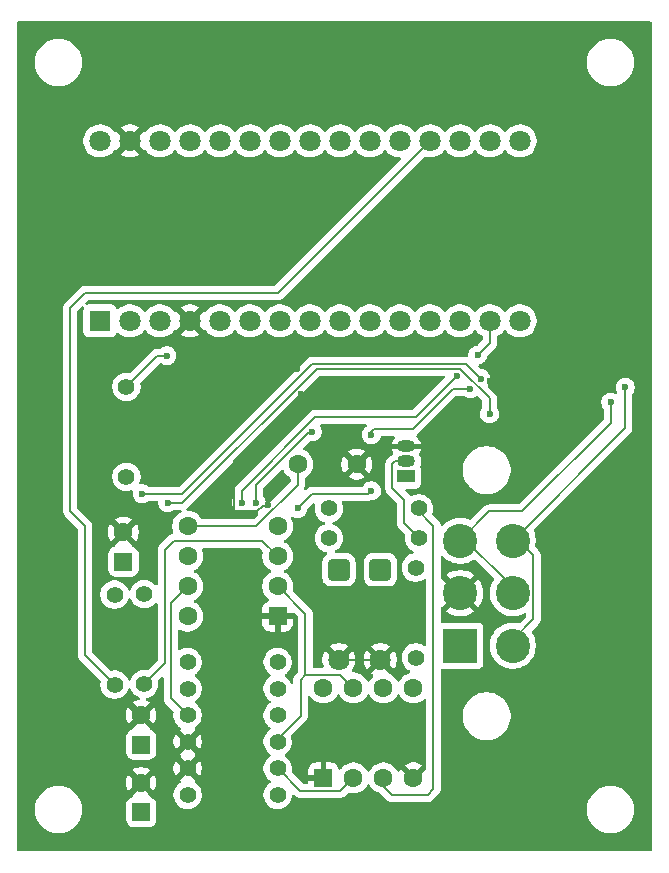
<source format=gbr>
%TF.GenerationSoftware,KiCad,Pcbnew,9.0.4*%
%TF.CreationDate,2025-11-23T23:56:54-07:00*%
%TF.ProjectId,New Tachometer,4e657720-5461-4636-986f-6d657465722e,rev?*%
%TF.SameCoordinates,Original*%
%TF.FileFunction,Copper,L2,Bot*%
%TF.FilePolarity,Positive*%
%FSLAX46Y46*%
G04 Gerber Fmt 4.6, Leading zero omitted, Abs format (unit mm)*
G04 Created by KiCad (PCBNEW 9.0.4) date 2025-11-23 23:56:54*
%MOMM*%
%LPD*%
G01*
G04 APERTURE LIST*
G04 Aperture macros list*
%AMRoundRect*
0 Rectangle with rounded corners*
0 $1 Rounding radius*
0 $2 $3 $4 $5 $6 $7 $8 $9 X,Y pos of 4 corners*
0 Add a 4 corners polygon primitive as box body*
4,1,4,$2,$3,$4,$5,$6,$7,$8,$9,$2,$3,0*
0 Add four circle primitives for the rounded corners*
1,1,$1+$1,$2,$3*
1,1,$1+$1,$4,$5*
1,1,$1+$1,$6,$7*
1,1,$1+$1,$8,$9*
0 Add four rect primitives between the rounded corners*
20,1,$1+$1,$2,$3,$4,$5,0*
20,1,$1+$1,$4,$5,$6,$7,0*
20,1,$1+$1,$6,$7,$8,$9,0*
20,1,$1+$1,$8,$9,$2,$3,0*%
G04 Aperture macros list end*
%TA.AperFunction,ComponentPad*%
%ADD10C,1.400000*%
%TD*%
%TA.AperFunction,ComponentPad*%
%ADD11R,1.800000X1.800000*%
%TD*%
%TA.AperFunction,ComponentPad*%
%ADD12C,1.800000*%
%TD*%
%TA.AperFunction,ComponentPad*%
%ADD13RoundRect,0.250000X0.550000X-0.550000X0.550000X0.550000X-0.550000X0.550000X-0.550000X-0.550000X0*%
%TD*%
%TA.AperFunction,ComponentPad*%
%ADD14C,1.600000*%
%TD*%
%TA.AperFunction,ComponentPad*%
%ADD15RoundRect,0.250000X0.550000X0.550000X-0.550000X0.550000X-0.550000X-0.550000X0.550000X-0.550000X0*%
%TD*%
%TA.AperFunction,ComponentPad*%
%ADD16RoundRect,0.250000X-0.650000X0.650000X-0.650000X-0.650000X0.650000X-0.650000X0.650000X0.650000X0*%
%TD*%
%TA.AperFunction,ComponentPad*%
%ADD17R,2.895000X2.895000*%
%TD*%
%TA.AperFunction,ComponentPad*%
%ADD18C,2.895000*%
%TD*%
%TA.AperFunction,ComponentPad*%
%ADD19R,1.500000X1.050000*%
%TD*%
%TA.AperFunction,ComponentPad*%
%ADD20O,1.500000X1.050000*%
%TD*%
%TA.AperFunction,ViaPad*%
%ADD21C,0.600000*%
%TD*%
%TA.AperFunction,Conductor*%
%ADD22C,0.200000*%
%TD*%
G04 APERTURE END LIST*
D10*
%TO.P,R10,1*%
%TO.N,555 input*%
X113810000Y-124750000D03*
%TO.P,R10,2*%
%TO.N,GND*%
X106190000Y-124750000D03*
%TD*%
%TO.P,R2,1*%
%TO.N,Net-(D1-K)*%
X118130000Y-107500000D03*
%TO.P,R2,2*%
%TO.N,Net-(Q1-B)*%
X125750000Y-107500000D03*
%TD*%
%TO.P,R7,1*%
%TO.N,Net-(U1-DIS)*%
X106190000Y-122500000D03*
%TO.P,R7,2*%
%TO.N,Net-(R4-Pad1)*%
X113810000Y-122500000D03*
%TD*%
%TO.P,R9,1*%
%TO.N,+5v*%
X106190000Y-129250000D03*
%TO.P,R9,2*%
%TO.N,Net-(U2-+)*%
X113810000Y-129250000D03*
%TD*%
D11*
%TO.P,UNIT_1,1,D1/TX*%
%TO.N,unconnected-(UNIT_1-D1{slash}TX-Pad1)*%
X98767500Y-89120000D03*
D12*
%TO.P,UNIT_1,2,D0/RX*%
%TO.N,unconnected-(UNIT_1-D0{slash}RX-Pad2)*%
X101307500Y-89120000D03*
%TO.P,UNIT_1,3,RESET*%
%TO.N,unconnected-(UNIT_1-RESET-Pad3)*%
X103847500Y-89120000D03*
%TO.P,UNIT_1,4,COM/GND*%
%TO.N,GND*%
X106387500Y-89120000D03*
%TO.P,UNIT_1,5,D2*%
%TO.N,unconnected-(UNIT_1-D2-Pad5)*%
X108927500Y-89120000D03*
%TO.P,UNIT_1,6,D3*%
%TO.N,unconnected-(UNIT_1-D3-Pad6)*%
X111467500Y-89120000D03*
%TO.P,UNIT_1,7,D4*%
%TO.N,unconnected-(UNIT_1-D4-Pad7)*%
X114007500Y-89120000D03*
%TO.P,UNIT_1,8,D5*%
%TO.N,unconnected-(UNIT_1-D5-Pad8)*%
X116547500Y-89120000D03*
%TO.P,UNIT_1,9,D6*%
%TO.N,unconnected-(UNIT_1-D6-Pad9)*%
X119087500Y-89120000D03*
%TO.P,UNIT_1,10,D7*%
%TO.N,unconnected-(UNIT_1-D7-Pad10)*%
X121627500Y-89120000D03*
%TO.P,UNIT_1,11,D8*%
%TO.N,unconnected-(UNIT_1-D8-Pad11)*%
X124167500Y-89120000D03*
%TO.P,UNIT_1,12,D9*%
%TO.N,INT*%
X126707500Y-89120000D03*
%TO.P,UNIT_1,13,D10*%
%TO.N,CS*%
X129247500Y-89120000D03*
%TO.P,UNIT_1,14,D11/MOSI*%
%TO.N,SI*%
X131787500Y-89120000D03*
%TO.P,UNIT_1,15,D12/MISO*%
%TO.N,SO*%
X134327500Y-89120000D03*
%TO.P,UNIT_1,16,D13/SCK*%
%TO.N,SCK*%
X134327500Y-73880000D03*
%TO.P,UNIT_1,17,3V3*%
%TO.N,+3V*%
X131787500Y-73880000D03*
%TO.P,UNIT_1,18,AREF*%
%TO.N,unconnected-(UNIT_1-AREF-Pad18)*%
X129247500Y-73880000D03*
%TO.P,UNIT_1,19,A0*%
%TO.N,arduino input*%
X126707500Y-73880000D03*
%TO.P,UNIT_1,20,A1*%
%TO.N,unconnected-(UNIT_1-A1-Pad20)*%
X124167500Y-73880000D03*
%TO.P,UNIT_1,21,A2*%
%TO.N,unconnected-(UNIT_1-A2-Pad21)*%
X121627500Y-73880000D03*
%TO.P,UNIT_1,22,A3*%
%TO.N,unconnected-(UNIT_1-A3-Pad22)*%
X119087500Y-73880000D03*
%TO.P,UNIT_1,23,A4*%
%TO.N,SDA*%
X116547500Y-73880000D03*
%TO.P,UNIT_1,24,A5*%
%TO.N,SCL*%
X114007500Y-73880000D03*
%TO.P,UNIT_1,25,A6*%
%TO.N,unconnected-(UNIT_1-A6-Pad25)*%
X111467500Y-73880000D03*
%TO.P,UNIT_1,26,A7*%
%TO.N,unconnected-(UNIT_1-A7-Pad26)*%
X108927500Y-73880000D03*
%TO.P,UNIT_1,27,+5V*%
%TO.N,+5V*%
X106387500Y-73880000D03*
%TO.P,UNIT_1,28,RESET*%
%TO.N,unconnected-(UNIT_1-RESET-Pad28)*%
X103847500Y-73880000D03*
%TO.P,UNIT_1,29,COM/GND*%
%TO.N,GND*%
X101307500Y-73880000D03*
%TO.P,UNIT_1,30,VIN*%
%TO.N,unconnected-(UNIT_1-VIN-Pad30)*%
X98767500Y-73880000D03*
%TD*%
D13*
%TO.P,C3,1*%
%TO.N,Net-(U1-DIS)*%
X102250000Y-125000000D03*
D14*
%TO.P,C3,2*%
%TO.N,GND*%
X102250000Y-122500000D03*
%TD*%
D15*
%TO.P,U1,1,GND*%
%TO.N,GND*%
X113805000Y-114120000D03*
D14*
%TO.P,U1,2,TR*%
%TO.N,555 input*%
X113805000Y-111580000D03*
%TO.P,U1,3,Q*%
%TO.N,555 output*%
X113805000Y-109040000D03*
%TO.P,U1,4,R*%
%TO.N,+5V*%
X113805000Y-106500000D03*
%TO.P,U1,5,CV*%
%TO.N,Net-(U1-CV)*%
X106185000Y-106500000D03*
%TO.P,U1,6,THR*%
%TO.N,Net-(U1-DIS)*%
X106185000Y-109040000D03*
%TO.P,U1,7,DIS*%
X106185000Y-111580000D03*
%TO.P,U1,8,VCC*%
%TO.N,+5V*%
X106185000Y-114120000D03*
%TD*%
D16*
%TO.P,D1,1,K*%
%TO.N,Net-(D1-K)*%
X119000000Y-110190000D03*
D12*
%TO.P,D1,2,A*%
%TO.N,GND*%
X119000000Y-117810000D03*
%TD*%
D10*
%TO.P,R11,1*%
%TO.N,Net-(C1-Pad1)*%
X100000000Y-112294887D03*
%TO.P,R11,2*%
%TO.N,arduino input*%
X100000000Y-119914887D03*
%TD*%
%TO.P,R8,1*%
%TO.N,GND*%
X106190000Y-127000000D03*
%TO.P,R8,2*%
%TO.N,Net-(U2-+)*%
X113810000Y-127000000D03*
%TD*%
D16*
%TO.P,D2,1,K*%
%TO.N,Net-(D1-K)*%
X122500000Y-110190000D03*
D12*
%TO.P,D2,2,A*%
%TO.N,GND*%
X122500000Y-117810000D03*
%TD*%
D10*
%TO.P,R3,1*%
%TO.N,+5v*%
X118130000Y-105000000D03*
%TO.P,R3,2*%
%TO.N,Comparator input*%
X125750000Y-105000000D03*
%TD*%
D13*
%TO.P,U2,1,GND*%
%TO.N,GND*%
X117690000Y-127805000D03*
D14*
%TO.P,U2,2,+*%
%TO.N,Net-(U2-+)*%
X120230000Y-127805000D03*
%TO.P,U2,3,-*%
%TO.N,Comparator input*%
X122770000Y-127805000D03*
%TO.P,U2,4,V-*%
%TO.N,GND*%
X125310000Y-127805000D03*
%TO.P,U2,5,BAL*%
%TO.N,unconnected-(U2-BAL-Pad5)*%
X125310000Y-120185000D03*
%TO.P,U2,6,STRB*%
%TO.N,unconnected-(U2-STRB-Pad6)*%
X122770000Y-120185000D03*
%TO.P,U2,7*%
%TO.N,555 input*%
X120230000Y-120185000D03*
%TO.P,U2,8,V+*%
%TO.N,+5v*%
X117690000Y-120185000D03*
%TD*%
D17*
%TO.P,J1,1,1*%
%TO.N,Possitive*%
X129270000Y-116615000D03*
D18*
%TO.P,J1,2,2*%
%TO.N,GND*%
X129270000Y-112165000D03*
%TO.P,J1,3,3*%
%TO.N,Low*%
X129270000Y-107725000D03*
%TO.P,J1,4,4*%
%TO.N,High*%
X133720000Y-107725000D03*
%TO.P,J1,5,5*%
%TO.N,Low*%
X133720000Y-112165000D03*
%TO.P,J1,6,6*%
%TO.N,High*%
X133720000Y-116615000D03*
%TD*%
D10*
%TO.P,R1,1*%
%TO.N,Possitive*%
X125500000Y-117620000D03*
%TO.P,R1,2*%
%TO.N,Net-(D1-K)*%
X125500000Y-110000000D03*
%TD*%
%TO.P,R4,1*%
%TO.N,Net-(R4-Pad1)*%
X113810000Y-120250000D03*
%TO.P,R4,2*%
%TO.N,Net-(R4-Pad2)*%
X106190000Y-120250000D03*
%TD*%
%TO.P,R6,1*%
%TO.N,Net-(R4-Pad2)*%
X106190000Y-118000000D03*
%TO.P,R6,2*%
%TO.N,+5V*%
X113810000Y-118000000D03*
%TD*%
%TO.P,R13,1*%
%TO.N,+5V*%
X101000000Y-102310000D03*
%TO.P,R13,2*%
%TO.N,Net-(U3-~{RESET})*%
X101000000Y-94690000D03*
%TD*%
%TO.P,R5,1*%
%TO.N,555 output*%
X102500000Y-119854887D03*
%TO.P,R5,2*%
%TO.N,Net-(C1-Pad1)*%
X102500000Y-112234887D03*
%TD*%
D13*
%TO.P,C2,1*%
%TO.N,arduino input*%
X102250000Y-130705113D03*
D14*
%TO.P,C2,2*%
%TO.N,GND*%
X102250000Y-128205113D03*
%TD*%
%TO.P,C4,1*%
%TO.N,Net-(U1-CV)*%
X115500000Y-101250000D03*
%TO.P,C4,2*%
%TO.N,GND*%
X120500000Y-101250000D03*
%TD*%
D13*
%TO.P,C1,1*%
%TO.N,Net-(C1-Pad1)*%
X100750000Y-109500000D03*
D14*
%TO.P,C1,2*%
%TO.N,GND*%
X100750000Y-107000000D03*
%TD*%
D19*
%TO.P,Q1,1,C*%
%TO.N,Comparator input*%
X124700000Y-102290000D03*
D20*
%TO.P,Q1,2,B*%
%TO.N,Net-(Q1-B)*%
X124700000Y-101020000D03*
%TO.P,Q1,3,E*%
%TO.N,GND*%
X124700000Y-99750000D03*
%TD*%
D21*
%TO.N,+5V*%
X121750000Y-98750000D03*
%TO.N,GND*%
X142000000Y-92750000D03*
X131770838Y-94214040D03*
X112950735Y-104700735D03*
%TO.N,Low*%
X142000000Y-96000000D03*
%TO.N,Net-(U3-RXCAN)*%
X104500000Y-104500000D03*
%TO.N,Net-(U3-OSC2)*%
X129000000Y-93750000D03*
%TO.N,Net-(U3-RXCAN)*%
X131750000Y-97000000D03*
%TO.N,Net-(U3-TXCAN)*%
X102320000Y-103750000D03*
%TO.N,GND*%
X99250000Y-103165628D03*
%TO.N,High*%
X143250000Y-94750000D03*
%TO.N,+5V*%
X115500000Y-105000000D03*
X121750000Y-103500000D03*
%TO.N,Net-(U3-~{RESET})*%
X104440000Y-92060000D03*
%TO.N,GND*%
X129549265Y-96700735D03*
X115799265Y-95299265D03*
%TO.N,Net-(U3-OSC1)*%
X116750000Y-98500000D03*
X112000000Y-104500000D03*
%TO.N,Net-(U3-OSC2)*%
X110750000Y-104500000D03*
%TO.N,GND*%
X115450735Y-93200735D03*
%TO.N,SI*%
X130750000Y-92001000D03*
%TO.N,Net-(U3-TXCAN)*%
X131000000Y-94000000D03*
%TO.N,+5V*%
X130125707Y-94874293D03*
%TD*%
D22*
%TO.N,GND*%
X99250000Y-103165628D02*
X99250000Y-105500000D01*
X99250000Y-105500000D02*
X100750000Y-107000000D01*
X112099943Y-105250000D02*
X112549972Y-104799971D01*
X110149000Y-105149000D02*
X110250000Y-105250000D01*
%TO.N,+5V*%
X121750000Y-103500000D02*
X121500000Y-103750000D01*
X121000000Y-103750000D02*
X116750000Y-103750000D01*
%TO.N,GND*%
X142000000Y-92750000D02*
X134500000Y-92750000D01*
%TO.N,Net-(U1-CV)*%
X112000000Y-106500000D02*
X115500000Y-103000000D01*
%TO.N,GND*%
X126500000Y-99750000D02*
X124700000Y-99750000D01*
%TO.N,Net-(U3-RXCAN)*%
X105750000Y-104500000D02*
X117101000Y-93149000D01*
%TO.N,Net-(U3-OSC2)*%
X110750000Y-104500000D02*
X110750000Y-103500000D01*
X110750000Y-103500000D02*
X117000000Y-97250000D01*
X117000000Y-97250000D02*
X125500000Y-97250000D01*
X125500000Y-97250000D02*
X129000000Y-93750000D01*
%TO.N,Net-(U3-OSC1)*%
X112000000Y-103000000D02*
X116500000Y-98500000D01*
%TO.N,Net-(U1-CV)*%
X106185000Y-106500000D02*
X112000000Y-106500000D01*
%TO.N,Net-(U3-TXCAN)*%
X129748000Y-92748000D02*
X131000000Y-94000000D01*
X105750000Y-103750000D02*
X116752000Y-92748000D01*
%TO.N,Net-(U3-RXCAN)*%
X104500000Y-104500000D02*
X105750000Y-104500000D01*
%TO.N,Net-(U3-TXCAN)*%
X102320000Y-103750000D02*
X105750000Y-103750000D01*
%TO.N,Net-(U3-OSC1)*%
X116500000Y-98500000D02*
X116750000Y-98500000D01*
%TO.N,Net-(U3-RXCAN)*%
X129248943Y-93149000D02*
X131750000Y-95650057D01*
%TO.N,Net-(U3-~{RESET})*%
X103630000Y-92060000D02*
X101000000Y-94690000D01*
%TO.N,GND*%
X122000000Y-99750000D02*
X124700000Y-99750000D01*
%TO.N,SI*%
X131787500Y-90963500D02*
X131787500Y-89120000D01*
%TO.N,High*%
X135468500Y-114366500D02*
X133720000Y-116115000D01*
X143250000Y-94750000D02*
X143250000Y-98195000D01*
%TO.N,Net-(U3-TXCAN)*%
X116752000Y-92748000D02*
X129748000Y-92748000D01*
%TO.N,Net-(U1-CV)*%
X115500000Y-103000000D02*
X115500000Y-101250000D01*
%TO.N,GND*%
X112851499Y-104799971D02*
X112950735Y-104700735D01*
%TO.N,+5V*%
X121500000Y-103750000D02*
X121000000Y-103750000D01*
%TO.N,555 input*%
X116166000Y-119084000D02*
X115750000Y-119500000D01*
%TO.N,Net-(U2-+)*%
X113810000Y-126750000D02*
X113810000Y-127000000D01*
%TO.N,555 input*%
X115750000Y-122560000D02*
X113810000Y-124500000D01*
X113805000Y-111580000D02*
X116166000Y-113941000D01*
%TO.N,GND*%
X120500000Y-101250000D02*
X122000000Y-99750000D01*
%TO.N,555 input*%
X116166000Y-113941000D02*
X116166000Y-119084000D01*
%TO.N,555 output*%
X105000000Y-107750000D02*
X112515000Y-107750000D01*
%TO.N,555 input*%
X120230000Y-120185000D02*
X119129000Y-119084000D01*
X119129000Y-119084000D02*
X116166000Y-119084000D01*
X113810000Y-124500000D02*
X113810000Y-124750000D01*
%TO.N,Comparator input*%
X122770000Y-128520000D02*
X122770000Y-127805000D01*
X126500000Y-129250000D02*
X123500000Y-129250000D01*
%TO.N,Low*%
X131745000Y-105250000D02*
X129270000Y-107725000D01*
%TO.N,Net-(Q1-B)*%
X123750000Y-101020000D02*
X124700000Y-101020000D01*
%TO.N,Low*%
X134500000Y-105250000D02*
X131745000Y-105250000D01*
X142000000Y-96000000D02*
X142000000Y-97750000D01*
X142000000Y-97750000D02*
X134500000Y-105250000D01*
%TO.N,Net-(Q1-B)*%
X124500000Y-104250000D02*
X123500000Y-103250000D01*
%TO.N,High*%
X133720000Y-107225000D02*
X135468500Y-108973500D01*
%TO.N,Net-(Q1-B)*%
X123500000Y-101270000D02*
X123750000Y-101020000D01*
%TO.N,High*%
X143250000Y-98195000D02*
X133720000Y-107725000D01*
%TO.N,Comparator input*%
X127000000Y-106440000D02*
X127000000Y-128750000D01*
%TO.N,555 output*%
X112515000Y-107750000D02*
X113805000Y-109040000D01*
%TO.N,Net-(Q1-B)*%
X123500000Y-103250000D02*
X123500000Y-101270000D01*
%TO.N,Net-(U1-DIS)*%
X104750000Y-121060000D02*
X105940000Y-122250000D01*
X105940000Y-122250000D02*
X106190000Y-122250000D01*
%TO.N,arduino input*%
X96250000Y-88000000D02*
X96250000Y-105250000D01*
X96250000Y-105250000D02*
X97500000Y-106500000D01*
X126707500Y-73880000D02*
X113837500Y-86750000D01*
X97500000Y-86750000D02*
X96250000Y-88000000D01*
%TO.N,GND*%
X129549265Y-96700735D02*
X126500000Y-99750000D01*
%TO.N,Net-(U1-DIS)*%
X104750000Y-113015000D02*
X104750000Y-121060000D01*
%TO.N,555 output*%
X104250000Y-118104887D02*
X104250000Y-108500000D01*
%TO.N,+5V*%
X115500000Y-105000000D02*
X116100000Y-104400000D01*
%TO.N,Net-(U1-DIS)*%
X106185000Y-111580000D02*
X104750000Y-113015000D01*
%TO.N,Net-(U2-+)*%
X113810000Y-127000000D02*
X115716000Y-128906000D01*
%TO.N,Net-(Q1-B)*%
X124500000Y-106250000D02*
X124500000Y-104250000D01*
%TO.N,GND*%
X131984878Y-94000000D02*
X131770838Y-94214040D01*
%TO.N,Net-(U3-~{RESET})*%
X104440000Y-92060000D02*
X103630000Y-92060000D01*
%TO.N,GND*%
X110149000Y-100949530D02*
X110149000Y-105149000D01*
X115799265Y-95299265D02*
X110149000Y-100949530D01*
X133250000Y-94000000D02*
X131984878Y-94000000D01*
%TO.N,arduino input*%
X97500000Y-117414887D02*
X100000000Y-119914887D01*
%TO.N,High*%
X135468500Y-108973500D02*
X135468500Y-114366500D01*
%TO.N,Net-(U1-CV)*%
X115500000Y-100750000D02*
X115500000Y-101250000D01*
%TO.N,arduino input*%
X113837500Y-86750000D02*
X97500000Y-86750000D01*
%TO.N,Net-(U2-+)*%
X115716000Y-128906000D02*
X119129000Y-128906000D01*
%TO.N,+5V*%
X125250000Y-98250000D02*
X122000000Y-98250000D01*
X121750000Y-98500000D02*
X121750000Y-98750000D01*
%TO.N,GND*%
X110250000Y-105250000D02*
X112099943Y-105250000D01*
%TO.N,+5V*%
X130125707Y-94874293D02*
X128625707Y-94874293D01*
X128625707Y-94874293D02*
X125250000Y-98250000D01*
X122000000Y-98250000D02*
X121750000Y-98500000D01*
%TO.N,GND*%
X112549972Y-104799971D02*
X112851499Y-104799971D01*
%TO.N,Low*%
X129270000Y-107225000D02*
X133710000Y-111665000D01*
%TO.N,Net-(U2-+)*%
X119129000Y-128906000D02*
X120230000Y-127805000D01*
%TO.N,Net-(U3-RXCAN)*%
X131750000Y-95650057D02*
X131750000Y-97000000D01*
%TO.N,GND*%
X134500000Y-92750000D02*
X133250000Y-94000000D01*
%TO.N,Net-(U3-RXCAN)*%
X117101000Y-93149000D02*
X129248943Y-93149000D01*
%TO.N,555 input*%
X115750000Y-119500000D02*
X115750000Y-122560000D01*
%TO.N,Net-(U3-OSC1)*%
X112000000Y-104500000D02*
X112000000Y-103000000D01*
%TO.N,555 output*%
X102500000Y-119854887D02*
X104250000Y-118104887D01*
%TO.N,Comparator input*%
X127000000Y-128750000D02*
X126500000Y-129250000D01*
%TO.N,+5V*%
X116750000Y-103750000D02*
X115500000Y-105000000D01*
%TO.N,SI*%
X130750000Y-92001000D02*
X131787500Y-90963500D01*
%TO.N,Comparator input*%
X125560000Y-105000000D02*
X127000000Y-106440000D01*
%TO.N,Net-(Q1-B)*%
X125750000Y-107500000D02*
X124500000Y-106250000D01*
%TO.N,Low*%
X133710000Y-111665000D02*
X133720000Y-111665000D01*
%TO.N,GND*%
X114000000Y-91750000D02*
X115450735Y-93200735D01*
%TO.N,555 output*%
X104250000Y-108500000D02*
X105000000Y-107750000D01*
%TO.N,arduino input*%
X97500000Y-106500000D02*
X97500000Y-117414887D01*
%TO.N,GND*%
X106387500Y-89120000D02*
X109017500Y-91750000D01*
X109017500Y-91750000D02*
X114000000Y-91750000D01*
X119000000Y-117810000D02*
X122500000Y-117810000D01*
%TO.N,Comparator input*%
X123500000Y-129250000D02*
X122770000Y-128520000D01*
%TD*%
%TA.AperFunction,Conductor*%
%TO.N,GND*%
G36*
X124111445Y-120728865D02*
G01*
X124150483Y-120773917D01*
X124179352Y-120830574D01*
X124197715Y-120866614D01*
X124318028Y-121032213D01*
X124462786Y-121176971D01*
X124600137Y-121276760D01*
X124628390Y-121297287D01*
X124732579Y-121350374D01*
X124810776Y-121390218D01*
X124810778Y-121390218D01*
X124810781Y-121390220D01*
X124904044Y-121420523D01*
X125005465Y-121453477D01*
X125106557Y-121469488D01*
X125207648Y-121485500D01*
X125207649Y-121485500D01*
X125412351Y-121485500D01*
X125412352Y-121485500D01*
X125614534Y-121453477D01*
X125809219Y-121390220D01*
X125991610Y-121297287D01*
X126090829Y-121225201D01*
X126157213Y-121176971D01*
X126157215Y-121176968D01*
X126157219Y-121176966D01*
X126187819Y-121146366D01*
X126249142Y-121112881D01*
X126318834Y-121117865D01*
X126374767Y-121159737D01*
X126399184Y-121225201D01*
X126399500Y-121234047D01*
X126399500Y-127017689D01*
X126379815Y-127084728D01*
X126363181Y-127105370D01*
X125710000Y-127758551D01*
X125710000Y-127752339D01*
X125682741Y-127650606D01*
X125630080Y-127559394D01*
X125555606Y-127484920D01*
X125464394Y-127432259D01*
X125362661Y-127405000D01*
X125356446Y-127405000D01*
X126035922Y-126725524D01*
X126035921Y-126725523D01*
X125991359Y-126693147D01*
X125991350Y-126693141D01*
X125809031Y-126600244D01*
X125614417Y-126537009D01*
X125412317Y-126505000D01*
X125207683Y-126505000D01*
X125005582Y-126537009D01*
X124810968Y-126600244D01*
X124628644Y-126693143D01*
X124584077Y-126725523D01*
X124584077Y-126725524D01*
X125263554Y-127405000D01*
X125257339Y-127405000D01*
X125155606Y-127432259D01*
X125064394Y-127484920D01*
X124989920Y-127559394D01*
X124937259Y-127650606D01*
X124910000Y-127752339D01*
X124910000Y-127758553D01*
X124230524Y-127079077D01*
X124230523Y-127079077D01*
X124198143Y-127123644D01*
X124150765Y-127216630D01*
X124102790Y-127267426D01*
X124034969Y-127284221D01*
X123968834Y-127261683D01*
X123929795Y-127216630D01*
X123912387Y-127182465D01*
X123882287Y-127123390D01*
X123882285Y-127123387D01*
X123882284Y-127123385D01*
X123761971Y-126957786D01*
X123617213Y-126813028D01*
X123451613Y-126692715D01*
X123451612Y-126692714D01*
X123451610Y-126692713D01*
X123392675Y-126662684D01*
X123269223Y-126599781D01*
X123074534Y-126536522D01*
X122899995Y-126508878D01*
X122872352Y-126504500D01*
X122667648Y-126504500D01*
X122643329Y-126508351D01*
X122465465Y-126536522D01*
X122270776Y-126599781D01*
X122088386Y-126692715D01*
X121922786Y-126813028D01*
X121778028Y-126957786D01*
X121657715Y-127123386D01*
X121610485Y-127216080D01*
X121562510Y-127266876D01*
X121494689Y-127283671D01*
X121428554Y-127261134D01*
X121389515Y-127216080D01*
X121372387Y-127182465D01*
X121342287Y-127123390D01*
X121321259Y-127094447D01*
X121221971Y-126957786D01*
X121077213Y-126813028D01*
X120911613Y-126692715D01*
X120911612Y-126692714D01*
X120911610Y-126692713D01*
X120852675Y-126662684D01*
X120729223Y-126599781D01*
X120534534Y-126536522D01*
X120359995Y-126508878D01*
X120332352Y-126504500D01*
X120127648Y-126504500D01*
X120103329Y-126508351D01*
X119925465Y-126536522D01*
X119730776Y-126599781D01*
X119548386Y-126692715D01*
X119382786Y-126813028D01*
X119238032Y-126957782D01*
X119169616Y-127051949D01*
X119114286Y-127094614D01*
X119044672Y-127100593D01*
X118982877Y-127067987D01*
X118951592Y-127018067D01*
X118924358Y-126935880D01*
X118924356Y-126935875D01*
X118832315Y-126786654D01*
X118708345Y-126662684D01*
X118559124Y-126570643D01*
X118559119Y-126570641D01*
X118392697Y-126515494D01*
X118392690Y-126515493D01*
X118289986Y-126505000D01*
X117940000Y-126505000D01*
X117940000Y-127489314D01*
X117935606Y-127484920D01*
X117844394Y-127432259D01*
X117742661Y-127405000D01*
X117637339Y-127405000D01*
X117535606Y-127432259D01*
X117444394Y-127484920D01*
X117440000Y-127489314D01*
X117440000Y-126505000D01*
X117090028Y-126505000D01*
X117090012Y-126505001D01*
X116987302Y-126515494D01*
X116820880Y-126570641D01*
X116820875Y-126570643D01*
X116671654Y-126662684D01*
X116547684Y-126786654D01*
X116455643Y-126935875D01*
X116455641Y-126935880D01*
X116400494Y-127102302D01*
X116400493Y-127102309D01*
X116390000Y-127205013D01*
X116390000Y-127555000D01*
X117374314Y-127555000D01*
X117369920Y-127559394D01*
X117317259Y-127650606D01*
X117290000Y-127752339D01*
X117290000Y-127857661D01*
X117317259Y-127959394D01*
X117369920Y-128050606D01*
X117374314Y-128055000D01*
X116390001Y-128055000D01*
X116390001Y-128181500D01*
X116387450Y-128190185D01*
X116388739Y-128199147D01*
X116377760Y-128223187D01*
X116370316Y-128248539D01*
X116363475Y-128254466D01*
X116359714Y-128262703D01*
X116337479Y-128276992D01*
X116317512Y-128294294D01*
X116306997Y-128296581D01*
X116300936Y-128300477D01*
X116266001Y-128305500D01*
X116016097Y-128305500D01*
X115949058Y-128285815D01*
X115928416Y-128269181D01*
X115020066Y-127360831D01*
X114986581Y-127299508D01*
X114985274Y-127253751D01*
X114996565Y-127182465D01*
X114996565Y-127182464D01*
X115010500Y-127094486D01*
X115010500Y-126905513D01*
X114980940Y-126718881D01*
X114922545Y-126539163D01*
X114877290Y-126450347D01*
X114836760Y-126370801D01*
X114725690Y-126217927D01*
X114592073Y-126084310D01*
X114442058Y-125975317D01*
X114399394Y-125919988D01*
X114393415Y-125850374D01*
X114426021Y-125788579D01*
X114442059Y-125774682D01*
X114592073Y-125665690D01*
X114725690Y-125532073D01*
X114836760Y-125379199D01*
X114922547Y-125210832D01*
X114980940Y-125031118D01*
X114991427Y-124964905D01*
X115010500Y-124844486D01*
X115010500Y-124655513D01*
X114980940Y-124468881D01*
X114958727Y-124400518D01*
X114933156Y-124321821D01*
X114931161Y-124251985D01*
X114963405Y-124195828D01*
X116118713Y-123040521D01*
X116118716Y-123040520D01*
X116230520Y-122928716D01*
X116280639Y-122841904D01*
X116309577Y-122791785D01*
X116350500Y-122639058D01*
X116350500Y-122480943D01*
X116350500Y-120935503D01*
X116370185Y-120868464D01*
X116422989Y-120822709D01*
X116492147Y-120812765D01*
X116555703Y-120841790D01*
X116573915Y-120863347D01*
X116574849Y-120862669D01*
X116698028Y-121032213D01*
X116842786Y-121176971D01*
X116980137Y-121276760D01*
X117008390Y-121297287D01*
X117112579Y-121350374D01*
X117190776Y-121390218D01*
X117190778Y-121390218D01*
X117190781Y-121390220D01*
X117284044Y-121420523D01*
X117385465Y-121453477D01*
X117486557Y-121469488D01*
X117587648Y-121485500D01*
X117587649Y-121485500D01*
X117792351Y-121485500D01*
X117792352Y-121485500D01*
X117994534Y-121453477D01*
X118189219Y-121390220D01*
X118371610Y-121297287D01*
X118470829Y-121225201D01*
X118537213Y-121176971D01*
X118537215Y-121176968D01*
X118537219Y-121176966D01*
X118681966Y-121032219D01*
X118681968Y-121032215D01*
X118681971Y-121032213D01*
X118802284Y-120866614D01*
X118802283Y-120866614D01*
X118802287Y-120866610D01*
X118849516Y-120773917D01*
X118897489Y-120723123D01*
X118965310Y-120706328D01*
X119031445Y-120728865D01*
X119070483Y-120773917D01*
X119099352Y-120830574D01*
X119117715Y-120866614D01*
X119238028Y-121032213D01*
X119382786Y-121176971D01*
X119520137Y-121276760D01*
X119548390Y-121297287D01*
X119652579Y-121350374D01*
X119730776Y-121390218D01*
X119730778Y-121390218D01*
X119730781Y-121390220D01*
X119824044Y-121420523D01*
X119925465Y-121453477D01*
X120026557Y-121469488D01*
X120127648Y-121485500D01*
X120127649Y-121485500D01*
X120332351Y-121485500D01*
X120332352Y-121485500D01*
X120534534Y-121453477D01*
X120729219Y-121390220D01*
X120911610Y-121297287D01*
X121010829Y-121225201D01*
X121077213Y-121176971D01*
X121077215Y-121176968D01*
X121077219Y-121176966D01*
X121221966Y-121032219D01*
X121221968Y-121032215D01*
X121221971Y-121032213D01*
X121342284Y-120866614D01*
X121342283Y-120866614D01*
X121342287Y-120866610D01*
X121389516Y-120773917D01*
X121437489Y-120723123D01*
X121505310Y-120706328D01*
X121571445Y-120728865D01*
X121610483Y-120773917D01*
X121639352Y-120830574D01*
X121657715Y-120866614D01*
X121778028Y-121032213D01*
X121922786Y-121176971D01*
X122060137Y-121276760D01*
X122088390Y-121297287D01*
X122192579Y-121350374D01*
X122270776Y-121390218D01*
X122270778Y-121390218D01*
X122270781Y-121390220D01*
X122364044Y-121420523D01*
X122465465Y-121453477D01*
X122566557Y-121469488D01*
X122667648Y-121485500D01*
X122667649Y-121485500D01*
X122872351Y-121485500D01*
X122872352Y-121485500D01*
X123074534Y-121453477D01*
X123269219Y-121390220D01*
X123451610Y-121297287D01*
X123550829Y-121225201D01*
X123617213Y-121176971D01*
X123617215Y-121176968D01*
X123617219Y-121176966D01*
X123761966Y-121032219D01*
X123761968Y-121032215D01*
X123761971Y-121032213D01*
X123882284Y-120866614D01*
X123882283Y-120866614D01*
X123882287Y-120866610D01*
X123929516Y-120773917D01*
X123977489Y-120723123D01*
X124045310Y-120706328D01*
X124111445Y-120728865D01*
G37*
%TD.AperFunction*%
%TA.AperFunction,Conductor*%
G36*
X121313600Y-97870185D02*
G01*
X121359355Y-97922989D01*
X121369299Y-97992147D01*
X121340274Y-98055703D01*
X121315457Y-98077598D01*
X121250780Y-98120815D01*
X121239704Y-98128216D01*
X121239704Y-98128217D01*
X121128213Y-98239707D01*
X121128210Y-98239711D01*
X121040609Y-98370814D01*
X121040602Y-98370827D01*
X120980264Y-98516498D01*
X120980261Y-98516510D01*
X120949500Y-98671153D01*
X120949500Y-98828846D01*
X120980261Y-98983489D01*
X120980264Y-98983501D01*
X121040602Y-99129172D01*
X121040609Y-99129185D01*
X121128210Y-99260288D01*
X121128213Y-99260292D01*
X121239707Y-99371786D01*
X121239711Y-99371789D01*
X121370814Y-99459390D01*
X121370827Y-99459397D01*
X121468853Y-99500000D01*
X121516503Y-99519737D01*
X121671153Y-99550499D01*
X121671156Y-99550500D01*
X121671158Y-99550500D01*
X121828844Y-99550500D01*
X121828845Y-99550499D01*
X121983497Y-99519737D01*
X122129179Y-99459394D01*
X122260289Y-99371789D01*
X122371789Y-99260289D01*
X122459394Y-99129179D01*
X122519737Y-98983497D01*
X122523546Y-98964344D01*
X122526339Y-98950309D01*
X122558724Y-98888398D01*
X122619439Y-98853824D01*
X122647956Y-98850500D01*
X123625567Y-98850500D01*
X123692606Y-98870185D01*
X123738361Y-98922989D01*
X123748305Y-98992147D01*
X123719280Y-99055703D01*
X123713248Y-99062181D01*
X123678832Y-99096596D01*
X123678829Y-99096600D01*
X123566659Y-99264473D01*
X123566652Y-99264486D01*
X123489390Y-99451016D01*
X123489387Y-99451025D01*
X123479647Y-99500000D01*
X124419670Y-99500000D01*
X124399925Y-99519745D01*
X124350556Y-99605255D01*
X124325000Y-99700630D01*
X124325000Y-99799370D01*
X124350556Y-99894745D01*
X124399925Y-99980255D01*
X124414170Y-99994500D01*
X124373997Y-99994500D01*
X124373996Y-99994500D01*
X124358326Y-99997617D01*
X124334134Y-100000000D01*
X123479647Y-100000000D01*
X123489387Y-100048974D01*
X123489390Y-100048983D01*
X123566652Y-100235513D01*
X123566662Y-100235531D01*
X123590618Y-100271384D01*
X123611496Y-100338061D01*
X123593011Y-100405441D01*
X123541032Y-100452131D01*
X123519623Y-100460045D01*
X123518224Y-100460419D01*
X123518209Y-100460426D01*
X123381290Y-100539475D01*
X123381282Y-100539481D01*
X123019479Y-100901284D01*
X123002947Y-100929920D01*
X122993972Y-100945466D01*
X122940423Y-101038215D01*
X122899499Y-101190943D01*
X122899499Y-101190945D01*
X122899499Y-101359046D01*
X122899500Y-101359059D01*
X122899500Y-103163330D01*
X122899499Y-103163348D01*
X122899499Y-103329054D01*
X122899498Y-103329054D01*
X122940196Y-103480940D01*
X122940423Y-103481785D01*
X122957002Y-103510500D01*
X122991651Y-103570514D01*
X123019479Y-103618714D01*
X123019481Y-103618717D01*
X123138349Y-103737585D01*
X123138355Y-103737590D01*
X123863181Y-104462416D01*
X123896666Y-104523739D01*
X123899500Y-104550097D01*
X123899500Y-106163330D01*
X123899499Y-106163348D01*
X123899499Y-106329054D01*
X123899498Y-106329054D01*
X123934020Y-106457891D01*
X123940423Y-106481785D01*
X123961943Y-106519058D01*
X124019479Y-106618714D01*
X124019481Y-106618717D01*
X124138349Y-106737585D01*
X124138355Y-106737590D01*
X124539933Y-107139168D01*
X124573418Y-107200491D01*
X124574725Y-107246247D01*
X124549500Y-107405513D01*
X124549500Y-107594486D01*
X124579059Y-107781118D01*
X124637454Y-107960836D01*
X124711344Y-108105852D01*
X124723240Y-108129199D01*
X124834310Y-108282073D01*
X124967927Y-108415690D01*
X125120801Y-108526760D01*
X125176253Y-108555014D01*
X125256628Y-108595967D01*
X125307424Y-108643941D01*
X125324219Y-108711762D01*
X125301682Y-108777897D01*
X125246967Y-108821349D01*
X125223592Y-108827851D01*
X125223610Y-108827925D01*
X125221570Y-108828414D01*
X125219739Y-108828924D01*
X125218881Y-108829059D01*
X125039163Y-108887454D01*
X124870800Y-108973240D01*
X124803591Y-109022071D01*
X124717927Y-109084310D01*
X124717925Y-109084312D01*
X124717924Y-109084312D01*
X124584312Y-109217924D01*
X124584312Y-109217925D01*
X124584310Y-109217927D01*
X124554605Y-109258812D01*
X124473240Y-109370800D01*
X124387454Y-109539163D01*
X124329059Y-109718881D01*
X124299500Y-109905513D01*
X124299500Y-110094486D01*
X124329059Y-110281118D01*
X124387454Y-110460836D01*
X124452262Y-110588028D01*
X124473240Y-110629199D01*
X124584310Y-110782073D01*
X124717927Y-110915690D01*
X124870801Y-111026760D01*
X124943783Y-111063946D01*
X125039163Y-111112545D01*
X125039165Y-111112545D01*
X125039168Y-111112547D01*
X125135497Y-111143846D01*
X125218881Y-111170940D01*
X125405514Y-111200500D01*
X125405519Y-111200500D01*
X125594486Y-111200500D01*
X125781118Y-111170940D01*
X125816837Y-111159334D01*
X125960832Y-111112547D01*
X126129199Y-111026760D01*
X126202615Y-110973419D01*
X126268420Y-110949940D01*
X126336474Y-110965765D01*
X126385169Y-111015870D01*
X126399500Y-111073738D01*
X126399500Y-116546261D01*
X126379815Y-116613300D01*
X126327011Y-116659055D01*
X126257853Y-116668999D01*
X126202615Y-116646579D01*
X126129202Y-116593242D01*
X126129201Y-116593241D01*
X126129199Y-116593240D01*
X126076620Y-116566450D01*
X125960836Y-116507454D01*
X125781118Y-116449059D01*
X125594486Y-116419500D01*
X125594481Y-116419500D01*
X125405519Y-116419500D01*
X125405514Y-116419500D01*
X125218881Y-116449059D01*
X125039163Y-116507454D01*
X124870800Y-116593240D01*
X124783579Y-116656610D01*
X124717927Y-116704310D01*
X124717925Y-116704312D01*
X124717924Y-116704312D01*
X124584312Y-116837924D01*
X124584312Y-116837925D01*
X124584310Y-116837927D01*
X124551804Y-116882668D01*
X124473240Y-116990800D01*
X124387454Y-117159163D01*
X124329059Y-117338881D01*
X124299500Y-117525513D01*
X124299500Y-117714486D01*
X124329059Y-117901118D01*
X124387454Y-118080836D01*
X124473240Y-118249199D01*
X124584310Y-118402073D01*
X124717927Y-118535690D01*
X124870801Y-118646760D01*
X124932712Y-118678305D01*
X124979787Y-118702291D01*
X125030583Y-118750266D01*
X125047378Y-118818087D01*
X125024841Y-118884221D01*
X124970126Y-118927673D01*
X124961811Y-118930707D01*
X124810776Y-118979781D01*
X124628386Y-119072715D01*
X124462786Y-119193028D01*
X124318028Y-119337786D01*
X124197715Y-119503386D01*
X124150485Y-119596080D01*
X124102510Y-119646876D01*
X124034689Y-119663671D01*
X123968554Y-119641134D01*
X123929515Y-119596080D01*
X123918147Y-119573769D01*
X123882287Y-119503390D01*
X123856522Y-119467927D01*
X123761971Y-119337786D01*
X123617213Y-119193028D01*
X123451610Y-119072712D01*
X123451608Y-119072711D01*
X123368830Y-119030533D01*
X123338004Y-119001420D01*
X123337936Y-119001489D01*
X123335530Y-118999083D01*
X123318034Y-118982559D01*
X123317714Y-118981267D01*
X122588585Y-118252138D01*
X122673694Y-118229333D01*
X122776306Y-118170090D01*
X122860090Y-118086306D01*
X122919333Y-117983694D01*
X122942137Y-117898585D01*
X123651066Y-118607514D01*
X123651066Y-118607513D01*
X123697386Y-118543760D01*
X123797432Y-118347410D01*
X123865526Y-118137835D01*
X123900000Y-117920181D01*
X123900000Y-117699818D01*
X123865526Y-117482164D01*
X123797432Y-117272589D01*
X123697388Y-117076243D01*
X123651066Y-117012485D01*
X123651065Y-117012485D01*
X122942137Y-117721413D01*
X122919333Y-117636306D01*
X122860090Y-117533694D01*
X122776306Y-117449910D01*
X122673694Y-117390667D01*
X122588583Y-117367861D01*
X123297513Y-116658932D01*
X123233756Y-116612611D01*
X123037410Y-116512567D01*
X122827835Y-116444473D01*
X122610181Y-116410000D01*
X122389819Y-116410000D01*
X122172164Y-116444473D01*
X121962589Y-116512567D01*
X121766233Y-116612616D01*
X121702485Y-116658931D01*
X121702485Y-116658932D01*
X122411414Y-117367861D01*
X122326306Y-117390667D01*
X122223694Y-117449910D01*
X122139910Y-117533694D01*
X122080667Y-117636306D01*
X122057861Y-117721414D01*
X121348932Y-117012485D01*
X121348931Y-117012485D01*
X121302616Y-117076233D01*
X121202567Y-117272589D01*
X121134473Y-117482164D01*
X121100000Y-117699818D01*
X121100000Y-117920181D01*
X121134473Y-118137835D01*
X121202567Y-118347410D01*
X121302611Y-118543756D01*
X121348932Y-118607513D01*
X122057861Y-117898584D01*
X122080667Y-117983694D01*
X122139910Y-118086306D01*
X122223694Y-118170090D01*
X122326306Y-118229333D01*
X122411414Y-118252137D01*
X121702485Y-118961065D01*
X121702485Y-118961066D01*
X121766243Y-119007388D01*
X121840856Y-119045406D01*
X121891652Y-119093381D01*
X121908447Y-119161202D01*
X121885909Y-119227337D01*
X121872243Y-119243572D01*
X121778027Y-119337788D01*
X121657715Y-119503386D01*
X121610485Y-119596080D01*
X121562510Y-119646876D01*
X121494689Y-119663671D01*
X121428554Y-119641134D01*
X121389515Y-119596080D01*
X121378147Y-119573769D01*
X121342287Y-119503390D01*
X121316522Y-119467927D01*
X121221971Y-119337786D01*
X121077213Y-119193028D01*
X120911613Y-119072715D01*
X120911612Y-119072714D01*
X120911610Y-119072713D01*
X120854653Y-119043691D01*
X120729223Y-118979781D01*
X120534534Y-118916522D01*
X120359995Y-118888878D01*
X120332352Y-118884500D01*
X120193189Y-118884500D01*
X120126150Y-118864815D01*
X120080395Y-118812011D01*
X120070451Y-118742853D01*
X120092871Y-118687615D01*
X120197384Y-118543763D01*
X120297432Y-118347410D01*
X120365526Y-118137835D01*
X120400000Y-117920181D01*
X120400000Y-117699818D01*
X120365526Y-117482164D01*
X120297432Y-117272589D01*
X120197388Y-117076243D01*
X120151065Y-117012485D01*
X119442137Y-117721413D01*
X119419333Y-117636306D01*
X119360090Y-117533694D01*
X119276306Y-117449910D01*
X119173694Y-117390667D01*
X119088583Y-117367861D01*
X119797513Y-116658932D01*
X119733756Y-116612611D01*
X119537410Y-116512567D01*
X119327835Y-116444473D01*
X119110181Y-116410000D01*
X118889819Y-116410000D01*
X118672164Y-116444473D01*
X118462589Y-116512567D01*
X118266233Y-116612616D01*
X118202485Y-116658931D01*
X118202485Y-116658932D01*
X118911414Y-117367861D01*
X118826306Y-117390667D01*
X118723694Y-117449910D01*
X118639910Y-117533694D01*
X118580667Y-117636306D01*
X118557861Y-117721414D01*
X117848932Y-117012485D01*
X117848931Y-117012485D01*
X117802616Y-117076233D01*
X117702567Y-117272589D01*
X117634473Y-117482164D01*
X117600000Y-117699818D01*
X117600000Y-117920181D01*
X117634473Y-118137835D01*
X117694045Y-118321182D01*
X117696040Y-118391024D01*
X117659959Y-118450856D01*
X117597258Y-118481684D01*
X117576114Y-118483500D01*
X116890500Y-118483500D01*
X116823461Y-118463815D01*
X116777706Y-118411011D01*
X116766500Y-118359500D01*
X116766500Y-113861945D01*
X116766500Y-113861943D01*
X116725577Y-113709216D01*
X116725577Y-113709215D01*
X116706912Y-113676887D01*
X116681416Y-113632726D01*
X116681415Y-113632725D01*
X116646521Y-113572286D01*
X116646520Y-113572284D01*
X116534716Y-113460480D01*
X116534715Y-113460479D01*
X116530385Y-113456149D01*
X116530374Y-113456139D01*
X115099077Y-112024842D01*
X115065592Y-111963519D01*
X115068828Y-111898841D01*
X115071749Y-111889851D01*
X115073477Y-111884534D01*
X115105500Y-111682352D01*
X115105500Y-111477648D01*
X115080404Y-111319199D01*
X115073477Y-111275465D01*
X115024245Y-111123946D01*
X115010220Y-111080781D01*
X115010218Y-111080778D01*
X115010218Y-111080776D01*
X114955903Y-110974179D01*
X114917287Y-110898390D01*
X114882633Y-110850692D01*
X114796971Y-110732786D01*
X114652213Y-110588028D01*
X114486614Y-110467715D01*
X114473105Y-110460832D01*
X114393917Y-110420483D01*
X114343123Y-110372511D01*
X114326328Y-110304690D01*
X114348865Y-110238555D01*
X114393917Y-110199516D01*
X114486610Y-110152287D01*
X114558553Y-110100018D01*
X114652213Y-110031971D01*
X114652215Y-110031968D01*
X114652219Y-110031966D01*
X114796966Y-109887219D01*
X114796968Y-109887215D01*
X114796971Y-109887213D01*
X114862228Y-109797393D01*
X114917287Y-109721610D01*
X115010220Y-109539219D01*
X115073477Y-109344534D01*
X115105500Y-109142352D01*
X115105500Y-108937648D01*
X115085000Y-108808216D01*
X115073477Y-108735465D01*
X115033538Y-108612547D01*
X115010220Y-108540781D01*
X115010218Y-108540778D01*
X115010218Y-108540776D01*
X114949159Y-108420943D01*
X114917287Y-108358390D01*
X114909556Y-108347749D01*
X114796971Y-108192786D01*
X114652213Y-108048028D01*
X114486614Y-107927715D01*
X114480006Y-107924348D01*
X114393917Y-107880483D01*
X114343123Y-107832511D01*
X114326328Y-107764690D01*
X114348865Y-107698555D01*
X114393917Y-107659516D01*
X114486610Y-107612287D01*
X114511118Y-107594481D01*
X114652213Y-107491971D01*
X114652215Y-107491968D01*
X114652219Y-107491966D01*
X114796966Y-107347219D01*
X114796968Y-107347215D01*
X114796971Y-107347213D01*
X114849732Y-107274590D01*
X114917287Y-107181610D01*
X115010220Y-106999219D01*
X115073477Y-106804534D01*
X115105500Y-106602352D01*
X115105500Y-106397648D01*
X115085928Y-106274076D01*
X115073477Y-106195465D01*
X115018661Y-106026760D01*
X115010220Y-106000781D01*
X115010218Y-106000778D01*
X115010218Y-106000776D01*
X114943754Y-105870334D01*
X114930858Y-105801665D01*
X114957134Y-105736924D01*
X115014241Y-105696667D01*
X115084046Y-105693675D01*
X115115003Y-105707349D01*
X115115446Y-105706521D01*
X115120827Y-105709397D01*
X115266498Y-105769735D01*
X115266503Y-105769737D01*
X115421153Y-105800499D01*
X115421156Y-105800500D01*
X115421158Y-105800500D01*
X115578844Y-105800500D01*
X115578845Y-105800499D01*
X115733497Y-105769737D01*
X115879179Y-105709394D01*
X116010289Y-105621789D01*
X116121789Y-105510289D01*
X116209394Y-105379179D01*
X116269737Y-105233497D01*
X116292276Y-105120185D01*
X116300638Y-105078150D01*
X116333023Y-105016239D01*
X116334518Y-105014716D01*
X116752051Y-104597183D01*
X116813372Y-104563700D01*
X116883064Y-104568684D01*
X116938997Y-104610556D01*
X116963414Y-104676020D01*
X116958833Y-104713807D01*
X116960199Y-104714135D01*
X116959060Y-104718880D01*
X116929500Y-104905513D01*
X116929500Y-105094486D01*
X116959059Y-105281118D01*
X117017454Y-105460836D01*
X117097895Y-105618709D01*
X117103240Y-105629199D01*
X117214310Y-105782073D01*
X117347927Y-105915690D01*
X117500801Y-106026760D01*
X117557605Y-106055703D01*
X117669163Y-106112545D01*
X117669165Y-106112545D01*
X117669168Y-106112547D01*
X117729251Y-106132069D01*
X117786926Y-106171507D01*
X117814124Y-106235866D01*
X117802209Y-106304712D01*
X117754965Y-106356188D01*
X117729253Y-106367930D01*
X117710756Y-106373939D01*
X117669163Y-106387454D01*
X117500800Y-106473240D01*
X117437741Y-106519056D01*
X117347927Y-106584310D01*
X117347925Y-106584312D01*
X117347924Y-106584312D01*
X117214312Y-106717924D01*
X117214312Y-106717925D01*
X117214310Y-106717927D01*
X117212326Y-106720658D01*
X117103240Y-106870800D01*
X117017454Y-107039163D01*
X116959059Y-107218881D01*
X116929500Y-107405513D01*
X116929500Y-107594486D01*
X116959059Y-107781118D01*
X117017454Y-107960836D01*
X117091344Y-108105852D01*
X117103240Y-108129199D01*
X117214310Y-108282073D01*
X117347927Y-108415690D01*
X117500801Y-108526760D01*
X117528319Y-108540781D01*
X117669163Y-108612545D01*
X117669165Y-108612545D01*
X117669168Y-108612547D01*
X117765497Y-108643846D01*
X117848881Y-108670940D01*
X117900703Y-108679148D01*
X117963838Y-108709077D01*
X118000769Y-108768389D01*
X117999771Y-108838252D01*
X117961161Y-108896484D01*
X117946402Y-108907159D01*
X117881347Y-108947285D01*
X117881343Y-108947288D01*
X117757289Y-109071342D01*
X117665187Y-109220663D01*
X117665185Y-109220668D01*
X117639060Y-109299509D01*
X117610001Y-109387203D01*
X117610001Y-109387204D01*
X117610000Y-109387204D01*
X117599500Y-109489983D01*
X117599500Y-110890001D01*
X117599501Y-110890018D01*
X117610000Y-110992796D01*
X117610001Y-110992799D01*
X117665185Y-111159331D01*
X117665187Y-111159336D01*
X117679376Y-111182340D01*
X117757288Y-111308656D01*
X117881344Y-111432712D01*
X118030666Y-111524814D01*
X118197203Y-111579999D01*
X118299991Y-111590500D01*
X119700008Y-111590499D01*
X119802797Y-111579999D01*
X119969334Y-111524814D01*
X120118656Y-111432712D01*
X120242712Y-111308656D01*
X120334814Y-111159334D01*
X120389999Y-110992797D01*
X120400500Y-110890009D01*
X120400499Y-109489992D01*
X120400498Y-109489983D01*
X121099500Y-109489983D01*
X121099500Y-110890001D01*
X121099501Y-110890018D01*
X121110000Y-110992796D01*
X121110001Y-110992799D01*
X121165185Y-111159331D01*
X121165187Y-111159336D01*
X121179376Y-111182340D01*
X121257288Y-111308656D01*
X121381344Y-111432712D01*
X121530666Y-111524814D01*
X121697203Y-111579999D01*
X121799991Y-111590500D01*
X123200008Y-111590499D01*
X123302797Y-111579999D01*
X123469334Y-111524814D01*
X123618656Y-111432712D01*
X123742712Y-111308656D01*
X123834814Y-111159334D01*
X123889999Y-110992797D01*
X123900500Y-110890009D01*
X123900499Y-109489992D01*
X123899503Y-109480246D01*
X123889999Y-109387203D01*
X123889998Y-109387200D01*
X123875714Y-109344094D01*
X123834814Y-109220666D01*
X123742712Y-109071344D01*
X123618656Y-108947288D01*
X123469334Y-108855186D01*
X123302797Y-108800001D01*
X123302795Y-108800000D01*
X123200010Y-108789500D01*
X121799998Y-108789500D01*
X121799981Y-108789501D01*
X121697203Y-108800000D01*
X121697200Y-108800001D01*
X121530668Y-108855185D01*
X121530663Y-108855187D01*
X121381342Y-108947289D01*
X121257289Y-109071342D01*
X121165187Y-109220663D01*
X121165185Y-109220668D01*
X121139060Y-109299509D01*
X121110001Y-109387203D01*
X121110001Y-109387204D01*
X121110000Y-109387204D01*
X121099500Y-109489983D01*
X120400498Y-109489983D01*
X120399503Y-109480246D01*
X120389999Y-109387203D01*
X120389998Y-109387200D01*
X120375714Y-109344094D01*
X120334814Y-109220666D01*
X120242712Y-109071344D01*
X120118656Y-108947288D01*
X119969334Y-108855186D01*
X119802797Y-108800001D01*
X119802795Y-108800000D01*
X119700016Y-108789500D01*
X118760038Y-108789500D01*
X118692999Y-108769815D01*
X118647244Y-108717011D01*
X118637300Y-108647853D01*
X118666325Y-108584297D01*
X118703740Y-108555017D01*
X118759199Y-108526760D01*
X118912073Y-108415690D01*
X119045690Y-108282073D01*
X119156760Y-108129199D01*
X119242547Y-107960832D01*
X119300940Y-107781118D01*
X119316740Y-107681359D01*
X119330500Y-107594486D01*
X119330500Y-107405513D01*
X119300940Y-107218881D01*
X119271528Y-107128362D01*
X119242547Y-107039168D01*
X119242545Y-107039165D01*
X119242545Y-107039163D01*
X119177299Y-106911111D01*
X119156760Y-106870801D01*
X119045690Y-106717927D01*
X118912073Y-106584310D01*
X118759199Y-106473240D01*
X118590832Y-106387453D01*
X118530748Y-106367930D01*
X118473073Y-106328493D01*
X118445875Y-106264135D01*
X118457790Y-106195288D01*
X118505034Y-106143813D01*
X118530746Y-106132069D01*
X118590832Y-106112547D01*
X118759199Y-106026760D01*
X118912073Y-105915690D01*
X119045690Y-105782073D01*
X119156760Y-105629199D01*
X119242547Y-105460832D01*
X119300940Y-105281118D01*
X119307112Y-105242147D01*
X119330500Y-105094486D01*
X119330500Y-104905513D01*
X119300940Y-104718881D01*
X119266595Y-104613181D01*
X119242547Y-104539168D01*
X119242545Y-104539165D01*
X119242544Y-104539160D01*
X119238281Y-104530794D01*
X119225385Y-104462125D01*
X119251662Y-104397385D01*
X119308769Y-104357128D01*
X119348766Y-104350500D01*
X120920943Y-104350500D01*
X121413331Y-104350500D01*
X121413347Y-104350501D01*
X121420943Y-104350501D01*
X121579054Y-104350501D01*
X121579057Y-104350501D01*
X121731785Y-104309577D01*
X121731786Y-104309575D01*
X121739635Y-104307473D01*
X121739820Y-104308165D01*
X121778364Y-104300500D01*
X121828844Y-104300500D01*
X121828845Y-104300499D01*
X121983497Y-104269737D01*
X122129179Y-104209394D01*
X122260289Y-104121789D01*
X122371789Y-104010289D01*
X122459394Y-103879179D01*
X122519737Y-103733497D01*
X122550500Y-103578842D01*
X122550500Y-103421158D01*
X122550500Y-103421155D01*
X122550499Y-103421153D01*
X122546841Y-103402764D01*
X122519737Y-103266503D01*
X122516545Y-103258796D01*
X122459397Y-103120827D01*
X122459390Y-103120814D01*
X122371789Y-102989711D01*
X122371786Y-102989707D01*
X122260292Y-102878213D01*
X122260288Y-102878210D01*
X122129185Y-102790609D01*
X122129172Y-102790602D01*
X121983501Y-102730264D01*
X121983489Y-102730261D01*
X121828845Y-102699500D01*
X121828842Y-102699500D01*
X121671158Y-102699500D01*
X121671155Y-102699500D01*
X121516510Y-102730261D01*
X121516498Y-102730264D01*
X121370827Y-102790602D01*
X121370814Y-102790609D01*
X121239711Y-102878210D01*
X121239707Y-102878213D01*
X121128210Y-102989710D01*
X121058266Y-103094391D01*
X121004654Y-103139196D01*
X120955164Y-103149500D01*
X116836669Y-103149500D01*
X116836653Y-103149499D01*
X116829057Y-103149499D01*
X116670943Y-103149499D01*
X116563587Y-103178265D01*
X116518210Y-103190424D01*
X116518209Y-103190425D01*
X116468096Y-103219358D01*
X116468095Y-103219360D01*
X116446576Y-103231784D01*
X116381285Y-103269479D01*
X116381282Y-103269481D01*
X116269478Y-103381286D01*
X116269477Y-103381287D01*
X116234626Y-103416137D01*
X116173302Y-103449622D01*
X116103611Y-103444636D01*
X116047678Y-103402764D01*
X116023262Y-103337299D01*
X116038115Y-103269027D01*
X116039560Y-103266454D01*
X116043981Y-103258797D01*
X116059577Y-103231784D01*
X116095022Y-103099500D01*
X116100500Y-103079058D01*
X116100500Y-102920943D01*
X116100500Y-102479601D01*
X116120185Y-102412562D01*
X116168206Y-102369116D01*
X116181610Y-102362287D01*
X116347219Y-102241966D01*
X116491966Y-102097219D01*
X116491968Y-102097215D01*
X116491971Y-102097213D01*
X116544732Y-102024590D01*
X116612287Y-101931610D01*
X116705220Y-101749219D01*
X116768477Y-101554534D01*
X116800500Y-101352352D01*
X116800500Y-101147682D01*
X119200000Y-101147682D01*
X119200000Y-101352317D01*
X119232009Y-101554417D01*
X119295244Y-101749031D01*
X119388141Y-101931350D01*
X119388147Y-101931359D01*
X119420523Y-101975921D01*
X119420524Y-101975922D01*
X120100000Y-101296446D01*
X120100000Y-101302661D01*
X120127259Y-101404394D01*
X120179920Y-101495606D01*
X120254394Y-101570080D01*
X120345606Y-101622741D01*
X120447339Y-101650000D01*
X120453553Y-101650000D01*
X119774076Y-102329474D01*
X119818650Y-102361859D01*
X120000968Y-102454755D01*
X120195582Y-102517990D01*
X120397683Y-102550000D01*
X120602317Y-102550000D01*
X120804417Y-102517990D01*
X120999031Y-102454755D01*
X121181349Y-102361859D01*
X121225921Y-102329474D01*
X120546447Y-101650000D01*
X120552661Y-101650000D01*
X120654394Y-101622741D01*
X120745606Y-101570080D01*
X120820080Y-101495606D01*
X120872741Y-101404394D01*
X120900000Y-101302661D01*
X120900000Y-101296447D01*
X121579474Y-101975921D01*
X121611859Y-101931349D01*
X121704755Y-101749031D01*
X121767990Y-101554417D01*
X121800000Y-101352317D01*
X121800000Y-101147682D01*
X121767990Y-100945582D01*
X121704755Y-100750968D01*
X121611859Y-100568650D01*
X121579474Y-100524077D01*
X121579474Y-100524076D01*
X120900000Y-101203551D01*
X120900000Y-101197339D01*
X120872741Y-101095606D01*
X120820080Y-101004394D01*
X120745606Y-100929920D01*
X120654394Y-100877259D01*
X120552661Y-100850000D01*
X120546446Y-100850000D01*
X121225922Y-100170524D01*
X121225921Y-100170523D01*
X121181359Y-100138147D01*
X121181350Y-100138141D01*
X120999031Y-100045244D01*
X120804417Y-99982009D01*
X120602317Y-99950000D01*
X120397683Y-99950000D01*
X120195582Y-99982009D01*
X120000968Y-100045244D01*
X119818644Y-100138143D01*
X119774077Y-100170523D01*
X119774077Y-100170524D01*
X120453554Y-100850000D01*
X120447339Y-100850000D01*
X120345606Y-100877259D01*
X120254394Y-100929920D01*
X120179920Y-101004394D01*
X120127259Y-101095606D01*
X120100000Y-101197339D01*
X120100000Y-101203553D01*
X119420524Y-100524077D01*
X119420523Y-100524077D01*
X119388143Y-100568644D01*
X119295244Y-100750968D01*
X119232009Y-100945582D01*
X119200000Y-101147682D01*
X116800500Y-101147682D01*
X116800500Y-101147648D01*
X116794458Y-101109500D01*
X116768477Y-100945465D01*
X116717793Y-100789478D01*
X116705220Y-100750781D01*
X116705218Y-100750778D01*
X116705218Y-100750776D01*
X116671503Y-100684607D01*
X116612287Y-100568390D01*
X116587479Y-100534244D01*
X116491971Y-100402786D01*
X116347213Y-100258028D01*
X116181611Y-100137713D01*
X116022263Y-100056520D01*
X115971468Y-100008546D01*
X115954673Y-99940725D01*
X115977211Y-99874590D01*
X115990872Y-99858361D01*
X116522180Y-99327053D01*
X116583501Y-99293570D01*
X116634051Y-99293119D01*
X116671156Y-99300500D01*
X116671158Y-99300500D01*
X116828844Y-99300500D01*
X116828845Y-99300499D01*
X116983497Y-99269737D01*
X117129179Y-99209394D01*
X117260289Y-99121789D01*
X117371789Y-99010289D01*
X117459394Y-98879179D01*
X117519737Y-98733497D01*
X117550500Y-98578842D01*
X117550500Y-98421158D01*
X117550500Y-98421155D01*
X117550499Y-98421153D01*
X117540486Y-98370814D01*
X117519737Y-98266503D01*
X117519735Y-98266498D01*
X117459397Y-98120827D01*
X117459395Y-98120823D01*
X117459394Y-98120821D01*
X117430516Y-98077602D01*
X117407657Y-98043391D01*
X117386779Y-97976714D01*
X117405263Y-97909334D01*
X117457242Y-97862643D01*
X117510759Y-97850500D01*
X121246561Y-97850500D01*
X121313600Y-97870185D01*
G37*
%TD.AperFunction*%
%TA.AperFunction,Conductor*%
G36*
X97331380Y-87870367D02*
G01*
X97387314Y-87912238D01*
X97411731Y-87977703D01*
X97404229Y-88029881D01*
X97373409Y-88112514D01*
X97373408Y-88112516D01*
X97367001Y-88172116D01*
X97367000Y-88172135D01*
X97367000Y-90067870D01*
X97367001Y-90067876D01*
X97373408Y-90127483D01*
X97423702Y-90262328D01*
X97423706Y-90262335D01*
X97509952Y-90377544D01*
X97509955Y-90377547D01*
X97625164Y-90463793D01*
X97625171Y-90463797D01*
X97760017Y-90514091D01*
X97760016Y-90514091D01*
X97766944Y-90514835D01*
X97819627Y-90520500D01*
X99715372Y-90520499D01*
X99774983Y-90514091D01*
X99909831Y-90463796D01*
X100025046Y-90377546D01*
X100111296Y-90262331D01*
X100138929Y-90188243D01*
X100141101Y-90182420D01*
X100182971Y-90126486D01*
X100248436Y-90102068D01*
X100316709Y-90116919D01*
X100344964Y-90138071D01*
X100395136Y-90188243D01*
X100395141Y-90188247D01*
X100497103Y-90262326D01*
X100573478Y-90317815D01*
X100701875Y-90383237D01*
X100769893Y-90417895D01*
X100769896Y-90417896D01*
X100874721Y-90451955D01*
X100979549Y-90486015D01*
X101197278Y-90520500D01*
X101197279Y-90520500D01*
X101417721Y-90520500D01*
X101417722Y-90520500D01*
X101635451Y-90486015D01*
X101845106Y-90417895D01*
X102041522Y-90317815D01*
X102219865Y-90188242D01*
X102375742Y-90032365D01*
X102386304Y-90017826D01*
X102477182Y-89892745D01*
X102532511Y-89850079D01*
X102602125Y-89844100D01*
X102663920Y-89876705D01*
X102677818Y-89892745D01*
X102779252Y-90032358D01*
X102779256Y-90032363D01*
X102935136Y-90188243D01*
X102935141Y-90188247D01*
X103037103Y-90262326D01*
X103113478Y-90317815D01*
X103241875Y-90383237D01*
X103309893Y-90417895D01*
X103309896Y-90417896D01*
X103414721Y-90451955D01*
X103519549Y-90486015D01*
X103737278Y-90520500D01*
X103737279Y-90520500D01*
X103957721Y-90520500D01*
X103957722Y-90520500D01*
X104175451Y-90486015D01*
X104385106Y-90417895D01*
X104581522Y-90317815D01*
X104759865Y-90188242D01*
X104915742Y-90032365D01*
X105017491Y-89892317D01*
X105072820Y-89849653D01*
X105142433Y-89843674D01*
X105204229Y-89876279D01*
X105218128Y-89892319D01*
X105236432Y-89917513D01*
X105945361Y-89208584D01*
X105968167Y-89293694D01*
X106027410Y-89396306D01*
X106111194Y-89480090D01*
X106213806Y-89539333D01*
X106298914Y-89562137D01*
X105589985Y-90271065D01*
X105589985Y-90271066D01*
X105653743Y-90317388D01*
X105850089Y-90417432D01*
X106059664Y-90485526D01*
X106277319Y-90520000D01*
X106497681Y-90520000D01*
X106715335Y-90485526D01*
X106924910Y-90417432D01*
X107121260Y-90317386D01*
X107185013Y-90271066D01*
X107185014Y-90271066D01*
X106476085Y-89562138D01*
X106561194Y-89539333D01*
X106663806Y-89480090D01*
X106747590Y-89396306D01*
X106806833Y-89293694D01*
X106829637Y-89208585D01*
X107538566Y-89917514D01*
X107538566Y-89917513D01*
X107556872Y-89892319D01*
X107612201Y-89849653D01*
X107681815Y-89843674D01*
X107743610Y-89876279D01*
X107757508Y-89892319D01*
X107859252Y-90032358D01*
X107859256Y-90032363D01*
X108015136Y-90188243D01*
X108015141Y-90188247D01*
X108117103Y-90262326D01*
X108193478Y-90317815D01*
X108321875Y-90383237D01*
X108389893Y-90417895D01*
X108389896Y-90417896D01*
X108494721Y-90451955D01*
X108599549Y-90486015D01*
X108817278Y-90520500D01*
X108817279Y-90520500D01*
X109037721Y-90520500D01*
X109037722Y-90520500D01*
X109255451Y-90486015D01*
X109465106Y-90417895D01*
X109661522Y-90317815D01*
X109839865Y-90188242D01*
X109995742Y-90032365D01*
X110006304Y-90017826D01*
X110097182Y-89892745D01*
X110152511Y-89850079D01*
X110222125Y-89844100D01*
X110283920Y-89876705D01*
X110297818Y-89892745D01*
X110399252Y-90032358D01*
X110399256Y-90032363D01*
X110555136Y-90188243D01*
X110555141Y-90188247D01*
X110657103Y-90262326D01*
X110733478Y-90317815D01*
X110861875Y-90383237D01*
X110929893Y-90417895D01*
X110929896Y-90417896D01*
X111034721Y-90451955D01*
X111139549Y-90486015D01*
X111357278Y-90520500D01*
X111357279Y-90520500D01*
X111577721Y-90520500D01*
X111577722Y-90520500D01*
X111795451Y-90486015D01*
X112005106Y-90417895D01*
X112201522Y-90317815D01*
X112379865Y-90188242D01*
X112535742Y-90032365D01*
X112546304Y-90017826D01*
X112637182Y-89892745D01*
X112692511Y-89850079D01*
X112762125Y-89844100D01*
X112823920Y-89876705D01*
X112837818Y-89892745D01*
X112939252Y-90032358D01*
X112939256Y-90032363D01*
X113095136Y-90188243D01*
X113095141Y-90188247D01*
X113197103Y-90262326D01*
X113273478Y-90317815D01*
X113401875Y-90383237D01*
X113469893Y-90417895D01*
X113469896Y-90417896D01*
X113574721Y-90451955D01*
X113679549Y-90486015D01*
X113897278Y-90520500D01*
X113897279Y-90520500D01*
X114117721Y-90520500D01*
X114117722Y-90520500D01*
X114335451Y-90486015D01*
X114545106Y-90417895D01*
X114741522Y-90317815D01*
X114919865Y-90188242D01*
X115075742Y-90032365D01*
X115086304Y-90017826D01*
X115177182Y-89892745D01*
X115232511Y-89850079D01*
X115302125Y-89844100D01*
X115363920Y-89876705D01*
X115377818Y-89892745D01*
X115479252Y-90032358D01*
X115479256Y-90032363D01*
X115635136Y-90188243D01*
X115635141Y-90188247D01*
X115737103Y-90262326D01*
X115813478Y-90317815D01*
X115941875Y-90383237D01*
X116009893Y-90417895D01*
X116009896Y-90417896D01*
X116114721Y-90451955D01*
X116219549Y-90486015D01*
X116437278Y-90520500D01*
X116437279Y-90520500D01*
X116657721Y-90520500D01*
X116657722Y-90520500D01*
X116875451Y-90486015D01*
X117085106Y-90417895D01*
X117281522Y-90317815D01*
X117459865Y-90188242D01*
X117615742Y-90032365D01*
X117626304Y-90017826D01*
X117717182Y-89892745D01*
X117772511Y-89850079D01*
X117842125Y-89844100D01*
X117903920Y-89876705D01*
X117917818Y-89892745D01*
X118019252Y-90032358D01*
X118019256Y-90032363D01*
X118175136Y-90188243D01*
X118175141Y-90188247D01*
X118277103Y-90262326D01*
X118353478Y-90317815D01*
X118481875Y-90383237D01*
X118549893Y-90417895D01*
X118549896Y-90417896D01*
X118654721Y-90451955D01*
X118759549Y-90486015D01*
X118977278Y-90520500D01*
X118977279Y-90520500D01*
X119197721Y-90520500D01*
X119197722Y-90520500D01*
X119415451Y-90486015D01*
X119625106Y-90417895D01*
X119821522Y-90317815D01*
X119999865Y-90188242D01*
X120155742Y-90032365D01*
X120166304Y-90017826D01*
X120257182Y-89892745D01*
X120312511Y-89850079D01*
X120382125Y-89844100D01*
X120443920Y-89876705D01*
X120457818Y-89892745D01*
X120559252Y-90032358D01*
X120559256Y-90032363D01*
X120715136Y-90188243D01*
X120715141Y-90188247D01*
X120817103Y-90262326D01*
X120893478Y-90317815D01*
X121021875Y-90383237D01*
X121089893Y-90417895D01*
X121089896Y-90417896D01*
X121194721Y-90451955D01*
X121299549Y-90486015D01*
X121517278Y-90520500D01*
X121517279Y-90520500D01*
X121737721Y-90520500D01*
X121737722Y-90520500D01*
X121955451Y-90486015D01*
X122165106Y-90417895D01*
X122361522Y-90317815D01*
X122539865Y-90188242D01*
X122695742Y-90032365D01*
X122706304Y-90017826D01*
X122797182Y-89892745D01*
X122852511Y-89850079D01*
X122922125Y-89844100D01*
X122983920Y-89876705D01*
X122997818Y-89892745D01*
X123099252Y-90032358D01*
X123099256Y-90032363D01*
X123255136Y-90188243D01*
X123255141Y-90188247D01*
X123357103Y-90262326D01*
X123433478Y-90317815D01*
X123561875Y-90383237D01*
X123629893Y-90417895D01*
X123629896Y-90417896D01*
X123734721Y-90451955D01*
X123839549Y-90486015D01*
X124057278Y-90520500D01*
X124057279Y-90520500D01*
X124277721Y-90520500D01*
X124277722Y-90520500D01*
X124495451Y-90486015D01*
X124705106Y-90417895D01*
X124901522Y-90317815D01*
X125079865Y-90188242D01*
X125235742Y-90032365D01*
X125246304Y-90017826D01*
X125337182Y-89892745D01*
X125392511Y-89850079D01*
X125462125Y-89844100D01*
X125523920Y-89876705D01*
X125537818Y-89892745D01*
X125639252Y-90032358D01*
X125639256Y-90032363D01*
X125795136Y-90188243D01*
X125795141Y-90188247D01*
X125897103Y-90262326D01*
X125973478Y-90317815D01*
X126101875Y-90383237D01*
X126169893Y-90417895D01*
X126169896Y-90417896D01*
X126274721Y-90451955D01*
X126379549Y-90486015D01*
X126597278Y-90520500D01*
X126597279Y-90520500D01*
X126817721Y-90520500D01*
X126817722Y-90520500D01*
X127035451Y-90486015D01*
X127245106Y-90417895D01*
X127441522Y-90317815D01*
X127619865Y-90188242D01*
X127775742Y-90032365D01*
X127786304Y-90017826D01*
X127877182Y-89892745D01*
X127932511Y-89850079D01*
X128002125Y-89844100D01*
X128063920Y-89876705D01*
X128077818Y-89892745D01*
X128179252Y-90032358D01*
X128179256Y-90032363D01*
X128335136Y-90188243D01*
X128335141Y-90188247D01*
X128437103Y-90262326D01*
X128513478Y-90317815D01*
X128641875Y-90383237D01*
X128709893Y-90417895D01*
X128709896Y-90417896D01*
X128814721Y-90451955D01*
X128919549Y-90486015D01*
X129137278Y-90520500D01*
X129137279Y-90520500D01*
X129357721Y-90520500D01*
X129357722Y-90520500D01*
X129575451Y-90486015D01*
X129785106Y-90417895D01*
X129981522Y-90317815D01*
X130159865Y-90188242D01*
X130315742Y-90032365D01*
X130326304Y-90017826D01*
X130417182Y-89892745D01*
X130472511Y-89850079D01*
X130542125Y-89844100D01*
X130603920Y-89876705D01*
X130617818Y-89892745D01*
X130719252Y-90032358D01*
X130719256Y-90032363D01*
X130875136Y-90188243D01*
X130875141Y-90188247D01*
X131053476Y-90317814D01*
X131119294Y-90351350D01*
X131130358Y-90361799D01*
X131144203Y-90368122D01*
X131155243Y-90385301D01*
X131170091Y-90399324D01*
X131174332Y-90415005D01*
X131181977Y-90426900D01*
X131187000Y-90461835D01*
X131187000Y-90663402D01*
X131167315Y-90730441D01*
X131150681Y-90751083D01*
X130735339Y-91166425D01*
X130674016Y-91199910D01*
X130671850Y-91200361D01*
X130516508Y-91231261D01*
X130516498Y-91231264D01*
X130370827Y-91291602D01*
X130370814Y-91291609D01*
X130239711Y-91379210D01*
X130239707Y-91379213D01*
X130128213Y-91490707D01*
X130128210Y-91490711D01*
X130040609Y-91621814D01*
X130040602Y-91621827D01*
X129980264Y-91767498D01*
X129980261Y-91767510D01*
X129949500Y-91922153D01*
X129949500Y-92023499D01*
X129946949Y-92032184D01*
X129948238Y-92041145D01*
X129937259Y-92065183D01*
X129929815Y-92090538D01*
X129922973Y-92096465D01*
X129919213Y-92104701D01*
X129896979Y-92118989D01*
X129877011Y-92136293D01*
X129866497Y-92138580D01*
X129860436Y-92142476D01*
X129825502Y-92147498D01*
X129825501Y-92147499D01*
X129668943Y-92147499D01*
X129668939Y-92147499D01*
X129661332Y-92147500D01*
X129661331Y-92147499D01*
X129661331Y-92147500D01*
X116838670Y-92147500D01*
X116838654Y-92147499D01*
X116831058Y-92147499D01*
X116672943Y-92147499D01*
X116596579Y-92167961D01*
X116520214Y-92188423D01*
X116520209Y-92188426D01*
X116383290Y-92267475D01*
X116383282Y-92267481D01*
X105537584Y-103113181D01*
X105476261Y-103146666D01*
X105449903Y-103149500D01*
X102899766Y-103149500D01*
X102832727Y-103129815D01*
X102830875Y-103128602D01*
X102699185Y-103040609D01*
X102699172Y-103040602D01*
X102553501Y-102980264D01*
X102553489Y-102980261D01*
X102398845Y-102949500D01*
X102398842Y-102949500D01*
X102241158Y-102949500D01*
X102241155Y-102949500D01*
X102235414Y-102950065D01*
X102166769Y-102937041D01*
X102116062Y-102888972D01*
X102099393Y-102821120D01*
X102111396Y-102775637D01*
X102110680Y-102775341D01*
X102112543Y-102770842D01*
X102112544Y-102770836D01*
X102112547Y-102770832D01*
X102170940Y-102591118D01*
X102200500Y-102404486D01*
X102200500Y-102215513D01*
X102170940Y-102028881D01*
X102139335Y-101931613D01*
X102112547Y-101849168D01*
X102112545Y-101849165D01*
X102112545Y-101849163D01*
X102067290Y-101760347D01*
X102026760Y-101680801D01*
X101915690Y-101527927D01*
X101782073Y-101394310D01*
X101629199Y-101283240D01*
X101563960Y-101249999D01*
X101460836Y-101197454D01*
X101281118Y-101139059D01*
X101094486Y-101109500D01*
X101094481Y-101109500D01*
X100905519Y-101109500D01*
X100905514Y-101109500D01*
X100718881Y-101139059D01*
X100539163Y-101197454D01*
X100370800Y-101283240D01*
X100344070Y-101302661D01*
X100217927Y-101394310D01*
X100217925Y-101394312D01*
X100217924Y-101394312D01*
X100084312Y-101527924D01*
X100084312Y-101527925D01*
X100084310Y-101527927D01*
X100065064Y-101554417D01*
X99973240Y-101680800D01*
X99887454Y-101849163D01*
X99829059Y-102028881D01*
X99799500Y-102215513D01*
X99799500Y-102404486D01*
X99829059Y-102591118D01*
X99887454Y-102770836D01*
X99942165Y-102878211D01*
X99973240Y-102939199D01*
X100084310Y-103092073D01*
X100217927Y-103225690D01*
X100370801Y-103336760D01*
X100437650Y-103370821D01*
X100539163Y-103422545D01*
X100539165Y-103422545D01*
X100539168Y-103422547D01*
X100607151Y-103444636D01*
X100718881Y-103480940D01*
X100905514Y-103510500D01*
X100905519Y-103510500D01*
X101094486Y-103510500D01*
X101184963Y-103496169D01*
X101281118Y-103480940D01*
X101281123Y-103480938D01*
X101281125Y-103480938D01*
X101327538Y-103465857D01*
X101375211Y-103450366D01*
X101445051Y-103448370D01*
X101504885Y-103484450D01*
X101535714Y-103547150D01*
X101535148Y-103592487D01*
X101519500Y-103671158D01*
X101519500Y-103828846D01*
X101550261Y-103983489D01*
X101550264Y-103983501D01*
X101610602Y-104129172D01*
X101610609Y-104129185D01*
X101698210Y-104260288D01*
X101698213Y-104260292D01*
X101809707Y-104371786D01*
X101809711Y-104371789D01*
X101940814Y-104459390D01*
X101940827Y-104459397D01*
X102014013Y-104489711D01*
X102086503Y-104519737D01*
X102184189Y-104539168D01*
X102241153Y-104550499D01*
X102241156Y-104550500D01*
X102241158Y-104550500D01*
X102398844Y-104550500D01*
X102398845Y-104550499D01*
X102553497Y-104519737D01*
X102699179Y-104459394D01*
X102753663Y-104422989D01*
X102830875Y-104371398D01*
X102897553Y-104350520D01*
X102899766Y-104350500D01*
X103575500Y-104350500D01*
X103642539Y-104370185D01*
X103688294Y-104422989D01*
X103699500Y-104474500D01*
X103699500Y-104578846D01*
X103730261Y-104733489D01*
X103730264Y-104733501D01*
X103790602Y-104879172D01*
X103790609Y-104879185D01*
X103878210Y-105010288D01*
X103878213Y-105010292D01*
X103989707Y-105121786D01*
X103989711Y-105121789D01*
X104120814Y-105209390D01*
X104120827Y-105209397D01*
X104266498Y-105269735D01*
X104266503Y-105269737D01*
X104392392Y-105294778D01*
X104421153Y-105300499D01*
X104421156Y-105300500D01*
X104421158Y-105300500D01*
X104578844Y-105300500D01*
X104578845Y-105300499D01*
X104733497Y-105269737D01*
X104879179Y-105209394D01*
X104879185Y-105209390D01*
X105010875Y-105121398D01*
X105077553Y-105100520D01*
X105079766Y-105100500D01*
X105550579Y-105100500D01*
X105617618Y-105120185D01*
X105663373Y-105172989D01*
X105673317Y-105242147D01*
X105644292Y-105305703D01*
X105606874Y-105334985D01*
X105503386Y-105387715D01*
X105337786Y-105508028D01*
X105193028Y-105652786D01*
X105072715Y-105818386D01*
X104979781Y-106000776D01*
X104916522Y-106195465D01*
X104884500Y-106397648D01*
X104884500Y-106602351D01*
X104916523Y-106804535D01*
X104916523Y-106804538D01*
X104979607Y-106998688D01*
X104979870Y-107007910D01*
X104983919Y-107016203D01*
X104980852Y-107042284D01*
X104981602Y-107068529D01*
X104976837Y-107076429D01*
X104975760Y-107085595D01*
X104959081Y-107105875D01*
X104945522Y-107128362D01*
X104936062Y-107133865D01*
X104931380Y-107139560D01*
X104907422Y-107150529D01*
X104899664Y-107155044D01*
X104896737Y-107155985D01*
X104768215Y-107190423D01*
X104752556Y-107199464D01*
X104741119Y-107206067D01*
X104741113Y-107206069D01*
X104631290Y-107269475D01*
X104631282Y-107269481D01*
X103769480Y-108131283D01*
X103767023Y-108135539D01*
X103764737Y-108139500D01*
X103690423Y-108268215D01*
X103649499Y-108420943D01*
X103649499Y-108420945D01*
X103649499Y-108589046D01*
X103649500Y-108589059D01*
X103649500Y-111392993D01*
X103629815Y-111460032D01*
X103577011Y-111505787D01*
X103507853Y-111515731D01*
X103444297Y-111486706D01*
X103425183Y-111465880D01*
X103415690Y-111452814D01*
X103282075Y-111319199D01*
X103282073Y-111319197D01*
X103129199Y-111208127D01*
X103113249Y-111200000D01*
X102960836Y-111122341D01*
X102781118Y-111063946D01*
X102594486Y-111034387D01*
X102594481Y-111034387D01*
X102405519Y-111034387D01*
X102405514Y-111034387D01*
X102218881Y-111063946D01*
X102039163Y-111122341D01*
X101870800Y-111208127D01*
X101788218Y-111268127D01*
X101717927Y-111319197D01*
X101717925Y-111319199D01*
X101717924Y-111319199D01*
X101584312Y-111452811D01*
X101584312Y-111452812D01*
X101584310Y-111452814D01*
X101579066Y-111460032D01*
X101473240Y-111605687D01*
X101387454Y-111774050D01*
X101358183Y-111864138D01*
X101318745Y-111921813D01*
X101254386Y-111949011D01*
X101185540Y-111937096D01*
X101134064Y-111889851D01*
X101122322Y-111864139D01*
X101112547Y-111834055D01*
X101026760Y-111665688D01*
X100915690Y-111512814D01*
X100782073Y-111379197D01*
X100629199Y-111268127D01*
X100460836Y-111182341D01*
X100281118Y-111123946D01*
X100094486Y-111094387D01*
X100094481Y-111094387D01*
X99905519Y-111094387D01*
X99905514Y-111094387D01*
X99718881Y-111123946D01*
X99539163Y-111182341D01*
X99370800Y-111268127D01*
X99300507Y-111319199D01*
X99217927Y-111379197D01*
X99217925Y-111379199D01*
X99217924Y-111379199D01*
X99084312Y-111512811D01*
X99084312Y-111512812D01*
X99084310Y-111512814D01*
X99057403Y-111549848D01*
X98973240Y-111665687D01*
X98887454Y-111834050D01*
X98829059Y-112013768D01*
X98799500Y-112200400D01*
X98799500Y-112389373D01*
X98829059Y-112576005D01*
X98887454Y-112755723D01*
X98951032Y-112880500D01*
X98973240Y-112924086D01*
X99084310Y-113076960D01*
X99217927Y-113210577D01*
X99370801Y-113321647D01*
X99450347Y-113362177D01*
X99539163Y-113407432D01*
X99539165Y-113407432D01*
X99539168Y-113407434D01*
X99625198Y-113435387D01*
X99718881Y-113465827D01*
X99905514Y-113495387D01*
X99905519Y-113495387D01*
X100094486Y-113495387D01*
X100281118Y-113465827D01*
X100297580Y-113460478D01*
X100460832Y-113407434D01*
X100629199Y-113321647D01*
X100782073Y-113210577D01*
X100915690Y-113076960D01*
X101026760Y-112924086D01*
X101112547Y-112755719D01*
X101141817Y-112665633D01*
X101181253Y-112607961D01*
X101245612Y-112580762D01*
X101314458Y-112592676D01*
X101365934Y-112639920D01*
X101377677Y-112665634D01*
X101387452Y-112695719D01*
X101450953Y-112820346D01*
X101473240Y-112864086D01*
X101584310Y-113016960D01*
X101717927Y-113150577D01*
X101870801Y-113261647D01*
X101892653Y-113272781D01*
X102039163Y-113347432D01*
X102039165Y-113347432D01*
X102039168Y-113347434D01*
X102135497Y-113378733D01*
X102218881Y-113405827D01*
X102405514Y-113435387D01*
X102405519Y-113435387D01*
X102594486Y-113435387D01*
X102781118Y-113405827D01*
X102960832Y-113347434D01*
X103129199Y-113261647D01*
X103282073Y-113150577D01*
X103415690Y-113016960D01*
X103425182Y-113003894D01*
X103480510Y-112961229D01*
X103550124Y-112955249D01*
X103611919Y-112987855D01*
X103646277Y-113048693D01*
X103649500Y-113076780D01*
X103649500Y-117804789D01*
X103629815Y-117871828D01*
X103613181Y-117892470D01*
X102860830Y-118644820D01*
X102799507Y-118678305D01*
X102753751Y-118679612D01*
X102594486Y-118654387D01*
X102594481Y-118654387D01*
X102405519Y-118654387D01*
X102405514Y-118654387D01*
X102218881Y-118683946D01*
X102039163Y-118742341D01*
X101870800Y-118828127D01*
X101788218Y-118888127D01*
X101717927Y-118939197D01*
X101717925Y-118939199D01*
X101717924Y-118939199D01*
X101584312Y-119072811D01*
X101584312Y-119072812D01*
X101584310Y-119072814D01*
X101541830Y-119131282D01*
X101473240Y-119225687D01*
X101387454Y-119394050D01*
X101358183Y-119484138D01*
X101318745Y-119541813D01*
X101254386Y-119569011D01*
X101185540Y-119557096D01*
X101134064Y-119509851D01*
X101122322Y-119484139D01*
X101112547Y-119454055D01*
X101026760Y-119285688D01*
X100915690Y-119132814D01*
X100782073Y-118999197D01*
X100629199Y-118888127D01*
X100611300Y-118879007D01*
X100460836Y-118802341D01*
X100281118Y-118743946D01*
X100094486Y-118714387D01*
X100094481Y-118714387D01*
X99905519Y-118714387D01*
X99905514Y-118714387D01*
X99746247Y-118739612D01*
X99676953Y-118730657D01*
X99639168Y-118704820D01*
X98136819Y-117202471D01*
X98103334Y-117141148D01*
X98100500Y-117114790D01*
X98100500Y-108899983D01*
X99449500Y-108899983D01*
X99449500Y-110100001D01*
X99449501Y-110100018D01*
X99460000Y-110202796D01*
X99460001Y-110202799D01*
X99515185Y-110369331D01*
X99515187Y-110369336D01*
X99518545Y-110374780D01*
X99607288Y-110518656D01*
X99731344Y-110642712D01*
X99880666Y-110734814D01*
X100047203Y-110789999D01*
X100149991Y-110800500D01*
X101350008Y-110800499D01*
X101452797Y-110789999D01*
X101619334Y-110734814D01*
X101768656Y-110642712D01*
X101892712Y-110518656D01*
X101984814Y-110369334D01*
X102039999Y-110202797D01*
X102050500Y-110100009D01*
X102050499Y-108899992D01*
X102039999Y-108797203D01*
X101984814Y-108630666D01*
X101892712Y-108481344D01*
X101768656Y-108357288D01*
X101646714Y-108282074D01*
X101619336Y-108265187D01*
X101619335Y-108265186D01*
X101619334Y-108265186D01*
X101557558Y-108244715D01*
X101500115Y-108204943D01*
X101473292Y-108140427D01*
X101472946Y-108117280D01*
X101475921Y-108079473D01*
X100796447Y-107400000D01*
X100802661Y-107400000D01*
X100904394Y-107372741D01*
X100995606Y-107320080D01*
X101070080Y-107245606D01*
X101122741Y-107154394D01*
X101150000Y-107052661D01*
X101150000Y-107046447D01*
X101829474Y-107725921D01*
X101861859Y-107681349D01*
X101954755Y-107499031D01*
X102017990Y-107304417D01*
X102050000Y-107102317D01*
X102050000Y-106897682D01*
X102017990Y-106695582D01*
X101954755Y-106500968D01*
X101861859Y-106318650D01*
X101829474Y-106274077D01*
X101829474Y-106274076D01*
X101150000Y-106953551D01*
X101150000Y-106947339D01*
X101122741Y-106845606D01*
X101070080Y-106754394D01*
X100995606Y-106679920D01*
X100904394Y-106627259D01*
X100802661Y-106600000D01*
X100796446Y-106600000D01*
X101475922Y-105920524D01*
X101475921Y-105920523D01*
X101431359Y-105888147D01*
X101431350Y-105888141D01*
X101249031Y-105795244D01*
X101054417Y-105732009D01*
X100852317Y-105700000D01*
X100647683Y-105700000D01*
X100445582Y-105732009D01*
X100250968Y-105795244D01*
X100068644Y-105888143D01*
X100024077Y-105920523D01*
X100024077Y-105920524D01*
X100703554Y-106600000D01*
X100697339Y-106600000D01*
X100595606Y-106627259D01*
X100504394Y-106679920D01*
X100429920Y-106754394D01*
X100377259Y-106845606D01*
X100350000Y-106947339D01*
X100350000Y-106953553D01*
X99670524Y-106274077D01*
X99670523Y-106274077D01*
X99638143Y-106318644D01*
X99545244Y-106500968D01*
X99482009Y-106695582D01*
X99450000Y-106897682D01*
X99450000Y-107102317D01*
X99482009Y-107304417D01*
X99545244Y-107499031D01*
X99638141Y-107681350D01*
X99638147Y-107681359D01*
X99670523Y-107725921D01*
X99670524Y-107725922D01*
X100350000Y-107046446D01*
X100350000Y-107052661D01*
X100377259Y-107154394D01*
X100429920Y-107245606D01*
X100504394Y-107320080D01*
X100595606Y-107372741D01*
X100697339Y-107400000D01*
X100703553Y-107400000D01*
X100024076Y-108079474D01*
X100027052Y-108117282D01*
X100012687Y-108185659D01*
X99963636Y-108235415D01*
X99942440Y-108244715D01*
X99880672Y-108265184D01*
X99880663Y-108265187D01*
X99731342Y-108357289D01*
X99607289Y-108481342D01*
X99515187Y-108630663D01*
X99515185Y-108630668D01*
X99492045Y-108700500D01*
X99460001Y-108797203D01*
X99460001Y-108797204D01*
X99460000Y-108797204D01*
X99449500Y-108899983D01*
X98100500Y-108899983D01*
X98100500Y-106589059D01*
X98100501Y-106589046D01*
X98100501Y-106420945D01*
X98100501Y-106420943D01*
X98059577Y-106268215D01*
X98024936Y-106208216D01*
X97980520Y-106131284D01*
X97899424Y-106050188D01*
X97899421Y-106050184D01*
X97864397Y-106015160D01*
X97864374Y-106015139D01*
X96886819Y-105037584D01*
X96853334Y-104976261D01*
X96850500Y-104949903D01*
X96850500Y-94595513D01*
X99799500Y-94595513D01*
X99799500Y-94784486D01*
X99829059Y-94971118D01*
X99887454Y-95150836D01*
X99954071Y-95281578D01*
X99973240Y-95319199D01*
X100084310Y-95472073D01*
X100217927Y-95605690D01*
X100370801Y-95716760D01*
X100450347Y-95757290D01*
X100539163Y-95802545D01*
X100539165Y-95802545D01*
X100539168Y-95802547D01*
X100635497Y-95833846D01*
X100718881Y-95860940D01*
X100905514Y-95890500D01*
X100905519Y-95890500D01*
X101094486Y-95890500D01*
X101281118Y-95860940D01*
X101460832Y-95802547D01*
X101629199Y-95716760D01*
X101782073Y-95605690D01*
X101915690Y-95472073D01*
X102026760Y-95319199D01*
X102112547Y-95150832D01*
X102170940Y-94971118D01*
X102200500Y-94784486D01*
X102200500Y-94595513D01*
X102175274Y-94436246D01*
X102184228Y-94366953D01*
X102210063Y-94329170D01*
X103814435Y-92724800D01*
X103875756Y-92691317D01*
X103945448Y-92696301D01*
X103971005Y-92709381D01*
X104060814Y-92769390D01*
X104060827Y-92769397D01*
X104126087Y-92796428D01*
X104206503Y-92829737D01*
X104361153Y-92860499D01*
X104361156Y-92860500D01*
X104361158Y-92860500D01*
X104518844Y-92860500D01*
X104518845Y-92860499D01*
X104673497Y-92829737D01*
X104819179Y-92769394D01*
X104950289Y-92681789D01*
X105061789Y-92570289D01*
X105149394Y-92439179D01*
X105209737Y-92293497D01*
X105240500Y-92138842D01*
X105240500Y-91981158D01*
X105240500Y-91981155D01*
X105240499Y-91981153D01*
X105209738Y-91826510D01*
X105209737Y-91826503D01*
X105209735Y-91826498D01*
X105149397Y-91680827D01*
X105149390Y-91680814D01*
X105061789Y-91549711D01*
X105061786Y-91549707D01*
X104950292Y-91438213D01*
X104950288Y-91438210D01*
X104819185Y-91350609D01*
X104819172Y-91350602D01*
X104673501Y-91290264D01*
X104673489Y-91290261D01*
X104518845Y-91259500D01*
X104518842Y-91259500D01*
X104361158Y-91259500D01*
X104361155Y-91259500D01*
X104206510Y-91290261D01*
X104206498Y-91290264D01*
X104060827Y-91350602D01*
X104060814Y-91350609D01*
X103929125Y-91438602D01*
X103911078Y-91444252D01*
X103895169Y-91454477D01*
X103864207Y-91458928D01*
X103862447Y-91459480D01*
X103860234Y-91459500D01*
X103716670Y-91459500D01*
X103716654Y-91459499D01*
X103709058Y-91459499D01*
X103550943Y-91459499D01*
X103474579Y-91479961D01*
X103398214Y-91500423D01*
X103398209Y-91500426D01*
X103261290Y-91579475D01*
X103261282Y-91579481D01*
X101360830Y-93479933D01*
X101299507Y-93513418D01*
X101253751Y-93514725D01*
X101094486Y-93489500D01*
X101094481Y-93489500D01*
X100905519Y-93489500D01*
X100905514Y-93489500D01*
X100718881Y-93519059D01*
X100539163Y-93577454D01*
X100370800Y-93663240D01*
X100283579Y-93726610D01*
X100217927Y-93774310D01*
X100217925Y-93774312D01*
X100217924Y-93774312D01*
X100084312Y-93907924D01*
X100084312Y-93907925D01*
X100084310Y-93907927D01*
X100050325Y-93954703D01*
X99973240Y-94060800D01*
X99887454Y-94229163D01*
X99829059Y-94408881D01*
X99799500Y-94595513D01*
X96850500Y-94595513D01*
X96850500Y-88300097D01*
X96870185Y-88233058D01*
X96886819Y-88212416D01*
X97041655Y-88057580D01*
X97200368Y-87898866D01*
X97261689Y-87865383D01*
X97331380Y-87870367D01*
G37*
%TD.AperFunction*%
%TA.AperFunction,Conductor*%
G36*
X127918942Y-93769185D02*
G01*
X127964697Y-93821989D01*
X127974641Y-93891147D01*
X127945616Y-93954703D01*
X127939584Y-93961181D01*
X125287584Y-96613181D01*
X125226261Y-96646666D01*
X125199903Y-96649500D01*
X117086670Y-96649500D01*
X117086654Y-96649499D01*
X117079058Y-96649499D01*
X116920943Y-96649499D01*
X116844579Y-96669961D01*
X116768214Y-96690423D01*
X116768209Y-96690426D01*
X116631290Y-96769475D01*
X116631282Y-96769481D01*
X110269481Y-103131282D01*
X110269479Y-103131285D01*
X110258963Y-103149500D01*
X110222640Y-103212415D01*
X110219361Y-103218094D01*
X110219359Y-103218096D01*
X110190425Y-103268209D01*
X110190424Y-103268210D01*
X110188306Y-103276114D01*
X110149499Y-103420943D01*
X110149499Y-103420945D01*
X110149499Y-103589046D01*
X110149500Y-103589059D01*
X110149500Y-103920234D01*
X110129815Y-103987273D01*
X110128602Y-103989125D01*
X110040609Y-104120814D01*
X110040602Y-104120827D01*
X109980264Y-104266498D01*
X109980261Y-104266510D01*
X109949500Y-104421153D01*
X109949500Y-104578846D01*
X109980261Y-104733489D01*
X109980264Y-104733501D01*
X110040602Y-104879172D01*
X110040609Y-104879185D01*
X110128210Y-105010288D01*
X110128213Y-105010292D01*
X110239707Y-105121786D01*
X110239711Y-105121789D01*
X110370814Y-105209390D01*
X110370827Y-105209397D01*
X110516498Y-105269735D01*
X110516503Y-105269737D01*
X110642392Y-105294778D01*
X110671153Y-105300499D01*
X110671156Y-105300500D01*
X110671158Y-105300500D01*
X110828844Y-105300500D01*
X110828845Y-105300499D01*
X110983497Y-105269737D01*
X111129179Y-105209394D01*
X111260289Y-105121789D01*
X111261893Y-105120185D01*
X111287319Y-105094760D01*
X111348642Y-105061275D01*
X111418334Y-105066259D01*
X111462681Y-105094760D01*
X111489707Y-105121786D01*
X111489711Y-105121789D01*
X111620814Y-105209390D01*
X111620827Y-105209397D01*
X111766498Y-105269735D01*
X111766503Y-105269737D01*
X111892392Y-105294778D01*
X111921153Y-105300499D01*
X111921156Y-105300500D01*
X112050903Y-105300500D01*
X112117942Y-105320185D01*
X112163697Y-105372989D01*
X112173641Y-105442147D01*
X112144616Y-105505703D01*
X112138584Y-105512181D01*
X111787584Y-105863181D01*
X111726261Y-105896666D01*
X111699903Y-105899500D01*
X107414602Y-105899500D01*
X107347563Y-105879815D01*
X107304117Y-105831795D01*
X107297284Y-105818385D01*
X107176971Y-105652786D01*
X107032213Y-105508028D01*
X106866613Y-105387715D01*
X106866612Y-105387714D01*
X106866610Y-105387713D01*
X106763126Y-105334985D01*
X106684223Y-105294781D01*
X106489534Y-105231522D01*
X106314995Y-105203878D01*
X106287352Y-105199500D01*
X106198628Y-105199500D01*
X106177277Y-105193230D01*
X106155085Y-105191603D01*
X106144405Y-105183578D01*
X106131589Y-105179815D01*
X106117018Y-105162999D01*
X106099227Y-105149631D01*
X106094580Y-105137105D01*
X106085834Y-105127011D01*
X106082667Y-105104987D01*
X106074928Y-105084123D01*
X106077791Y-105071074D01*
X106075890Y-105057853D01*
X106085133Y-105037611D01*
X106089903Y-105015877D01*
X106100934Y-105003013D01*
X106104915Y-104994297D01*
X106111105Y-104987661D01*
X106117659Y-104981129D01*
X106118716Y-104980520D01*
X106230520Y-104868716D01*
X106230521Y-104868713D01*
X117313416Y-93785819D01*
X117374739Y-93752334D01*
X117401097Y-93749500D01*
X127851903Y-93749500D01*
X127918942Y-93769185D01*
G37*
%TD.AperFunction*%
%TA.AperFunction,Conductor*%
G36*
X114197737Y-101709399D02*
G01*
X114225843Y-101708195D01*
X114232119Y-101711858D01*
X114239370Y-101712377D01*
X114261890Y-101729236D01*
X114286185Y-101743417D01*
X114292164Y-101751899D01*
X114295303Y-101754249D01*
X114306520Y-101772263D01*
X114387713Y-101931611D01*
X114508028Y-102097213D01*
X114508034Y-102097219D01*
X114652781Y-102241966D01*
X114818390Y-102362287D01*
X114831793Y-102369116D01*
X114842856Y-102379564D01*
X114856703Y-102385888D01*
X114867744Y-102403068D01*
X114882589Y-102417088D01*
X114886830Y-102432768D01*
X114894477Y-102444666D01*
X114899500Y-102479601D01*
X114899500Y-102699903D01*
X114879815Y-102766942D01*
X114863181Y-102787584D01*
X113012181Y-104638584D01*
X112950858Y-104672069D01*
X112881166Y-104667085D01*
X112825233Y-104625213D01*
X112800816Y-104559749D01*
X112800500Y-104550903D01*
X112800500Y-104421155D01*
X112800499Y-104421153D01*
X112790361Y-104370185D01*
X112769737Y-104266503D01*
X112754726Y-104230263D01*
X112709397Y-104120827D01*
X112709390Y-104120814D01*
X112621398Y-103989125D01*
X112600520Y-103922447D01*
X112600500Y-103920234D01*
X112600500Y-103300096D01*
X112620185Y-103233057D01*
X112636814Y-103212420D01*
X114108357Y-101740876D01*
X114133041Y-101727398D01*
X114156037Y-101711187D01*
X114163299Y-101710875D01*
X114169678Y-101707393D01*
X114197737Y-101709399D01*
G37*
%TD.AperFunction*%
%TA.AperFunction,Conductor*%
G36*
X145442539Y-63770185D02*
G01*
X145488294Y-63822989D01*
X145499500Y-63874500D01*
X145499500Y-133875500D01*
X145479815Y-133942539D01*
X145427011Y-133988294D01*
X145375500Y-133999500D01*
X91874500Y-133999500D01*
X91807461Y-133979815D01*
X91761706Y-133927011D01*
X91750500Y-133875500D01*
X91750500Y-130368872D01*
X93249500Y-130368872D01*
X93249500Y-130631127D01*
X93276123Y-130833339D01*
X93283730Y-130891116D01*
X93351602Y-131144418D01*
X93351605Y-131144428D01*
X93451953Y-131386690D01*
X93451958Y-131386700D01*
X93583075Y-131613803D01*
X93742718Y-131821851D01*
X93742726Y-131821860D01*
X93928140Y-132007274D01*
X93928148Y-132007281D01*
X94136196Y-132166924D01*
X94363299Y-132298041D01*
X94363309Y-132298046D01*
X94605571Y-132398394D01*
X94605581Y-132398398D01*
X94858884Y-132466270D01*
X95118880Y-132500500D01*
X95118887Y-132500500D01*
X95381113Y-132500500D01*
X95381120Y-132500500D01*
X95641116Y-132466270D01*
X95894419Y-132398398D01*
X96136697Y-132298043D01*
X96363803Y-132166924D01*
X96571851Y-132007282D01*
X96571855Y-132007277D01*
X96571860Y-132007274D01*
X96757274Y-131821860D01*
X96757277Y-131821855D01*
X96757282Y-131821851D01*
X96916924Y-131613803D01*
X97048043Y-131386697D01*
X97148398Y-131144419D01*
X97216270Y-130891116D01*
X97250500Y-130631120D01*
X97250500Y-130368880D01*
X97216270Y-130108884D01*
X97215255Y-130105096D01*
X100949500Y-130105096D01*
X100949500Y-131305114D01*
X100949501Y-131305131D01*
X100960000Y-131407909D01*
X100960001Y-131407912D01*
X101015185Y-131574444D01*
X101015186Y-131574447D01*
X101107288Y-131723769D01*
X101231344Y-131847825D01*
X101380666Y-131939927D01*
X101547203Y-131995112D01*
X101649991Y-132005613D01*
X102850008Y-132005612D01*
X102952797Y-131995112D01*
X103119334Y-131939927D01*
X103268656Y-131847825D01*
X103392712Y-131723769D01*
X103484814Y-131574447D01*
X103539999Y-131407910D01*
X103550500Y-131305122D01*
X103550499Y-130105105D01*
X103539999Y-130002316D01*
X103484814Y-129835779D01*
X103392712Y-129686457D01*
X103268656Y-129562401D01*
X103119334Y-129470299D01*
X103057558Y-129449828D01*
X103000115Y-129410056D01*
X102982920Y-129381732D01*
X102913081Y-129221746D01*
X102846848Y-129155513D01*
X104989500Y-129155513D01*
X104989500Y-129344486D01*
X105019059Y-129531118D01*
X105077454Y-129710836D01*
X105127765Y-129809576D01*
X105163240Y-129879199D01*
X105274310Y-130032073D01*
X105407927Y-130165690D01*
X105560801Y-130276760D01*
X105640347Y-130317290D01*
X105729163Y-130362545D01*
X105729165Y-130362545D01*
X105729168Y-130362547D01*
X105825497Y-130393846D01*
X105908881Y-130420940D01*
X106095514Y-130450500D01*
X106095519Y-130450500D01*
X106284486Y-130450500D01*
X106471118Y-130420940D01*
X106650832Y-130362547D01*
X106819199Y-130276760D01*
X106972073Y-130165690D01*
X107105690Y-130032073D01*
X107216760Y-129879199D01*
X107302547Y-129710832D01*
X107360940Y-129531118D01*
X107364839Y-129506499D01*
X107390500Y-129344486D01*
X107390500Y-129155513D01*
X107360940Y-128968881D01*
X107333846Y-128885497D01*
X107302547Y-128789168D01*
X107302545Y-128789165D01*
X107302545Y-128789163D01*
X107216759Y-128620800D01*
X107202811Y-128601602D01*
X107105690Y-128467927D01*
X106972073Y-128334310D01*
X106854020Y-128248539D01*
X106821633Y-128225008D01*
X106778968Y-128169677D01*
X106772989Y-128100064D01*
X106805595Y-128038269D01*
X106821633Y-128024373D01*
X106844328Y-128007883D01*
X106844328Y-128007882D01*
X106190001Y-127353554D01*
X106190000Y-127353554D01*
X105535669Y-128007882D01*
X105535670Y-128007883D01*
X105558364Y-128024371D01*
X105601031Y-128079701D01*
X105607010Y-128149314D01*
X105574405Y-128211109D01*
X105558366Y-128225007D01*
X105407933Y-128334305D01*
X105407924Y-128334312D01*
X105274312Y-128467924D01*
X105274312Y-128467925D01*
X105274310Y-128467927D01*
X105260736Y-128486610D01*
X105163240Y-128620800D01*
X105077454Y-128789163D01*
X105019059Y-128968881D01*
X104989500Y-129155513D01*
X102846848Y-129155513D01*
X102296447Y-128605113D01*
X102302661Y-128605113D01*
X102404394Y-128577854D01*
X102495606Y-128525193D01*
X102570080Y-128450719D01*
X102622741Y-128359507D01*
X102650000Y-128257774D01*
X102650000Y-128251560D01*
X103329474Y-128931034D01*
X103361859Y-128886462D01*
X103454755Y-128704144D01*
X103517990Y-128509530D01*
X103550000Y-128307430D01*
X103550000Y-128102795D01*
X103517990Y-127900695D01*
X103454755Y-127706081D01*
X103361859Y-127523763D01*
X103329474Y-127479190D01*
X103329474Y-127479189D01*
X102650000Y-128158664D01*
X102650000Y-128152452D01*
X102622741Y-128050719D01*
X102570080Y-127959507D01*
X102495606Y-127885033D01*
X102404394Y-127832372D01*
X102302661Y-127805113D01*
X102296446Y-127805113D01*
X102975922Y-127125637D01*
X102975921Y-127125636D01*
X102931359Y-127093260D01*
X102931350Y-127093254D01*
X102770253Y-127011171D01*
X102749031Y-127000357D01*
X102554417Y-126937122D01*
X102355089Y-126905552D01*
X104990000Y-126905552D01*
X104990000Y-127094447D01*
X105019548Y-127281002D01*
X105077914Y-127460637D01*
X105163666Y-127628933D01*
X105182116Y-127654328D01*
X105836446Y-127000000D01*
X105836446Y-126999999D01*
X105790369Y-126953922D01*
X105840000Y-126953922D01*
X105840000Y-127046078D01*
X105863852Y-127135095D01*
X105909930Y-127214905D01*
X105975095Y-127280070D01*
X106054905Y-127326148D01*
X106143922Y-127350000D01*
X106236078Y-127350000D01*
X106325095Y-127326148D01*
X106404905Y-127280070D01*
X106470070Y-127214905D01*
X106516148Y-127135095D01*
X106540000Y-127046078D01*
X106540000Y-126999999D01*
X106543554Y-126999999D01*
X106543554Y-127000000D01*
X107197882Y-127654328D01*
X107197883Y-127654328D01*
X107216331Y-127628937D01*
X107302085Y-127460637D01*
X107360451Y-127281002D01*
X107390000Y-127094447D01*
X107390000Y-126905552D01*
X107360451Y-126718997D01*
X107302085Y-126539362D01*
X107216329Y-126371059D01*
X107197883Y-126345670D01*
X107197882Y-126345669D01*
X106543554Y-126999999D01*
X106540000Y-126999999D01*
X106540000Y-126953922D01*
X106516148Y-126864905D01*
X106470070Y-126785095D01*
X106404905Y-126719930D01*
X106325095Y-126673852D01*
X106236078Y-126650000D01*
X106143922Y-126650000D01*
X106054905Y-126673852D01*
X105975095Y-126719930D01*
X105909930Y-126785095D01*
X105863852Y-126864905D01*
X105840000Y-126953922D01*
X105790369Y-126953922D01*
X105182116Y-126345669D01*
X105182116Y-126345670D01*
X105163669Y-126371060D01*
X105077914Y-126539362D01*
X105019548Y-126718997D01*
X104990000Y-126905552D01*
X102355089Y-126905552D01*
X102352317Y-126905113D01*
X102147683Y-126905113D01*
X101945582Y-126937122D01*
X101750968Y-127000357D01*
X101568644Y-127093256D01*
X101524077Y-127125636D01*
X101524077Y-127125637D01*
X102203554Y-127805113D01*
X102197339Y-127805113D01*
X102095606Y-127832372D01*
X102004394Y-127885033D01*
X101929920Y-127959507D01*
X101877259Y-128050719D01*
X101850000Y-128152452D01*
X101850000Y-128158666D01*
X101170524Y-127479190D01*
X101170523Y-127479190D01*
X101138143Y-127523757D01*
X101045244Y-127706081D01*
X100982009Y-127900695D01*
X100950000Y-128102795D01*
X100950000Y-128307430D01*
X100982009Y-128509530D01*
X101045244Y-128704144D01*
X101138141Y-128886463D01*
X101138147Y-128886472D01*
X101170523Y-128931034D01*
X101170524Y-128931035D01*
X101850000Y-128251559D01*
X101850000Y-128257774D01*
X101877259Y-128359507D01*
X101929920Y-128450719D01*
X102004394Y-128525193D01*
X102095606Y-128577854D01*
X102197339Y-128605113D01*
X102203553Y-128605113D01*
X101524076Y-129284587D01*
X101527052Y-129322395D01*
X101512687Y-129390772D01*
X101463636Y-129440528D01*
X101442440Y-129449828D01*
X101380672Y-129470297D01*
X101380663Y-129470300D01*
X101231342Y-129562402D01*
X101107289Y-129686455D01*
X101015187Y-129835776D01*
X101015185Y-129835781D01*
X101008624Y-129855581D01*
X100960001Y-130002316D01*
X100960001Y-130002317D01*
X100960000Y-130002317D01*
X100949500Y-130105096D01*
X97215255Y-130105096D01*
X97148398Y-129855581D01*
X97146294Y-129850501D01*
X97048046Y-129613309D01*
X97048041Y-129613299D01*
X96916924Y-129386196D01*
X96757281Y-129178148D01*
X96757274Y-129178140D01*
X96571860Y-128992726D01*
X96571851Y-128992718D01*
X96363803Y-128833075D01*
X96136700Y-128701958D01*
X96136690Y-128701953D01*
X95894428Y-128601605D01*
X95894421Y-128601603D01*
X95894419Y-128601602D01*
X95641116Y-128533730D01*
X95576273Y-128525193D01*
X95381127Y-128499500D01*
X95381120Y-128499500D01*
X95118880Y-128499500D01*
X95118872Y-128499500D01*
X94887772Y-128529926D01*
X94858884Y-128533730D01*
X94605581Y-128601602D01*
X94605571Y-128601605D01*
X94363309Y-128701953D01*
X94363299Y-128701958D01*
X94136196Y-128833075D01*
X93928148Y-128992718D01*
X93742718Y-129178148D01*
X93583075Y-129386196D01*
X93451958Y-129613299D01*
X93451953Y-129613309D01*
X93351605Y-129855571D01*
X93351602Y-129855581D01*
X93283730Y-130108884D01*
X93282512Y-130118133D01*
X93249500Y-130368872D01*
X91750500Y-130368872D01*
X91750500Y-105329054D01*
X95649498Y-105329054D01*
X95649499Y-105329057D01*
X95690423Y-105481785D01*
X95690424Y-105481787D01*
X95690423Y-105481787D01*
X95703986Y-105505277D01*
X95703987Y-105505279D01*
X95769475Y-105618709D01*
X95769481Y-105618717D01*
X95888349Y-105737585D01*
X95888355Y-105737590D01*
X96863181Y-106712416D01*
X96896666Y-106773739D01*
X96899500Y-106800097D01*
X96899500Y-117328217D01*
X96899499Y-117328235D01*
X96899499Y-117493941D01*
X96899498Y-117493941D01*
X96940423Y-117646672D01*
X96969358Y-117696787D01*
X96969359Y-117696791D01*
X96969360Y-117696791D01*
X97019479Y-117783601D01*
X97019481Y-117783604D01*
X97138349Y-117902472D01*
X97138355Y-117902477D01*
X98789933Y-119554055D01*
X98823418Y-119615378D01*
X98824725Y-119661134D01*
X98799500Y-119820400D01*
X98799500Y-120009373D01*
X98829059Y-120196005D01*
X98887454Y-120375723D01*
X98945444Y-120489534D01*
X98973240Y-120544086D01*
X99084310Y-120696960D01*
X99217927Y-120830577D01*
X99370801Y-120941647D01*
X99421407Y-120967432D01*
X99539163Y-121027432D01*
X99539165Y-121027432D01*
X99539168Y-121027434D01*
X99567800Y-121036737D01*
X99718881Y-121085827D01*
X99905514Y-121115387D01*
X99905519Y-121115387D01*
X100094486Y-121115387D01*
X100281118Y-121085827D01*
X100300507Y-121079527D01*
X100460832Y-121027434D01*
X100629199Y-120941647D01*
X100782073Y-120830577D01*
X100915690Y-120696960D01*
X101026760Y-120544086D01*
X101112547Y-120375719D01*
X101141817Y-120285633D01*
X101181253Y-120227961D01*
X101245612Y-120200762D01*
X101314458Y-120212676D01*
X101365934Y-120259920D01*
X101377677Y-120285634D01*
X101387452Y-120315719D01*
X101402110Y-120344486D01*
X101473240Y-120484086D01*
X101584310Y-120636960D01*
X101717927Y-120770577D01*
X101870801Y-120881647D01*
X102039168Y-120967434D01*
X102064712Y-120975733D01*
X102122387Y-121015169D01*
X102149586Y-121079527D01*
X102137672Y-121148374D01*
X102090429Y-121199850D01*
X102045793Y-121216137D01*
X101945581Y-121232010D01*
X101750968Y-121295244D01*
X101568644Y-121388143D01*
X101524077Y-121420523D01*
X101524077Y-121420524D01*
X102203554Y-122100000D01*
X102197339Y-122100000D01*
X102095606Y-122127259D01*
X102004394Y-122179920D01*
X101929920Y-122254394D01*
X101877259Y-122345606D01*
X101850000Y-122447339D01*
X101850000Y-122453553D01*
X101170524Y-121774077D01*
X101170523Y-121774077D01*
X101138143Y-121818644D01*
X101045244Y-122000968D01*
X100982009Y-122195582D01*
X100950000Y-122397682D01*
X100950000Y-122602317D01*
X100982009Y-122804417D01*
X101045244Y-122999031D01*
X101138141Y-123181350D01*
X101138147Y-123181359D01*
X101170523Y-123225921D01*
X101170524Y-123225922D01*
X101850000Y-122546446D01*
X101850000Y-122552661D01*
X101877259Y-122654394D01*
X101929920Y-122745606D01*
X102004394Y-122820080D01*
X102095606Y-122872741D01*
X102197339Y-122900000D01*
X102203553Y-122900000D01*
X101524076Y-123579474D01*
X101527052Y-123617282D01*
X101512687Y-123685659D01*
X101463636Y-123735415D01*
X101442440Y-123744715D01*
X101380672Y-123765184D01*
X101380663Y-123765187D01*
X101231342Y-123857289D01*
X101107289Y-123981342D01*
X101015187Y-124130663D01*
X101015186Y-124130666D01*
X100960001Y-124297203D01*
X100960001Y-124297204D01*
X100960000Y-124297204D01*
X100949500Y-124399983D01*
X100949500Y-125600001D01*
X100949501Y-125600018D01*
X100960000Y-125702796D01*
X100960001Y-125702799D01*
X101015185Y-125869331D01*
X101015187Y-125869336D01*
X101033870Y-125899626D01*
X101107288Y-126018656D01*
X101231344Y-126142712D01*
X101380666Y-126234814D01*
X101547203Y-126289999D01*
X101649991Y-126300500D01*
X102850008Y-126300499D01*
X102952797Y-126289999D01*
X103119334Y-126234814D01*
X103268656Y-126142712D01*
X103392712Y-126018656D01*
X103484814Y-125869334D01*
X103521746Y-125757882D01*
X105535669Y-125757882D01*
X105535670Y-125757883D01*
X105558791Y-125774682D01*
X105601457Y-125830011D01*
X105607436Y-125899625D01*
X105597843Y-125928349D01*
X105557193Y-126013640D01*
X106190000Y-126646446D01*
X106190001Y-126646446D01*
X106844328Y-125992116D01*
X106821208Y-125975319D01*
X106778542Y-125919989D01*
X106772563Y-125850376D01*
X106805168Y-125788580D01*
X106821206Y-125774683D01*
X106844328Y-125757883D01*
X106844328Y-125757882D01*
X106190001Y-125103554D01*
X106190000Y-125103554D01*
X105535669Y-125757882D01*
X103521746Y-125757882D01*
X103539999Y-125702797D01*
X103550500Y-125600009D01*
X103550499Y-124655552D01*
X104990000Y-124655552D01*
X104990000Y-124844447D01*
X105019548Y-125031002D01*
X105077914Y-125210637D01*
X105163666Y-125378933D01*
X105182116Y-125404328D01*
X105836446Y-124750000D01*
X105836446Y-124749999D01*
X105790369Y-124703922D01*
X105840000Y-124703922D01*
X105840000Y-124796078D01*
X105863852Y-124885095D01*
X105909930Y-124964905D01*
X105975095Y-125030070D01*
X106054905Y-125076148D01*
X106143922Y-125100000D01*
X106236078Y-125100000D01*
X106325095Y-125076148D01*
X106404905Y-125030070D01*
X106470070Y-124964905D01*
X106516148Y-124885095D01*
X106540000Y-124796078D01*
X106540000Y-124749999D01*
X106543554Y-124749999D01*
X106543554Y-124750000D01*
X107197882Y-125404328D01*
X107197883Y-125404328D01*
X107216331Y-125378937D01*
X107302085Y-125210637D01*
X107360451Y-125031002D01*
X107390000Y-124844447D01*
X107390000Y-124655552D01*
X107360451Y-124468997D01*
X107302085Y-124289362D01*
X107216329Y-124121059D01*
X107197883Y-124095670D01*
X107197882Y-124095669D01*
X106543554Y-124749999D01*
X106540000Y-124749999D01*
X106540000Y-124703922D01*
X106516148Y-124614905D01*
X106470070Y-124535095D01*
X106404905Y-124469930D01*
X106325095Y-124423852D01*
X106236078Y-124400000D01*
X106143922Y-124400000D01*
X106054905Y-124423852D01*
X105975095Y-124469930D01*
X105909930Y-124535095D01*
X105863852Y-124614905D01*
X105840000Y-124703922D01*
X105790369Y-124703922D01*
X105182116Y-124095669D01*
X105182116Y-124095670D01*
X105163669Y-124121060D01*
X105077914Y-124289362D01*
X105019548Y-124468997D01*
X104990000Y-124655552D01*
X103550499Y-124655552D01*
X103550499Y-124399992D01*
X103539999Y-124297203D01*
X103484814Y-124130666D01*
X103392712Y-123981344D01*
X103268656Y-123857288D01*
X103119334Y-123765186D01*
X103057558Y-123744715D01*
X103000115Y-123704943D01*
X102973292Y-123640427D01*
X102972946Y-123617280D01*
X102975921Y-123579473D01*
X102296447Y-122900000D01*
X102302661Y-122900000D01*
X102404394Y-122872741D01*
X102495606Y-122820080D01*
X102570080Y-122745606D01*
X102622741Y-122654394D01*
X102650000Y-122552661D01*
X102650000Y-122546447D01*
X103329474Y-123225921D01*
X103361859Y-123181349D01*
X103454755Y-122999031D01*
X103517990Y-122804417D01*
X103550000Y-122602317D01*
X103550000Y-122397682D01*
X103517990Y-122195582D01*
X103454755Y-122000968D01*
X103361859Y-121818650D01*
X103329474Y-121774077D01*
X103329474Y-121774076D01*
X102650000Y-122453551D01*
X102650000Y-122447339D01*
X102622741Y-122345606D01*
X102570080Y-122254394D01*
X102495606Y-122179920D01*
X102404394Y-122127259D01*
X102302661Y-122100000D01*
X102296446Y-122100000D01*
X102975922Y-121420524D01*
X102975921Y-121420523D01*
X102931359Y-121388147D01*
X102931350Y-121388141D01*
X102749031Y-121295244D01*
X102693314Y-121277141D01*
X102635639Y-121237703D01*
X102608441Y-121173344D01*
X102620356Y-121104498D01*
X102667600Y-121053022D01*
X102712235Y-121036737D01*
X102721273Y-121035305D01*
X102781118Y-121025827D01*
X102960832Y-120967434D01*
X103129199Y-120881647D01*
X103282073Y-120770577D01*
X103415690Y-120636960D01*
X103526760Y-120484086D01*
X103612547Y-120315719D01*
X103670940Y-120136005D01*
X103679391Y-120082648D01*
X103700500Y-119949373D01*
X103700500Y-119760400D01*
X103675274Y-119601133D01*
X103684228Y-119531840D01*
X103710063Y-119494057D01*
X103937820Y-119266301D01*
X103999142Y-119232817D01*
X104068834Y-119237801D01*
X104124767Y-119279673D01*
X104149184Y-119345137D01*
X104149500Y-119353983D01*
X104149500Y-120973330D01*
X104149499Y-120973348D01*
X104149499Y-121139054D01*
X104149498Y-121139054D01*
X104176982Y-121241624D01*
X104190423Y-121291785D01*
X104211944Y-121329060D01*
X104269479Y-121428714D01*
X104269481Y-121428717D01*
X104388349Y-121547585D01*
X104388355Y-121547590D01*
X104979933Y-122139168D01*
X105013418Y-122200491D01*
X105014725Y-122246247D01*
X104989500Y-122405513D01*
X104989500Y-122594486D01*
X105019059Y-122781118D01*
X105077454Y-122960836D01*
X105118056Y-123040521D01*
X105163240Y-123129199D01*
X105274310Y-123282073D01*
X105407927Y-123415690D01*
X105493393Y-123477785D01*
X105558366Y-123524991D01*
X105601031Y-123580322D01*
X105607010Y-123649935D01*
X105574404Y-123711730D01*
X105558363Y-123725629D01*
X105535670Y-123742115D01*
X105535669Y-123742116D01*
X106190000Y-124396446D01*
X106190001Y-124396446D01*
X106844328Y-123742116D01*
X106844328Y-123742115D01*
X106821634Y-123725627D01*
X106778968Y-123670297D01*
X106772989Y-123600684D01*
X106805594Y-123538889D01*
X106821628Y-123524994D01*
X106972073Y-123415690D01*
X107105690Y-123282073D01*
X107216760Y-123129199D01*
X107302547Y-122960832D01*
X107360940Y-122781118D01*
X107390500Y-122594486D01*
X107390500Y-122405513D01*
X107360940Y-122218881D01*
X107316101Y-122080884D01*
X107302547Y-122039168D01*
X107302545Y-122039165D01*
X107302545Y-122039163D01*
X107216759Y-121870800D01*
X107105690Y-121717927D01*
X106972073Y-121584310D01*
X106822058Y-121475317D01*
X106779394Y-121419988D01*
X106773415Y-121350374D01*
X106806021Y-121288579D01*
X106822059Y-121274682D01*
X106972073Y-121165690D01*
X107105690Y-121032073D01*
X107216760Y-120879199D01*
X107302547Y-120710832D01*
X107360940Y-120531118D01*
X107385552Y-120375723D01*
X107390500Y-120344486D01*
X107390500Y-120155513D01*
X107360940Y-119968881D01*
X107312695Y-119820400D01*
X107302547Y-119789168D01*
X107302545Y-119789165D01*
X107302545Y-119789163D01*
X107238603Y-119663671D01*
X107216760Y-119620801D01*
X107105690Y-119467927D01*
X106972073Y-119334310D01*
X106822058Y-119225317D01*
X106779394Y-119169988D01*
X106773415Y-119100374D01*
X106806021Y-119038579D01*
X106822059Y-119024682D01*
X106854076Y-119001420D01*
X106972073Y-118915690D01*
X107105690Y-118782073D01*
X107216760Y-118629199D01*
X107302547Y-118460832D01*
X107360940Y-118281118D01*
X107364285Y-118260000D01*
X107390500Y-118094486D01*
X107390500Y-117905513D01*
X107360940Y-117718881D01*
X107302545Y-117539163D01*
X107216759Y-117370800D01*
X107105690Y-117217927D01*
X106972073Y-117084310D01*
X106819199Y-116973240D01*
X106650836Y-116887454D01*
X106471118Y-116829059D01*
X106284486Y-116799500D01*
X106284481Y-116799500D01*
X106095519Y-116799500D01*
X106095514Y-116799500D01*
X105908881Y-116829059D01*
X105729163Y-116887454D01*
X105560798Y-116973241D01*
X105547383Y-116982988D01*
X105481576Y-117006466D01*
X105413523Y-116990639D01*
X105364829Y-116940532D01*
X105350500Y-116882668D01*
X105350500Y-115356735D01*
X105370185Y-115289696D01*
X105422989Y-115243941D01*
X105492147Y-115233997D01*
X105530792Y-115246249D01*
X105609600Y-115286404D01*
X105685776Y-115325218D01*
X105685778Y-115325218D01*
X105685781Y-115325220D01*
X105775459Y-115354358D01*
X105880465Y-115388477D01*
X105981557Y-115404488D01*
X106082648Y-115420500D01*
X106082649Y-115420500D01*
X106287351Y-115420500D01*
X106287352Y-115420500D01*
X106489534Y-115388477D01*
X106684219Y-115325220D01*
X106866610Y-115232287D01*
X106983623Y-115147273D01*
X107032213Y-115111971D01*
X107032215Y-115111968D01*
X107032219Y-115111966D01*
X107176966Y-114967219D01*
X107176968Y-114967215D01*
X107176971Y-114967213D01*
X107251856Y-114864141D01*
X107297287Y-114801610D01*
X107390220Y-114619219D01*
X107453477Y-114424534D01*
X107473322Y-114299240D01*
X107485500Y-114222351D01*
X107485500Y-114017648D01*
X107453477Y-113815465D01*
X107390218Y-113620776D01*
X107317464Y-113477990D01*
X107297287Y-113438390D01*
X107277352Y-113410951D01*
X107176971Y-113272786D01*
X107032213Y-113128028D01*
X106866614Y-113007715D01*
X106859119Y-113003896D01*
X106773917Y-112960483D01*
X106723123Y-112912511D01*
X106706328Y-112844690D01*
X106728865Y-112778555D01*
X106773917Y-112739516D01*
X106866610Y-112692287D01*
X106903295Y-112665634D01*
X107032213Y-112571971D01*
X107032215Y-112571968D01*
X107032219Y-112571966D01*
X107176966Y-112427219D01*
X107176968Y-112427215D01*
X107176971Y-112427213D01*
X107274714Y-112292679D01*
X107297287Y-112261610D01*
X107390220Y-112079219D01*
X107453477Y-111884534D01*
X107485500Y-111682352D01*
X107485500Y-111477648D01*
X107460404Y-111319199D01*
X107453477Y-111275465D01*
X107404245Y-111123946D01*
X107390220Y-111080781D01*
X107390218Y-111080778D01*
X107390218Y-111080776D01*
X107335903Y-110974179D01*
X107297287Y-110898390D01*
X107262633Y-110850692D01*
X107176971Y-110732786D01*
X107032213Y-110588028D01*
X106866614Y-110467715D01*
X106853105Y-110460832D01*
X106773917Y-110420483D01*
X106723123Y-110372511D01*
X106706328Y-110304690D01*
X106728865Y-110238555D01*
X106773917Y-110199516D01*
X106866610Y-110152287D01*
X106938553Y-110100018D01*
X107032213Y-110031971D01*
X107032215Y-110031968D01*
X107032219Y-110031966D01*
X107176966Y-109887219D01*
X107176968Y-109887215D01*
X107176971Y-109887213D01*
X107242228Y-109797393D01*
X107297287Y-109721610D01*
X107390220Y-109539219D01*
X107453477Y-109344534D01*
X107485500Y-109142352D01*
X107485500Y-108937648D01*
X107465000Y-108808216D01*
X107453477Y-108735465D01*
X107413538Y-108612547D01*
X107390220Y-108540781D01*
X107390218Y-108540778D01*
X107390218Y-108540776D01*
X107385132Y-108530795D01*
X107372236Y-108462126D01*
X107398512Y-108397385D01*
X107455619Y-108357128D01*
X107495617Y-108350500D01*
X112214903Y-108350500D01*
X112281942Y-108370185D01*
X112302584Y-108386819D01*
X112510922Y-108595157D01*
X112544407Y-108656480D01*
X112541173Y-108721155D01*
X112536522Y-108735468D01*
X112504500Y-108937648D01*
X112504500Y-109142351D01*
X112536522Y-109344534D01*
X112599781Y-109539223D01*
X112650961Y-109639667D01*
X112683577Y-109703680D01*
X112692715Y-109721613D01*
X112813028Y-109887213D01*
X112957786Y-110031971D01*
X113051447Y-110100018D01*
X113123390Y-110152287D01*
X113214840Y-110198883D01*
X113216080Y-110199515D01*
X113266876Y-110247490D01*
X113283671Y-110315311D01*
X113261134Y-110381446D01*
X113216080Y-110420485D01*
X113123386Y-110467715D01*
X112957786Y-110588028D01*
X112813028Y-110732786D01*
X112692715Y-110898386D01*
X112599781Y-111080776D01*
X112536522Y-111275465D01*
X112504500Y-111477648D01*
X112504500Y-111682351D01*
X112536522Y-111884534D01*
X112599781Y-112079223D01*
X112661525Y-112200400D01*
X112691915Y-112260044D01*
X112692715Y-112261613D01*
X112813028Y-112427213D01*
X112957782Y-112571967D01*
X112957787Y-112571971D01*
X113051948Y-112640383D01*
X113094614Y-112695713D01*
X113100593Y-112765326D01*
X113067988Y-112827121D01*
X113018068Y-112858407D01*
X112935878Y-112885642D01*
X112935875Y-112885643D01*
X112786654Y-112977684D01*
X112662684Y-113101654D01*
X112570643Y-113250875D01*
X112570641Y-113250880D01*
X112515494Y-113417302D01*
X112515493Y-113417309D01*
X112505000Y-113520013D01*
X112505000Y-113870000D01*
X113489314Y-113870000D01*
X113484920Y-113874394D01*
X113432259Y-113965606D01*
X113405000Y-114067339D01*
X113405000Y-114172661D01*
X113432259Y-114274394D01*
X113484920Y-114365606D01*
X113489314Y-114370000D01*
X112505001Y-114370000D01*
X112505001Y-114719986D01*
X112515494Y-114822697D01*
X112570641Y-114989119D01*
X112570643Y-114989124D01*
X112662684Y-115138345D01*
X112786654Y-115262315D01*
X112935875Y-115354356D01*
X112935880Y-115354358D01*
X113102302Y-115409505D01*
X113102309Y-115409506D01*
X113205019Y-115419999D01*
X113554999Y-115419999D01*
X113555000Y-115419998D01*
X113555000Y-114435686D01*
X113559394Y-114440080D01*
X113650606Y-114492741D01*
X113752339Y-114520000D01*
X113857661Y-114520000D01*
X113959394Y-114492741D01*
X114050606Y-114440080D01*
X114055000Y-114435686D01*
X114055000Y-115419999D01*
X114404972Y-115419999D01*
X114404986Y-115419998D01*
X114507697Y-115409505D01*
X114674119Y-115354358D01*
X114674124Y-115354356D01*
X114823345Y-115262315D01*
X114947315Y-115138345D01*
X115039356Y-114989124D01*
X115039358Y-114989119D01*
X115094505Y-114822697D01*
X115094506Y-114822690D01*
X115104999Y-114719986D01*
X115105000Y-114719973D01*
X115105000Y-114370000D01*
X114120686Y-114370000D01*
X114125080Y-114365606D01*
X114177741Y-114274394D01*
X114205000Y-114172661D01*
X114205000Y-114067339D01*
X114177741Y-113965606D01*
X114125080Y-113874394D01*
X114120686Y-113870000D01*
X115119380Y-113870000D01*
X115149024Y-113853813D01*
X115218716Y-113858797D01*
X115263063Y-113887298D01*
X115529181Y-114153416D01*
X115562666Y-114214739D01*
X115565500Y-114241097D01*
X115565500Y-118783902D01*
X115545815Y-118850941D01*
X115529181Y-118871583D01*
X115269481Y-119131282D01*
X115269479Y-119131285D01*
X115266784Y-119135953D01*
X115223214Y-119211421D01*
X115219361Y-119218094D01*
X115219359Y-119218096D01*
X115190425Y-119268209D01*
X115190424Y-119268210D01*
X115190423Y-119268215D01*
X115149499Y-119420943D01*
X115149499Y-119420945D01*
X115149499Y-119589046D01*
X115149500Y-119589059D01*
X115149500Y-119718090D01*
X115129815Y-119785129D01*
X115077011Y-119830884D01*
X115007853Y-119840828D01*
X114944297Y-119811803D01*
X114915015Y-119774385D01*
X114858603Y-119663671D01*
X114836760Y-119620801D01*
X114725690Y-119467927D01*
X114592073Y-119334310D01*
X114442058Y-119225317D01*
X114399394Y-119169988D01*
X114393415Y-119100374D01*
X114426021Y-119038579D01*
X114442059Y-119024682D01*
X114474076Y-119001420D01*
X114592073Y-118915690D01*
X114725690Y-118782073D01*
X114836760Y-118629199D01*
X114922547Y-118460832D01*
X114980940Y-118281118D01*
X114984285Y-118260000D01*
X115010500Y-118094486D01*
X115010500Y-117905513D01*
X114980940Y-117718881D01*
X114922545Y-117539163D01*
X114836759Y-117370800D01*
X114725690Y-117217927D01*
X114592073Y-117084310D01*
X114439199Y-116973240D01*
X114270836Y-116887454D01*
X114091118Y-116829059D01*
X113904486Y-116799500D01*
X113904481Y-116799500D01*
X113715519Y-116799500D01*
X113715514Y-116799500D01*
X113528881Y-116829059D01*
X113349163Y-116887454D01*
X113180800Y-116973240D01*
X113126785Y-117012485D01*
X113027927Y-117084310D01*
X113027925Y-117084312D01*
X113027924Y-117084312D01*
X112894312Y-117217924D01*
X112894312Y-117217925D01*
X112894310Y-117217927D01*
X112854596Y-117272589D01*
X112783240Y-117370800D01*
X112697454Y-117539163D01*
X112639059Y-117718881D01*
X112609500Y-117905513D01*
X112609500Y-118094486D01*
X112639059Y-118281118D01*
X112697454Y-118460836D01*
X112772190Y-118607513D01*
X112783240Y-118629199D01*
X112894310Y-118782073D01*
X113027927Y-118915690D01*
X113067791Y-118944653D01*
X113177940Y-119024682D01*
X113220605Y-119080013D01*
X113226584Y-119149626D01*
X113193978Y-119211421D01*
X113177940Y-119225318D01*
X113027925Y-119334311D01*
X112894312Y-119467924D01*
X112894312Y-119467925D01*
X112894310Y-119467927D01*
X112863850Y-119509851D01*
X112783240Y-119620800D01*
X112697454Y-119789163D01*
X112639059Y-119968881D01*
X112609500Y-120155513D01*
X112609500Y-120344486D01*
X112639059Y-120531118D01*
X112697454Y-120710836D01*
X112775163Y-120863347D01*
X112783240Y-120879199D01*
X112894310Y-121032073D01*
X113027927Y-121165690D01*
X113043454Y-121176971D01*
X113177940Y-121274682D01*
X113220605Y-121330013D01*
X113226584Y-121399626D01*
X113193978Y-121461421D01*
X113177940Y-121475318D01*
X113027925Y-121584311D01*
X112894312Y-121717924D01*
X112894312Y-121717925D01*
X112894310Y-121717927D01*
X112846610Y-121783579D01*
X112783240Y-121870800D01*
X112697454Y-122039163D01*
X112639059Y-122218881D01*
X112609500Y-122405513D01*
X112609500Y-122594486D01*
X112639059Y-122781118D01*
X112697454Y-122960836D01*
X112738056Y-123040521D01*
X112783240Y-123129199D01*
X112894310Y-123282073D01*
X113027927Y-123415690D01*
X113096573Y-123465564D01*
X113177940Y-123524682D01*
X113220605Y-123580013D01*
X113226584Y-123649626D01*
X113193978Y-123711421D01*
X113177940Y-123725318D01*
X113027925Y-123834311D01*
X112894312Y-123967924D01*
X112894312Y-123967925D01*
X112894310Y-123967927D01*
X112884562Y-123981344D01*
X112783240Y-124120800D01*
X112697454Y-124289163D01*
X112639059Y-124468881D01*
X112609500Y-124655513D01*
X112609500Y-124844486D01*
X112639059Y-125031118D01*
X112697454Y-125210836D01*
X112783104Y-125378933D01*
X112783240Y-125379199D01*
X112894310Y-125532073D01*
X113027927Y-125665690D01*
X113078999Y-125702796D01*
X113177940Y-125774682D01*
X113220605Y-125830013D01*
X113226584Y-125899626D01*
X113193978Y-125961421D01*
X113177940Y-125975318D01*
X113027925Y-126084311D01*
X112894312Y-126217924D01*
X112894312Y-126217925D01*
X112894310Y-126217927D01*
X112882041Y-126234814D01*
X112783240Y-126370800D01*
X112697454Y-126539163D01*
X112639059Y-126718881D01*
X112609500Y-126905513D01*
X112609500Y-127094486D01*
X112639059Y-127281118D01*
X112697454Y-127460836D01*
X112783104Y-127628933D01*
X112783240Y-127629199D01*
X112894310Y-127782073D01*
X113027927Y-127915690D01*
X113088080Y-127959394D01*
X113177940Y-128024682D01*
X113220605Y-128080013D01*
X113226584Y-128149626D01*
X113193978Y-128211421D01*
X113177940Y-128225318D01*
X113027925Y-128334311D01*
X112894312Y-128467924D01*
X112894312Y-128467925D01*
X112894310Y-128467927D01*
X112880736Y-128486610D01*
X112783240Y-128620800D01*
X112697454Y-128789163D01*
X112639059Y-128968881D01*
X112609500Y-129155513D01*
X112609500Y-129344486D01*
X112639059Y-129531118D01*
X112697454Y-129710836D01*
X112747765Y-129809576D01*
X112783240Y-129879199D01*
X112894310Y-130032073D01*
X113027927Y-130165690D01*
X113180801Y-130276760D01*
X113260347Y-130317290D01*
X113349163Y-130362545D01*
X113349165Y-130362545D01*
X113349168Y-130362547D01*
X113445497Y-130393846D01*
X113528881Y-130420940D01*
X113715514Y-130450500D01*
X113715519Y-130450500D01*
X113904486Y-130450500D01*
X114091118Y-130420940D01*
X114251366Y-130368872D01*
X139999500Y-130368872D01*
X139999500Y-130631127D01*
X140026123Y-130833339D01*
X140033730Y-130891116D01*
X140101602Y-131144418D01*
X140101605Y-131144428D01*
X140201953Y-131386690D01*
X140201958Y-131386700D01*
X140333075Y-131613803D01*
X140492718Y-131821851D01*
X140492726Y-131821860D01*
X140678140Y-132007274D01*
X140678148Y-132007281D01*
X140886196Y-132166924D01*
X141113299Y-132298041D01*
X141113309Y-132298046D01*
X141355571Y-132398394D01*
X141355581Y-132398398D01*
X141608884Y-132466270D01*
X141868880Y-132500500D01*
X141868887Y-132500500D01*
X142131113Y-132500500D01*
X142131120Y-132500500D01*
X142391116Y-132466270D01*
X142644419Y-132398398D01*
X142886697Y-132298043D01*
X143113803Y-132166924D01*
X143321851Y-132007282D01*
X143321855Y-132007277D01*
X143321860Y-132007274D01*
X143507274Y-131821860D01*
X143507277Y-131821855D01*
X143507282Y-131821851D01*
X143666924Y-131613803D01*
X143798043Y-131386697D01*
X143898398Y-131144419D01*
X143966270Y-130891116D01*
X144000500Y-130631120D01*
X144000500Y-130368880D01*
X143966270Y-130108884D01*
X143898398Y-129855581D01*
X143896294Y-129850501D01*
X143798046Y-129613309D01*
X143798041Y-129613299D01*
X143666924Y-129386196D01*
X143507281Y-129178148D01*
X143507274Y-129178140D01*
X143321860Y-128992726D01*
X143321851Y-128992718D01*
X143113803Y-128833075D01*
X142886700Y-128701958D01*
X142886690Y-128701953D01*
X142644428Y-128601605D01*
X142644421Y-128601603D01*
X142644419Y-128601602D01*
X142391116Y-128533730D01*
X142326273Y-128525193D01*
X142131127Y-128499500D01*
X142131120Y-128499500D01*
X141868880Y-128499500D01*
X141868872Y-128499500D01*
X141637772Y-128529926D01*
X141608884Y-128533730D01*
X141355581Y-128601602D01*
X141355571Y-128601605D01*
X141113309Y-128701953D01*
X141113299Y-128701958D01*
X140886196Y-128833075D01*
X140678148Y-128992718D01*
X140492718Y-129178148D01*
X140333075Y-129386196D01*
X140201958Y-129613299D01*
X140201953Y-129613309D01*
X140101605Y-129855571D01*
X140101602Y-129855581D01*
X140033730Y-130108884D01*
X140032512Y-130118133D01*
X139999500Y-130368872D01*
X114251366Y-130368872D01*
X114270832Y-130362547D01*
X114439199Y-130276760D01*
X114592073Y-130165690D01*
X114725690Y-130032073D01*
X114836760Y-129879199D01*
X114922547Y-129710832D01*
X114980940Y-129531118D01*
X114984839Y-129506499D01*
X115010500Y-129344484D01*
X115010882Y-129339631D01*
X115013225Y-129339815D01*
X115016738Y-129327851D01*
X115018318Y-129305763D01*
X115026390Y-129294979D01*
X115030185Y-129282058D01*
X115046918Y-129267558D01*
X115060190Y-129249830D01*
X115072810Y-129245122D01*
X115082989Y-129236303D01*
X115104906Y-129233151D01*
X115125654Y-129225413D01*
X115138814Y-129228275D01*
X115152147Y-129226359D01*
X115172290Y-129235558D01*
X115193927Y-129240265D01*
X115211652Y-129253533D01*
X115215703Y-129255384D01*
X115222181Y-129261416D01*
X115231139Y-129270374D01*
X115231149Y-129270385D01*
X115235479Y-129274715D01*
X115235480Y-129274716D01*
X115347284Y-129386520D01*
X115347286Y-129386521D01*
X115347290Y-129386524D01*
X115396808Y-129415113D01*
X115396813Y-129415115D01*
X115484209Y-129465574D01*
X115484210Y-129465574D01*
X115484215Y-129465577D01*
X115636943Y-129506500D01*
X119042331Y-129506500D01*
X119042347Y-129506501D01*
X119049943Y-129506501D01*
X119208054Y-129506501D01*
X119208057Y-129506501D01*
X119360785Y-129465577D01*
X119448189Y-129415114D01*
X119497716Y-129386520D01*
X119609520Y-129274716D01*
X119609520Y-129274714D01*
X119619723Y-129264512D01*
X119619727Y-129264506D01*
X119785158Y-129099075D01*
X119846479Y-129065592D01*
X119911151Y-129068825D01*
X119925466Y-129073477D01*
X120127648Y-129105500D01*
X120127649Y-129105500D01*
X120332351Y-129105500D01*
X120332352Y-129105500D01*
X120534534Y-129073477D01*
X120729219Y-129010220D01*
X120911610Y-128917287D01*
X121004590Y-128849732D01*
X121077213Y-128796971D01*
X121077215Y-128796968D01*
X121077219Y-128796966D01*
X121221966Y-128652219D01*
X121221968Y-128652215D01*
X121221971Y-128652213D01*
X121342284Y-128486614D01*
X121342283Y-128486614D01*
X121342287Y-128486610D01*
X121389516Y-128393917D01*
X121437489Y-128343123D01*
X121505310Y-128326328D01*
X121571445Y-128348865D01*
X121610485Y-128393919D01*
X121657715Y-128486614D01*
X121778028Y-128652213D01*
X121922786Y-128796971D01*
X122045964Y-128886463D01*
X122088390Y-128917287D01*
X122270781Y-129010220D01*
X122450154Y-129068502D01*
X122499516Y-129098751D01*
X123015139Y-129614374D01*
X123015149Y-129614385D01*
X123019479Y-129618715D01*
X123019480Y-129618716D01*
X123131284Y-129730520D01*
X123218095Y-129780639D01*
X123218097Y-129780641D01*
X123256151Y-129802611D01*
X123268215Y-129809577D01*
X123420943Y-129850501D01*
X123420946Y-129850501D01*
X123586653Y-129850501D01*
X123586669Y-129850500D01*
X126413331Y-129850500D01*
X126413347Y-129850501D01*
X126420943Y-129850501D01*
X126579054Y-129850501D01*
X126579057Y-129850501D01*
X126731785Y-129809577D01*
X126781904Y-129780639D01*
X126868716Y-129730520D01*
X126980520Y-129618716D01*
X126980521Y-129618714D01*
X127480520Y-129118716D01*
X127559577Y-128981784D01*
X127600501Y-128829057D01*
X127600501Y-128670942D01*
X127600501Y-128663347D01*
X127600500Y-128663329D01*
X127600500Y-122447248D01*
X129474500Y-122447248D01*
X129474500Y-122712751D01*
X129474501Y-122712767D01*
X129509156Y-122976001D01*
X129577879Y-123232478D01*
X129679481Y-123477768D01*
X129679489Y-123477785D01*
X129812240Y-123707714D01*
X129812251Y-123707730D01*
X129973879Y-123918368D01*
X129973885Y-123918375D01*
X130161624Y-124106114D01*
X130161631Y-124106120D01*
X130180764Y-124120801D01*
X130372278Y-124267755D01*
X130372285Y-124267759D01*
X130602214Y-124400510D01*
X130602219Y-124400512D01*
X130602222Y-124400514D01*
X130602226Y-124400515D01*
X130602231Y-124400518D01*
X130847522Y-124502120D01*
X130847520Y-124502120D01*
X130847526Y-124502121D01*
X130847527Y-124502122D01*
X131103997Y-124570843D01*
X131367242Y-124605500D01*
X131367249Y-124605500D01*
X131632751Y-124605500D01*
X131632758Y-124605500D01*
X131896003Y-124570843D01*
X132152473Y-124502122D01*
X132397778Y-124400514D01*
X132627722Y-124267755D01*
X132838370Y-124106119D01*
X133026119Y-123918370D01*
X133187755Y-123707722D01*
X133320514Y-123477778D01*
X133422122Y-123232473D01*
X133490843Y-122976003D01*
X133525500Y-122712758D01*
X133525500Y-122447242D01*
X133490843Y-122183997D01*
X133422122Y-121927527D01*
X133398625Y-121870801D01*
X133320518Y-121682231D01*
X133320510Y-121682214D01*
X133187759Y-121452285D01*
X133187755Y-121452278D01*
X133093207Y-121329061D01*
X133026120Y-121241631D01*
X133026114Y-121241624D01*
X132838375Y-121053885D01*
X132838368Y-121053879D01*
X132627730Y-120892251D01*
X132627728Y-120892249D01*
X132627722Y-120892245D01*
X132627717Y-120892242D01*
X132627714Y-120892240D01*
X132397785Y-120759489D01*
X132397768Y-120759481D01*
X132152477Y-120657879D01*
X132152479Y-120657879D01*
X131896001Y-120589156D01*
X131632767Y-120554501D01*
X131632764Y-120554500D01*
X131632758Y-120554500D01*
X131367242Y-120554500D01*
X131367236Y-120554500D01*
X131367232Y-120554501D01*
X131103998Y-120589156D01*
X130847521Y-120657879D01*
X130602231Y-120759481D01*
X130602214Y-120759489D01*
X130372285Y-120892240D01*
X130372269Y-120892251D01*
X130161631Y-121053879D01*
X130161624Y-121053885D01*
X129973885Y-121241624D01*
X129973879Y-121241631D01*
X129812251Y-121452269D01*
X129812240Y-121452285D01*
X129679489Y-121682214D01*
X129679481Y-121682231D01*
X129577879Y-121927521D01*
X129509156Y-122183998D01*
X129474501Y-122447232D01*
X129474500Y-122447248D01*
X127600500Y-122447248D01*
X127600500Y-118682324D01*
X127620185Y-118615285D01*
X127672989Y-118569530D01*
X127737754Y-118559035D01*
X127774627Y-118563000D01*
X130765372Y-118562999D01*
X130824983Y-118556591D01*
X130959831Y-118506296D01*
X131075046Y-118420046D01*
X131161296Y-118304831D01*
X131211591Y-118169983D01*
X131218000Y-118110373D01*
X131217999Y-115119628D01*
X131211591Y-115060017D01*
X131176977Y-114967213D01*
X131161297Y-114925171D01*
X131161293Y-114925164D01*
X131075047Y-114809955D01*
X131075044Y-114809952D01*
X130959835Y-114723706D01*
X130959828Y-114723702D01*
X130824982Y-114673408D01*
X130824983Y-114673408D01*
X130765383Y-114667001D01*
X130765381Y-114667000D01*
X130765373Y-114667000D01*
X130765364Y-114667000D01*
X127774629Y-114667000D01*
X127774618Y-114667001D01*
X127737751Y-114670964D01*
X127668992Y-114658556D01*
X127617856Y-114610944D01*
X127600500Y-114547674D01*
X127600500Y-113477990D01*
X127620185Y-113410951D01*
X127672989Y-113365196D01*
X127725970Y-113355474D01*
X128432659Y-112648785D01*
X128520436Y-112780152D01*
X128654848Y-112914564D01*
X128786213Y-113002339D01*
X128081076Y-113707476D01*
X128185704Y-113787760D01*
X128185712Y-113787766D01*
X128406786Y-113915404D01*
X128406797Y-113915409D01*
X128642643Y-114013100D01*
X128642653Y-114013103D01*
X128889243Y-114079176D01*
X128889256Y-114079179D01*
X129142343Y-114112498D01*
X129142361Y-114112500D01*
X129397639Y-114112500D01*
X129397656Y-114112498D01*
X129650743Y-114079179D01*
X129650756Y-114079176D01*
X129897346Y-114013103D01*
X129897356Y-114013100D01*
X130133202Y-113915409D01*
X130133213Y-113915404D01*
X130354287Y-113787766D01*
X130354305Y-113787754D01*
X130458922Y-113707477D01*
X130458922Y-113707475D01*
X129753787Y-113002339D01*
X129885152Y-112914564D01*
X130019564Y-112780152D01*
X130107339Y-112648786D01*
X130812475Y-113353922D01*
X130812477Y-113353922D01*
X130892754Y-113249305D01*
X130892766Y-113249287D01*
X131020404Y-113028213D01*
X131020409Y-113028202D01*
X131118100Y-112792356D01*
X131118103Y-112792346D01*
X131184176Y-112545756D01*
X131184179Y-112545743D01*
X131217498Y-112292656D01*
X131217500Y-112292639D01*
X131217500Y-112037360D01*
X131217498Y-112037343D01*
X131184179Y-111784256D01*
X131184176Y-111784243D01*
X131118103Y-111537653D01*
X131118100Y-111537643D01*
X131020409Y-111301797D01*
X131020404Y-111301786D01*
X130892766Y-111080712D01*
X130892760Y-111080704D01*
X130812476Y-110976076D01*
X130107339Y-111681213D01*
X130019564Y-111549848D01*
X129885152Y-111415436D01*
X129753786Y-111327659D01*
X130458922Y-110622522D01*
X130354295Y-110542239D01*
X130354287Y-110542233D01*
X130133213Y-110414595D01*
X130133202Y-110414590D01*
X129897356Y-110316899D01*
X129897346Y-110316896D01*
X129650756Y-110250823D01*
X129650743Y-110250820D01*
X129397656Y-110217501D01*
X129397639Y-110217500D01*
X129142361Y-110217500D01*
X129142343Y-110217501D01*
X128889256Y-110250820D01*
X128889243Y-110250823D01*
X128642653Y-110316896D01*
X128642643Y-110316899D01*
X128406797Y-110414590D01*
X128406786Y-110414595D01*
X128185705Y-110542237D01*
X128081076Y-110622521D01*
X128081076Y-110622522D01*
X128786213Y-111327659D01*
X128654848Y-111415436D01*
X128520436Y-111549848D01*
X128432659Y-111681213D01*
X127725625Y-110974179D01*
X127719821Y-110972880D01*
X127706853Y-110974745D01*
X127686382Y-110965396D01*
X127664424Y-110960482D01*
X127655215Y-110951163D01*
X127643297Y-110945720D01*
X127631130Y-110926788D01*
X127615315Y-110910783D01*
X127611746Y-110896626D01*
X127605523Y-110886942D01*
X127600500Y-110852007D01*
X127600500Y-109109752D01*
X127620185Y-109042713D01*
X127672989Y-108996958D01*
X127742147Y-108987014D01*
X127805703Y-109016039D01*
X127812181Y-109022071D01*
X127982832Y-109192722D01*
X127982839Y-109192728D01*
X128180678Y-109344534D01*
X128185427Y-109348178D01*
X128406573Y-109475857D01*
X128642492Y-109573578D01*
X128889149Y-109639669D01*
X129142321Y-109673000D01*
X129142328Y-109673000D01*
X129397672Y-109673000D01*
X129397679Y-109673000D01*
X129650851Y-109639669D01*
X129897508Y-109573578D01*
X130133427Y-109475857D01*
X130354573Y-109348178D01*
X130375448Y-109332159D01*
X130440613Y-109306963D01*
X130509059Y-109320999D01*
X130538617Y-109342852D01*
X132097805Y-110902040D01*
X132131290Y-110963363D01*
X132126306Y-111033055D01*
X132108503Y-111065203D01*
X132096824Y-111080424D01*
X132096815Y-111080436D01*
X131969146Y-111301565D01*
X131969141Y-111301576D01*
X131871425Y-111537482D01*
X131871422Y-111537492D01*
X131825762Y-111707901D01*
X131805332Y-111784146D01*
X131805330Y-111784157D01*
X131772000Y-112037313D01*
X131772000Y-112292686D01*
X131792248Y-112446480D01*
X131805331Y-112545851D01*
X131871422Y-112792507D01*
X131871425Y-112792517D01*
X131969054Y-113028213D01*
X131969143Y-113028427D01*
X132096822Y-113249573D01*
X132096825Y-113249578D01*
X132096827Y-113249580D01*
X132252271Y-113452160D01*
X132252277Y-113452167D01*
X132432835Y-113632725D01*
X132532521Y-113709216D01*
X132635427Y-113788178D01*
X132856573Y-113915857D01*
X133092492Y-114013578D01*
X133339149Y-114079669D01*
X133592321Y-114113000D01*
X133592328Y-114113000D01*
X133847672Y-114113000D01*
X133847679Y-114113000D01*
X134100851Y-114079669D01*
X134347508Y-114013578D01*
X134583427Y-113915857D01*
X134658316Y-113872620D01*
X134682000Y-113858946D01*
X134687901Y-113857514D01*
X134692489Y-113853539D01*
X134721453Y-113849374D01*
X134749900Y-113842473D01*
X134755638Y-113844458D01*
X134761647Y-113843595D01*
X134788266Y-113855751D01*
X134815927Y-113865325D01*
X134819680Y-113870097D01*
X134825203Y-113872620D01*
X134841025Y-113897241D01*
X134859117Y-113920246D01*
X134860533Y-113927596D01*
X134862977Y-113931398D01*
X134868000Y-113966333D01*
X134868000Y-114066402D01*
X134848315Y-114133441D01*
X134831681Y-114154083D01*
X134297049Y-114688714D01*
X134235726Y-114722199D01*
X134177275Y-114720808D01*
X134100861Y-114700333D01*
X134100854Y-114700331D01*
X134100851Y-114700331D01*
X134044590Y-114692924D01*
X133847686Y-114667000D01*
X133847679Y-114667000D01*
X133592321Y-114667000D01*
X133592313Y-114667000D01*
X133351335Y-114698726D01*
X133339149Y-114700331D01*
X133092492Y-114766422D01*
X133092482Y-114766425D01*
X132856576Y-114864141D01*
X132856572Y-114864143D01*
X132723366Y-114941050D01*
X132635427Y-114991822D01*
X132635424Y-114991823D01*
X132635419Y-114991827D01*
X132432839Y-115147271D01*
X132432832Y-115147277D01*
X132252277Y-115327832D01*
X132252271Y-115327839D01*
X132096827Y-115530419D01*
X131969143Y-115751572D01*
X131969141Y-115751576D01*
X131871425Y-115987482D01*
X131871422Y-115987492D01*
X131805332Y-116234146D01*
X131805330Y-116234157D01*
X131772000Y-116487313D01*
X131772000Y-116742686D01*
X131790430Y-116882668D01*
X131805331Y-116995851D01*
X131864835Y-117217924D01*
X131871422Y-117242507D01*
X131871425Y-117242517D01*
X131960038Y-117456446D01*
X131969143Y-117478427D01*
X132096822Y-117699573D01*
X132096825Y-117699578D01*
X132096827Y-117699580D01*
X132252271Y-117902160D01*
X132252277Y-117902167D01*
X132432832Y-118082722D01*
X132432839Y-118082728D01*
X132546553Y-118169983D01*
X132635427Y-118238178D01*
X132856573Y-118365857D01*
X132944011Y-118402075D01*
X133085862Y-118460832D01*
X133092492Y-118463578D01*
X133339149Y-118529669D01*
X133580134Y-118561395D01*
X133592305Y-118562998D01*
X133592321Y-118563000D01*
X133592328Y-118563000D01*
X133847672Y-118563000D01*
X133847679Y-118563000D01*
X134100851Y-118529669D01*
X134347508Y-118463578D01*
X134583427Y-118365857D01*
X134804573Y-118238178D01*
X135007162Y-118082727D01*
X135187727Y-117902162D01*
X135343178Y-117699573D01*
X135470857Y-117478427D01*
X135568578Y-117242508D01*
X135634669Y-116995851D01*
X135668000Y-116742679D01*
X135668000Y-116487321D01*
X135634669Y-116234149D01*
X135568578Y-115987492D01*
X135470857Y-115751573D01*
X135470855Y-115751570D01*
X135470853Y-115751565D01*
X135343182Y-115530434D01*
X135343178Y-115530427D01*
X135327158Y-115509549D01*
X135301963Y-115444380D01*
X135316001Y-115375935D01*
X135337849Y-115346384D01*
X135827006Y-114857228D01*
X135827011Y-114857224D01*
X135837214Y-114847020D01*
X135837216Y-114847020D01*
X135949020Y-114735216D01*
X136028077Y-114598284D01*
X136069000Y-114445557D01*
X136069000Y-108894443D01*
X136062106Y-108868716D01*
X136045895Y-108808215D01*
X136028077Y-108741716D01*
X136028075Y-108741712D01*
X136028074Y-108741709D01*
X135949024Y-108604790D01*
X135949021Y-108604786D01*
X135949020Y-108604784D01*
X135837216Y-108492980D01*
X135837215Y-108492979D01*
X135832885Y-108488649D01*
X135832874Y-108488639D01*
X135646284Y-108302049D01*
X135612799Y-108240726D01*
X135614190Y-108182276D01*
X135634669Y-108105851D01*
X135668000Y-107852679D01*
X135668000Y-107597321D01*
X135634669Y-107344149D01*
X135568578Y-107097492D01*
X135491375Y-106911109D01*
X135483907Y-106841642D01*
X135515182Y-106779162D01*
X135518228Y-106776005D01*
X143618713Y-98675521D01*
X143618716Y-98675520D01*
X143730520Y-98563716D01*
X143780639Y-98476904D01*
X143809577Y-98426785D01*
X143850500Y-98274058D01*
X143850500Y-98115943D01*
X143850500Y-95329765D01*
X143870185Y-95262726D01*
X143871398Y-95260874D01*
X143871899Y-95260125D01*
X143959394Y-95129179D01*
X144019737Y-94983497D01*
X144050500Y-94828842D01*
X144050500Y-94671158D01*
X144050500Y-94671155D01*
X144050499Y-94671153D01*
X144034645Y-94591449D01*
X144019737Y-94516503D01*
X144019735Y-94516498D01*
X143959397Y-94370827D01*
X143959390Y-94370814D01*
X143871789Y-94239711D01*
X143871786Y-94239707D01*
X143760292Y-94128213D01*
X143760288Y-94128210D01*
X143629185Y-94040609D01*
X143629172Y-94040602D01*
X143483501Y-93980264D01*
X143483489Y-93980261D01*
X143328845Y-93949500D01*
X143328842Y-93949500D01*
X143171158Y-93949500D01*
X143171155Y-93949500D01*
X143016510Y-93980261D01*
X143016498Y-93980264D01*
X142870827Y-94040602D01*
X142870814Y-94040609D01*
X142739711Y-94128210D01*
X142739707Y-94128213D01*
X142628213Y-94239707D01*
X142628210Y-94239711D01*
X142540609Y-94370814D01*
X142540602Y-94370827D01*
X142480264Y-94516498D01*
X142480261Y-94516510D01*
X142449500Y-94671153D01*
X142449500Y-94828846D01*
X142480261Y-94983489D01*
X142480264Y-94983501D01*
X142540190Y-95128177D01*
X142547659Y-95197646D01*
X142516383Y-95260125D01*
X142456294Y-95295777D01*
X142386469Y-95293283D01*
X142378177Y-95290190D01*
X142233501Y-95230264D01*
X142233489Y-95230261D01*
X142078845Y-95199500D01*
X142078842Y-95199500D01*
X141921158Y-95199500D01*
X141921155Y-95199500D01*
X141766510Y-95230261D01*
X141766498Y-95230264D01*
X141620827Y-95290602D01*
X141620814Y-95290609D01*
X141489711Y-95378210D01*
X141489707Y-95378213D01*
X141378213Y-95489707D01*
X141378210Y-95489711D01*
X141290609Y-95620814D01*
X141290602Y-95620827D01*
X141230264Y-95766498D01*
X141230261Y-95766510D01*
X141199500Y-95921153D01*
X141199500Y-96078846D01*
X141230261Y-96233489D01*
X141230264Y-96233501D01*
X141290602Y-96379172D01*
X141290609Y-96379185D01*
X141378602Y-96510874D01*
X141399480Y-96577551D01*
X141399500Y-96579765D01*
X141399500Y-97449902D01*
X141379815Y-97516941D01*
X141363181Y-97537583D01*
X134287584Y-104613181D01*
X134226261Y-104646666D01*
X134199903Y-104649500D01*
X131831670Y-104649500D01*
X131831654Y-104649499D01*
X131824058Y-104649499D01*
X131665943Y-104649499D01*
X131600313Y-104667085D01*
X131513214Y-104690423D01*
X131513209Y-104690426D01*
X131376290Y-104769475D01*
X131376282Y-104769481D01*
X130219021Y-105926742D01*
X130157698Y-105960227D01*
X130088006Y-105955243D01*
X130083887Y-105953622D01*
X129897517Y-105876425D01*
X129897510Y-105876423D01*
X129897508Y-105876422D01*
X129650851Y-105810331D01*
X129608541Y-105804760D01*
X129397686Y-105777000D01*
X129397679Y-105777000D01*
X129142321Y-105777000D01*
X129142313Y-105777000D01*
X128901335Y-105808726D01*
X128889149Y-105810331D01*
X128665769Y-105870185D01*
X128642492Y-105876422D01*
X128642482Y-105876425D01*
X128406576Y-105974141D01*
X128406572Y-105974143D01*
X128274866Y-106050184D01*
X128185427Y-106101822D01*
X128185424Y-106101823D01*
X128185419Y-106101827D01*
X127982839Y-106257271D01*
X127982832Y-106257277D01*
X127810719Y-106429390D01*
X127749396Y-106462875D01*
X127679704Y-106457891D01*
X127623771Y-106416019D01*
X127604350Y-106368325D01*
X127602604Y-106368793D01*
X127600501Y-106360943D01*
X127559577Y-106208216D01*
X127533662Y-106163330D01*
X127480524Y-106071290D01*
X127480518Y-106071282D01*
X126918122Y-105508886D01*
X126884637Y-105447563D01*
X126887871Y-105382889D01*
X126920940Y-105281118D01*
X126941765Y-105149631D01*
X126950500Y-105094486D01*
X126950500Y-104905513D01*
X126920940Y-104718881D01*
X126886595Y-104613181D01*
X126862547Y-104539168D01*
X126862545Y-104539165D01*
X126862545Y-104539163D01*
X126802418Y-104421158D01*
X126776760Y-104370801D01*
X126665690Y-104217927D01*
X126532073Y-104084310D01*
X126379199Y-103973240D01*
X126341723Y-103954145D01*
X126210836Y-103887454D01*
X126031118Y-103829059D01*
X125844486Y-103799500D01*
X125844481Y-103799500D01*
X125655519Y-103799500D01*
X125655514Y-103799500D01*
X125468881Y-103829059D01*
X125289160Y-103887455D01*
X125158275Y-103954145D01*
X125089606Y-103967041D01*
X125024866Y-103940764D01*
X124994594Y-103905660D01*
X124980522Y-103881287D01*
X124980518Y-103881282D01*
X124626416Y-103527180D01*
X124592931Y-103465857D01*
X124597915Y-103396165D01*
X124639787Y-103340232D01*
X124705251Y-103315815D01*
X124714097Y-103315499D01*
X125497871Y-103315499D01*
X125497872Y-103315499D01*
X125557483Y-103309091D01*
X125692331Y-103258796D01*
X125807546Y-103172546D01*
X125893796Y-103057331D01*
X125944091Y-102922483D01*
X125950500Y-102862873D01*
X125950499Y-101717128D01*
X125944091Y-101657517D01*
X125929072Y-101617248D01*
X129474500Y-101617248D01*
X129474500Y-101882751D01*
X129474501Y-101882767D01*
X129509156Y-102146001D01*
X129577879Y-102402478D01*
X129679481Y-102647768D01*
X129679489Y-102647785D01*
X129812240Y-102877714D01*
X129812251Y-102877730D01*
X129973879Y-103088368D01*
X129973885Y-103088375D01*
X130161624Y-103276114D01*
X130161631Y-103276120D01*
X130311633Y-103391221D01*
X130372278Y-103437755D01*
X130372285Y-103437759D01*
X130602214Y-103570510D01*
X130602219Y-103570512D01*
X130602222Y-103570514D01*
X130602226Y-103570515D01*
X130602231Y-103570518D01*
X130847522Y-103672120D01*
X130847520Y-103672120D01*
X130847526Y-103672121D01*
X130847527Y-103672122D01*
X131103997Y-103740843D01*
X131367242Y-103775500D01*
X131367249Y-103775500D01*
X131632751Y-103775500D01*
X131632758Y-103775500D01*
X131896003Y-103740843D01*
X132152473Y-103672122D01*
X132397778Y-103570514D01*
X132627722Y-103437755D01*
X132838370Y-103276119D01*
X133026119Y-103088370D01*
X133187755Y-102877722D01*
X133320514Y-102647778D01*
X133404645Y-102444666D01*
X133422120Y-102402478D01*
X133422120Y-102402477D01*
X133422122Y-102402473D01*
X133490843Y-102146003D01*
X133525500Y-101882758D01*
X133525500Y-101617242D01*
X133490843Y-101353997D01*
X133422122Y-101097527D01*
X133421326Y-101095606D01*
X133320518Y-100852231D01*
X133320510Y-100852214D01*
X133187759Y-100622285D01*
X133187755Y-100622278D01*
X133120204Y-100534244D01*
X133026120Y-100411631D01*
X133026114Y-100411624D01*
X132838375Y-100223885D01*
X132838368Y-100223879D01*
X132627730Y-100062251D01*
X132627728Y-100062249D01*
X132627722Y-100062245D01*
X132627717Y-100062242D01*
X132627714Y-100062240D01*
X132397785Y-99929489D01*
X132397768Y-99929481D01*
X132152477Y-99827879D01*
X132152479Y-99827879D01*
X131896001Y-99759156D01*
X131632767Y-99724501D01*
X131632764Y-99724500D01*
X131632758Y-99724500D01*
X131367242Y-99724500D01*
X131367236Y-99724500D01*
X131367232Y-99724501D01*
X131103998Y-99759156D01*
X130847521Y-99827879D01*
X130602231Y-99929481D01*
X130602214Y-99929489D01*
X130372285Y-100062240D01*
X130372269Y-100062251D01*
X130161631Y-100223879D01*
X130161624Y-100223885D01*
X129973885Y-100411624D01*
X129973879Y-100411631D01*
X129812251Y-100622269D01*
X129812240Y-100622285D01*
X129679489Y-100852214D01*
X129679481Y-100852231D01*
X129577879Y-101097521D01*
X129509156Y-101353998D01*
X129474501Y-101617232D01*
X129474500Y-101617248D01*
X125929072Y-101617248D01*
X125893796Y-101522669D01*
X125883427Y-101508818D01*
X125877415Y-101494074D01*
X125875421Y-101474518D01*
X125868551Y-101456099D01*
X125871615Y-101437190D01*
X125870328Y-101424565D01*
X125875225Y-101414914D01*
X125877675Y-101399798D01*
X125879948Y-101394312D01*
X125911091Y-101319127D01*
X125950500Y-101121003D01*
X125950500Y-100918997D01*
X125911091Y-100720873D01*
X125833786Y-100534244D01*
X125779794Y-100453439D01*
X125758917Y-100386764D01*
X125777401Y-100319384D01*
X125779796Y-100315658D01*
X125833344Y-100235518D01*
X125833346Y-100235515D01*
X125910609Y-100048983D01*
X125910612Y-100048974D01*
X125920353Y-100000000D01*
X125065866Y-100000000D01*
X125041674Y-99997617D01*
X125026004Y-99994500D01*
X125026003Y-99994500D01*
X124985830Y-99994500D01*
X125000075Y-99980255D01*
X125049444Y-99894745D01*
X125075000Y-99799370D01*
X125075000Y-99700630D01*
X125049444Y-99605255D01*
X125000075Y-99519745D01*
X124980330Y-99500000D01*
X125920353Y-99500000D01*
X125910612Y-99451025D01*
X125910609Y-99451016D01*
X125833347Y-99264486D01*
X125833340Y-99264473D01*
X125721170Y-99096600D01*
X125721167Y-99096596D01*
X125578406Y-98953835D01*
X125573813Y-98950066D01*
X125534477Y-98892321D01*
X125532604Y-98822477D01*
X125568790Y-98762707D01*
X125569615Y-98761959D01*
X125579249Y-98753304D01*
X125618716Y-98730520D01*
X125730520Y-98618716D01*
X125730521Y-98618713D01*
X128838124Y-95511112D01*
X128899447Y-95477627D01*
X128925805Y-95474793D01*
X129545941Y-95474793D01*
X129612980Y-95494478D01*
X129614832Y-95495691D01*
X129746521Y-95583683D01*
X129746534Y-95583690D01*
X129892205Y-95644028D01*
X129892210Y-95644030D01*
X130046860Y-95674792D01*
X130046863Y-95674793D01*
X130046865Y-95674793D01*
X130204551Y-95674793D01*
X130204552Y-95674792D01*
X130359204Y-95644030D01*
X130504886Y-95583687D01*
X130617799Y-95508240D01*
X130684475Y-95487363D01*
X130751855Y-95505847D01*
X130774366Y-95523658D01*
X130925500Y-95674792D01*
X131113181Y-95862473D01*
X131146666Y-95923796D01*
X131149500Y-95950154D01*
X131149500Y-96420234D01*
X131129815Y-96487273D01*
X131128602Y-96489125D01*
X131040609Y-96620814D01*
X131040602Y-96620827D01*
X130980264Y-96766498D01*
X130980261Y-96766510D01*
X130949500Y-96921153D01*
X130949500Y-97078846D01*
X130980261Y-97233489D01*
X130980264Y-97233501D01*
X131040602Y-97379172D01*
X131040609Y-97379185D01*
X131128210Y-97510288D01*
X131128213Y-97510292D01*
X131239707Y-97621786D01*
X131239711Y-97621789D01*
X131370814Y-97709390D01*
X131370827Y-97709397D01*
X131516498Y-97769735D01*
X131516503Y-97769737D01*
X131671153Y-97800499D01*
X131671156Y-97800500D01*
X131671158Y-97800500D01*
X131828844Y-97800500D01*
X131828845Y-97800499D01*
X131983497Y-97769737D01*
X132129179Y-97709394D01*
X132260289Y-97621789D01*
X132371789Y-97510289D01*
X132459394Y-97379179D01*
X132519737Y-97233497D01*
X132550500Y-97078842D01*
X132550500Y-96921158D01*
X132550500Y-96921155D01*
X132550499Y-96921153D01*
X132519738Y-96766510D01*
X132519737Y-96766503D01*
X132488224Y-96690423D01*
X132459397Y-96620827D01*
X132459390Y-96620814D01*
X132371398Y-96489125D01*
X132350520Y-96422447D01*
X132350500Y-96420234D01*
X132350500Y-95739117D01*
X132350501Y-95739104D01*
X132350501Y-95571001D01*
X132339832Y-95531183D01*
X132309577Y-95418273D01*
X132286449Y-95378213D01*
X132230524Y-95281347D01*
X132230518Y-95281339D01*
X131628091Y-94678912D01*
X131594606Y-94617589D01*
X131599590Y-94547897D01*
X131619930Y-94512552D01*
X131621777Y-94510300D01*
X131621789Y-94510289D01*
X131709394Y-94379179D01*
X131712854Y-94370827D01*
X131767163Y-94239711D01*
X131769737Y-94233497D01*
X131800500Y-94078842D01*
X131800500Y-93921158D01*
X131800500Y-93921155D01*
X131800499Y-93921153D01*
X131769738Y-93766510D01*
X131769737Y-93766503D01*
X131762694Y-93749500D01*
X131709397Y-93620827D01*
X131709390Y-93620814D01*
X131621789Y-93489711D01*
X131621786Y-93489707D01*
X131510292Y-93378213D01*
X131510288Y-93378210D01*
X131379185Y-93290609D01*
X131379172Y-93290602D01*
X131233501Y-93230264D01*
X131233491Y-93230261D01*
X131078149Y-93199361D01*
X131061392Y-93190595D01*
X131042914Y-93186576D01*
X131017877Y-93167833D01*
X131016238Y-93166976D01*
X131014660Y-93165425D01*
X130844324Y-92995089D01*
X130810839Y-92933766D01*
X130815823Y-92864074D01*
X130857695Y-92808141D01*
X130907810Y-92785792D01*
X130983497Y-92770737D01*
X131129179Y-92710394D01*
X131260289Y-92622789D01*
X131371789Y-92511289D01*
X131459394Y-92380179D01*
X131519737Y-92234497D01*
X131545555Y-92104701D01*
X131550638Y-92079150D01*
X131583023Y-92017239D01*
X131584515Y-92015719D01*
X132268020Y-91332216D01*
X132347077Y-91195284D01*
X132388001Y-91042557D01*
X132388001Y-90884442D01*
X132388001Y-90876847D01*
X132388000Y-90876829D01*
X132388000Y-90461835D01*
X132407685Y-90394796D01*
X132455706Y-90351350D01*
X132456047Y-90351175D01*
X132521522Y-90317815D01*
X132699865Y-90188242D01*
X132855742Y-90032365D01*
X132866304Y-90017826D01*
X132957182Y-89892745D01*
X133012511Y-89850079D01*
X133082125Y-89844100D01*
X133143920Y-89876705D01*
X133157818Y-89892745D01*
X133259252Y-90032358D01*
X133259256Y-90032363D01*
X133415136Y-90188243D01*
X133415141Y-90188247D01*
X133517103Y-90262326D01*
X133593478Y-90317815D01*
X133721875Y-90383237D01*
X133789893Y-90417895D01*
X133789896Y-90417896D01*
X133894721Y-90451955D01*
X133999549Y-90486015D01*
X134217278Y-90520500D01*
X134217279Y-90520500D01*
X134437721Y-90520500D01*
X134437722Y-90520500D01*
X134655451Y-90486015D01*
X134865106Y-90417895D01*
X135061522Y-90317815D01*
X135239865Y-90188242D01*
X135395742Y-90032365D01*
X135525315Y-89854022D01*
X135625395Y-89657606D01*
X135693515Y-89447951D01*
X135728000Y-89230222D01*
X135728000Y-89009778D01*
X135693515Y-88792049D01*
X135659455Y-88687221D01*
X135625396Y-88582396D01*
X135625395Y-88582393D01*
X135590737Y-88514375D01*
X135525315Y-88385978D01*
X135399216Y-88212416D01*
X135395747Y-88207641D01*
X135395743Y-88207636D01*
X135239863Y-88051756D01*
X135239858Y-88051752D01*
X135061525Y-87922187D01*
X135061524Y-87922186D01*
X135061522Y-87922185D01*
X134959825Y-87870367D01*
X134865106Y-87822104D01*
X134865103Y-87822103D01*
X134655452Y-87753985D01*
X134546586Y-87736742D01*
X134437722Y-87719500D01*
X134217278Y-87719500D01*
X134162178Y-87728227D01*
X133999547Y-87753985D01*
X133789896Y-87822103D01*
X133789893Y-87822104D01*
X133593474Y-87922187D01*
X133415141Y-88051752D01*
X133415136Y-88051756D01*
X133259256Y-88207636D01*
X133259252Y-88207641D01*
X133157818Y-88347254D01*
X133102488Y-88389920D01*
X133032875Y-88395899D01*
X132971080Y-88363293D01*
X132957182Y-88347254D01*
X132855747Y-88207641D01*
X132855743Y-88207636D01*
X132699863Y-88051756D01*
X132699858Y-88051752D01*
X132521525Y-87922187D01*
X132521524Y-87922186D01*
X132521522Y-87922185D01*
X132419825Y-87870367D01*
X132325106Y-87822104D01*
X132325103Y-87822103D01*
X132115452Y-87753985D01*
X132006586Y-87736742D01*
X131897722Y-87719500D01*
X131677278Y-87719500D01*
X131622178Y-87728227D01*
X131459547Y-87753985D01*
X131249896Y-87822103D01*
X131249893Y-87822104D01*
X131053474Y-87922187D01*
X130875141Y-88051752D01*
X130875136Y-88051756D01*
X130719256Y-88207636D01*
X130719252Y-88207641D01*
X130617818Y-88347254D01*
X130562488Y-88389920D01*
X130492875Y-88395899D01*
X130431080Y-88363293D01*
X130417182Y-88347254D01*
X130315747Y-88207641D01*
X130315743Y-88207636D01*
X130159863Y-88051756D01*
X130159858Y-88051752D01*
X129981525Y-87922187D01*
X129981524Y-87922186D01*
X129981522Y-87922185D01*
X129879825Y-87870367D01*
X129785106Y-87822104D01*
X129785103Y-87822103D01*
X129575452Y-87753985D01*
X129466586Y-87736742D01*
X129357722Y-87719500D01*
X129137278Y-87719500D01*
X129082178Y-87728227D01*
X128919547Y-87753985D01*
X128709896Y-87822103D01*
X128709893Y-87822104D01*
X128513474Y-87922187D01*
X128335141Y-88051752D01*
X128335136Y-88051756D01*
X128179256Y-88207636D01*
X128179252Y-88207641D01*
X128077818Y-88347254D01*
X128022488Y-88389920D01*
X127952875Y-88395899D01*
X127891080Y-88363293D01*
X127877182Y-88347254D01*
X127775747Y-88207641D01*
X127775743Y-88207636D01*
X127619863Y-88051756D01*
X127619858Y-88051752D01*
X127441525Y-87922187D01*
X127441524Y-87922186D01*
X127441522Y-87922185D01*
X127339825Y-87870367D01*
X127245106Y-87822104D01*
X127245103Y-87822103D01*
X127035452Y-87753985D01*
X126926586Y-87736742D01*
X126817722Y-87719500D01*
X126597278Y-87719500D01*
X126542178Y-87728227D01*
X126379547Y-87753985D01*
X126169896Y-87822103D01*
X126169893Y-87822104D01*
X125973474Y-87922187D01*
X125795141Y-88051752D01*
X125795136Y-88051756D01*
X125639256Y-88207636D01*
X125639252Y-88207641D01*
X125537818Y-88347254D01*
X125482488Y-88389920D01*
X125412875Y-88395899D01*
X125351080Y-88363293D01*
X125337182Y-88347254D01*
X125235747Y-88207641D01*
X125235743Y-88207636D01*
X125079863Y-88051756D01*
X125079858Y-88051752D01*
X124901525Y-87922187D01*
X124901524Y-87922186D01*
X124901522Y-87922185D01*
X124799825Y-87870367D01*
X124705106Y-87822104D01*
X124705103Y-87822103D01*
X124495452Y-87753985D01*
X124386586Y-87736742D01*
X124277722Y-87719500D01*
X124057278Y-87719500D01*
X124002178Y-87728227D01*
X123839547Y-87753985D01*
X123629896Y-87822103D01*
X123629893Y-87822104D01*
X123433474Y-87922187D01*
X123255141Y-88051752D01*
X123255136Y-88051756D01*
X123099256Y-88207636D01*
X123099252Y-88207641D01*
X122997818Y-88347254D01*
X122942488Y-88389920D01*
X122872875Y-88395899D01*
X122811080Y-88363293D01*
X122797182Y-88347254D01*
X122695747Y-88207641D01*
X122695743Y-88207636D01*
X122539863Y-88051756D01*
X122539858Y-88051752D01*
X122361525Y-87922187D01*
X122361524Y-87922186D01*
X122361522Y-87922185D01*
X122259825Y-87870367D01*
X122165106Y-87822104D01*
X122165103Y-87822103D01*
X121955452Y-87753985D01*
X121846586Y-87736742D01*
X121737722Y-87719500D01*
X121517278Y-87719500D01*
X121462178Y-87728227D01*
X121299547Y-87753985D01*
X121089896Y-87822103D01*
X121089893Y-87822104D01*
X120893474Y-87922187D01*
X120715141Y-88051752D01*
X120715136Y-88051756D01*
X120559256Y-88207636D01*
X120559252Y-88207641D01*
X120457818Y-88347254D01*
X120402488Y-88389920D01*
X120332875Y-88395899D01*
X120271080Y-88363293D01*
X120257182Y-88347254D01*
X120155747Y-88207641D01*
X120155743Y-88207636D01*
X119999863Y-88051756D01*
X119999858Y-88051752D01*
X119821525Y-87922187D01*
X119821524Y-87922186D01*
X119821522Y-87922185D01*
X119719825Y-87870367D01*
X119625106Y-87822104D01*
X119625103Y-87822103D01*
X119415452Y-87753985D01*
X119306586Y-87736742D01*
X119197722Y-87719500D01*
X118977278Y-87719500D01*
X118922178Y-87728227D01*
X118759547Y-87753985D01*
X118549896Y-87822103D01*
X118549893Y-87822104D01*
X118353474Y-87922187D01*
X118175141Y-88051752D01*
X118175136Y-88051756D01*
X118019256Y-88207636D01*
X118019252Y-88207641D01*
X117917818Y-88347254D01*
X117862488Y-88389920D01*
X117792875Y-88395899D01*
X117731080Y-88363293D01*
X117717182Y-88347254D01*
X117615747Y-88207641D01*
X117615743Y-88207636D01*
X117459863Y-88051756D01*
X117459858Y-88051752D01*
X117281525Y-87922187D01*
X117281524Y-87922186D01*
X117281522Y-87922185D01*
X117179825Y-87870367D01*
X117085106Y-87822104D01*
X117085103Y-87822103D01*
X116875452Y-87753985D01*
X116766586Y-87736742D01*
X116657722Y-87719500D01*
X116437278Y-87719500D01*
X116382178Y-87728227D01*
X116219547Y-87753985D01*
X116009896Y-87822103D01*
X116009893Y-87822104D01*
X115813474Y-87922187D01*
X115635141Y-88051752D01*
X115635136Y-88051756D01*
X115479256Y-88207636D01*
X115479252Y-88207641D01*
X115377818Y-88347254D01*
X115322488Y-88389920D01*
X115252875Y-88395899D01*
X115191080Y-88363293D01*
X115177182Y-88347254D01*
X115075747Y-88207641D01*
X115075743Y-88207636D01*
X114919863Y-88051756D01*
X114919858Y-88051752D01*
X114741525Y-87922187D01*
X114741524Y-87922186D01*
X114741522Y-87922185D01*
X114639825Y-87870367D01*
X114545106Y-87822104D01*
X114545103Y-87822103D01*
X114335452Y-87753985D01*
X114226586Y-87736742D01*
X114117722Y-87719500D01*
X113897278Y-87719500D01*
X113842178Y-87728227D01*
X113679547Y-87753985D01*
X113469896Y-87822103D01*
X113469893Y-87822104D01*
X113273474Y-87922187D01*
X113095141Y-88051752D01*
X113095136Y-88051756D01*
X112939256Y-88207636D01*
X112939252Y-88207641D01*
X112837818Y-88347254D01*
X112782488Y-88389920D01*
X112712875Y-88395899D01*
X112651080Y-88363293D01*
X112637182Y-88347254D01*
X112535747Y-88207641D01*
X112535743Y-88207636D01*
X112379863Y-88051756D01*
X112379858Y-88051752D01*
X112201525Y-87922187D01*
X112201524Y-87922186D01*
X112201522Y-87922185D01*
X112099825Y-87870367D01*
X112005106Y-87822104D01*
X112005103Y-87822103D01*
X111795452Y-87753985D01*
X111686586Y-87736742D01*
X111577722Y-87719500D01*
X111357278Y-87719500D01*
X111302178Y-87728227D01*
X111139547Y-87753985D01*
X110929896Y-87822103D01*
X110929893Y-87822104D01*
X110733474Y-87922187D01*
X110555141Y-88051752D01*
X110555136Y-88051756D01*
X110399256Y-88207636D01*
X110399252Y-88207641D01*
X110297818Y-88347254D01*
X110242488Y-88389920D01*
X110172875Y-88395899D01*
X110111080Y-88363293D01*
X110097182Y-88347254D01*
X109995747Y-88207641D01*
X109995743Y-88207636D01*
X109839863Y-88051756D01*
X109839858Y-88051752D01*
X109661525Y-87922187D01*
X109661524Y-87922186D01*
X109661522Y-87922185D01*
X109559825Y-87870367D01*
X109465106Y-87822104D01*
X109465103Y-87822103D01*
X109255452Y-87753985D01*
X109146586Y-87736742D01*
X109037722Y-87719500D01*
X108817278Y-87719500D01*
X108762178Y-87728227D01*
X108599547Y-87753985D01*
X108389896Y-87822103D01*
X108389893Y-87822104D01*
X108193474Y-87922187D01*
X108015141Y-88051752D01*
X108015136Y-88051756D01*
X107859256Y-88207636D01*
X107757508Y-88347681D01*
X107702178Y-88390346D01*
X107632565Y-88396325D01*
X107570770Y-88363719D01*
X107556871Y-88347680D01*
X107538566Y-88322485D01*
X107538565Y-88322485D01*
X106829637Y-89031413D01*
X106806833Y-88946306D01*
X106747590Y-88843694D01*
X106663806Y-88759910D01*
X106561194Y-88700667D01*
X106476083Y-88677861D01*
X107185013Y-87968932D01*
X107121256Y-87922611D01*
X106924910Y-87822567D01*
X106715335Y-87754473D01*
X106497681Y-87720000D01*
X106277319Y-87720000D01*
X106059664Y-87754473D01*
X105850089Y-87822567D01*
X105653733Y-87922616D01*
X105589985Y-87968931D01*
X105589985Y-87968932D01*
X106298914Y-88677861D01*
X106213806Y-88700667D01*
X106111194Y-88759910D01*
X106027410Y-88843694D01*
X105968167Y-88946306D01*
X105945361Y-89031414D01*
X105236432Y-88322485D01*
X105236430Y-88322485D01*
X105218126Y-88347679D01*
X105162796Y-88390345D01*
X105093183Y-88396324D01*
X105031388Y-88363718D01*
X105017490Y-88347679D01*
X104915747Y-88207640D01*
X104759863Y-88051756D01*
X104759858Y-88051752D01*
X104581525Y-87922187D01*
X104581524Y-87922186D01*
X104581522Y-87922185D01*
X104479825Y-87870367D01*
X104385106Y-87822104D01*
X104385103Y-87822103D01*
X104175452Y-87753985D01*
X104066586Y-87736742D01*
X103957722Y-87719500D01*
X103737278Y-87719500D01*
X103682178Y-87728227D01*
X103519547Y-87753985D01*
X103309896Y-87822103D01*
X103309893Y-87822104D01*
X103113474Y-87922187D01*
X102935141Y-88051752D01*
X102935136Y-88051756D01*
X102779256Y-88207636D01*
X102779252Y-88207641D01*
X102677818Y-88347254D01*
X102622488Y-88389920D01*
X102552875Y-88395899D01*
X102491080Y-88363293D01*
X102477182Y-88347254D01*
X102375747Y-88207641D01*
X102375743Y-88207636D01*
X102219863Y-88051756D01*
X102219858Y-88051752D01*
X102041525Y-87922187D01*
X102041524Y-87922186D01*
X102041522Y-87922185D01*
X101939825Y-87870367D01*
X101845106Y-87822104D01*
X101845103Y-87822103D01*
X101635452Y-87753985D01*
X101526586Y-87736742D01*
X101417722Y-87719500D01*
X101197278Y-87719500D01*
X101142178Y-87728227D01*
X100979547Y-87753985D01*
X100769896Y-87822103D01*
X100769893Y-87822104D01*
X100573474Y-87922187D01*
X100395141Y-88051752D01*
X100395136Y-88051756D01*
X100344963Y-88101929D01*
X100283640Y-88135413D01*
X100213948Y-88130428D01*
X100158015Y-88088557D01*
X100141101Y-88057580D01*
X100111297Y-87977671D01*
X100111293Y-87977664D01*
X100025047Y-87862455D01*
X100025044Y-87862452D01*
X99909835Y-87776206D01*
X99909828Y-87776202D01*
X99774982Y-87725908D01*
X99774983Y-87725908D01*
X99715383Y-87719501D01*
X99715381Y-87719500D01*
X99715373Y-87719500D01*
X99715364Y-87719500D01*
X97819629Y-87719500D01*
X97819623Y-87719501D01*
X97760015Y-87725909D01*
X97677381Y-87756729D01*
X97607690Y-87761713D01*
X97546367Y-87728227D01*
X97512883Y-87666904D01*
X97517868Y-87597212D01*
X97546364Y-87552870D01*
X97712418Y-87386816D01*
X97773739Y-87353334D01*
X97800097Y-87350500D01*
X113750831Y-87350500D01*
X113750847Y-87350501D01*
X113758443Y-87350501D01*
X113916554Y-87350501D01*
X113916557Y-87350501D01*
X114069285Y-87309577D01*
X114119404Y-87280639D01*
X114206216Y-87230520D01*
X114318020Y-87118716D01*
X114318020Y-87118714D01*
X114328228Y-87108507D01*
X114328229Y-87108504D01*
X126183298Y-75253436D01*
X126244619Y-75219953D01*
X126309294Y-75223187D01*
X126346096Y-75235145D01*
X126379548Y-75246015D01*
X126488413Y-75263257D01*
X126597278Y-75280500D01*
X126597279Y-75280500D01*
X126817721Y-75280500D01*
X126817722Y-75280500D01*
X127035451Y-75246015D01*
X127245106Y-75177895D01*
X127441522Y-75077815D01*
X127619865Y-74948242D01*
X127775742Y-74792365D01*
X127859186Y-74677514D01*
X127877182Y-74652745D01*
X127932511Y-74610079D01*
X128002125Y-74604100D01*
X128063920Y-74636705D01*
X128077818Y-74652745D01*
X128179252Y-74792358D01*
X128179256Y-74792363D01*
X128335136Y-74948243D01*
X128335141Y-74948247D01*
X128449132Y-75031065D01*
X128513478Y-75077815D01*
X128641875Y-75143237D01*
X128709893Y-75177895D01*
X128709896Y-75177896D01*
X128777025Y-75199707D01*
X128919549Y-75246015D01*
X129137278Y-75280500D01*
X129137279Y-75280500D01*
X129357721Y-75280500D01*
X129357722Y-75280500D01*
X129575451Y-75246015D01*
X129785106Y-75177895D01*
X129981522Y-75077815D01*
X130159865Y-74948242D01*
X130315742Y-74792365D01*
X130399186Y-74677514D01*
X130417182Y-74652745D01*
X130472511Y-74610079D01*
X130542125Y-74604100D01*
X130603920Y-74636705D01*
X130617818Y-74652745D01*
X130719252Y-74792358D01*
X130719256Y-74792363D01*
X130875136Y-74948243D01*
X130875141Y-74948247D01*
X130989132Y-75031065D01*
X131053478Y-75077815D01*
X131181875Y-75143237D01*
X131249893Y-75177895D01*
X131249896Y-75177896D01*
X131317025Y-75199707D01*
X131459549Y-75246015D01*
X131677278Y-75280500D01*
X131677279Y-75280500D01*
X131897721Y-75280500D01*
X131897722Y-75280500D01*
X132115451Y-75246015D01*
X132325106Y-75177895D01*
X132521522Y-75077815D01*
X132699865Y-74948242D01*
X132855742Y-74792365D01*
X132939186Y-74677514D01*
X132957182Y-74652745D01*
X133012511Y-74610079D01*
X133082125Y-74604100D01*
X133143920Y-74636705D01*
X133157818Y-74652745D01*
X133259252Y-74792358D01*
X133259256Y-74792363D01*
X133415136Y-74948243D01*
X133415141Y-74948247D01*
X133529132Y-75031065D01*
X133593478Y-75077815D01*
X133721875Y-75143237D01*
X133789893Y-75177895D01*
X133789896Y-75177896D01*
X133857025Y-75199707D01*
X133999549Y-75246015D01*
X134217278Y-75280500D01*
X134217279Y-75280500D01*
X134437721Y-75280500D01*
X134437722Y-75280500D01*
X134655451Y-75246015D01*
X134865106Y-75177895D01*
X135061522Y-75077815D01*
X135239865Y-74948242D01*
X135395742Y-74792365D01*
X135525315Y-74614022D01*
X135625395Y-74417606D01*
X135693515Y-74207951D01*
X135728000Y-73990222D01*
X135728000Y-73769778D01*
X135693515Y-73552049D01*
X135659455Y-73447221D01*
X135625396Y-73342396D01*
X135625395Y-73342393D01*
X135590737Y-73274375D01*
X135525315Y-73145978D01*
X135479185Y-73082485D01*
X135395747Y-72967641D01*
X135395743Y-72967636D01*
X135239863Y-72811756D01*
X135239858Y-72811752D01*
X135061525Y-72682187D01*
X135061524Y-72682186D01*
X135061522Y-72682185D01*
X134998596Y-72650122D01*
X134865106Y-72582104D01*
X134865103Y-72582103D01*
X134655452Y-72513985D01*
X134546586Y-72496742D01*
X134437722Y-72479500D01*
X134217278Y-72479500D01*
X134144701Y-72490995D01*
X133999547Y-72513985D01*
X133789896Y-72582103D01*
X133789893Y-72582104D01*
X133593474Y-72682187D01*
X133415141Y-72811752D01*
X133415136Y-72811756D01*
X133259256Y-72967636D01*
X133259252Y-72967641D01*
X133157818Y-73107254D01*
X133102488Y-73149920D01*
X133032875Y-73155899D01*
X132971080Y-73123293D01*
X132957182Y-73107254D01*
X132855747Y-72967641D01*
X132855743Y-72967636D01*
X132699863Y-72811756D01*
X132699858Y-72811752D01*
X132521525Y-72682187D01*
X132521524Y-72682186D01*
X132521522Y-72682185D01*
X132458596Y-72650122D01*
X132325106Y-72582104D01*
X132325103Y-72582103D01*
X132115452Y-72513985D01*
X132006586Y-72496742D01*
X131897722Y-72479500D01*
X131677278Y-72479500D01*
X131604701Y-72490995D01*
X131459547Y-72513985D01*
X131249896Y-72582103D01*
X131249893Y-72582104D01*
X131053474Y-72682187D01*
X130875141Y-72811752D01*
X130875136Y-72811756D01*
X130719256Y-72967636D01*
X130719252Y-72967641D01*
X130617818Y-73107254D01*
X130562488Y-73149920D01*
X130492875Y-73155899D01*
X130431080Y-73123293D01*
X130417182Y-73107254D01*
X130315747Y-72967641D01*
X130315743Y-72967636D01*
X130159863Y-72811756D01*
X130159858Y-72811752D01*
X129981525Y-72682187D01*
X129981524Y-72682186D01*
X129981522Y-72682185D01*
X129918596Y-72650122D01*
X129785106Y-72582104D01*
X129785103Y-72582103D01*
X129575452Y-72513985D01*
X129466586Y-72496742D01*
X129357722Y-72479500D01*
X129137278Y-72479500D01*
X129064701Y-72490995D01*
X128919547Y-72513985D01*
X128709896Y-72582103D01*
X128709893Y-72582104D01*
X128513474Y-72682187D01*
X128335141Y-72811752D01*
X128335136Y-72811756D01*
X128179256Y-72967636D01*
X128179252Y-72967641D01*
X128077818Y-73107254D01*
X128022488Y-73149920D01*
X127952875Y-73155899D01*
X127891080Y-73123293D01*
X127877182Y-73107254D01*
X127775747Y-72967641D01*
X127775743Y-72967636D01*
X127619863Y-72811756D01*
X127619858Y-72811752D01*
X127441525Y-72682187D01*
X127441524Y-72682186D01*
X127441522Y-72682185D01*
X127378596Y-72650122D01*
X127245106Y-72582104D01*
X127245103Y-72582103D01*
X127035452Y-72513985D01*
X126926586Y-72496742D01*
X126817722Y-72479500D01*
X126597278Y-72479500D01*
X126524701Y-72490995D01*
X126379547Y-72513985D01*
X126169896Y-72582103D01*
X126169893Y-72582104D01*
X125973474Y-72682187D01*
X125795141Y-72811752D01*
X125795136Y-72811756D01*
X125639256Y-72967636D01*
X125639252Y-72967641D01*
X125537818Y-73107254D01*
X125482488Y-73149920D01*
X125412875Y-73155899D01*
X125351080Y-73123293D01*
X125337182Y-73107254D01*
X125235747Y-72967641D01*
X125235743Y-72967636D01*
X125079863Y-72811756D01*
X125079858Y-72811752D01*
X124901525Y-72682187D01*
X124901524Y-72682186D01*
X124901522Y-72682185D01*
X124838596Y-72650122D01*
X124705106Y-72582104D01*
X124705103Y-72582103D01*
X124495452Y-72513985D01*
X124386586Y-72496742D01*
X124277722Y-72479500D01*
X124057278Y-72479500D01*
X123984701Y-72490995D01*
X123839547Y-72513985D01*
X123629896Y-72582103D01*
X123629893Y-72582104D01*
X123433474Y-72682187D01*
X123255141Y-72811752D01*
X123255136Y-72811756D01*
X123099256Y-72967636D01*
X123099252Y-72967641D01*
X122997818Y-73107254D01*
X122942488Y-73149920D01*
X122872875Y-73155899D01*
X122811080Y-73123293D01*
X122797182Y-73107254D01*
X122695747Y-72967641D01*
X122695743Y-72967636D01*
X122539863Y-72811756D01*
X122539858Y-72811752D01*
X122361525Y-72682187D01*
X122361524Y-72682186D01*
X122361522Y-72682185D01*
X122298596Y-72650122D01*
X122165106Y-72582104D01*
X122165103Y-72582103D01*
X121955452Y-72513985D01*
X121846586Y-72496742D01*
X121737722Y-72479500D01*
X121517278Y-72479500D01*
X121444701Y-72490995D01*
X121299547Y-72513985D01*
X121089896Y-72582103D01*
X121089893Y-72582104D01*
X120893474Y-72682187D01*
X120715141Y-72811752D01*
X120715136Y-72811756D01*
X120559256Y-72967636D01*
X120559252Y-72967641D01*
X120457818Y-73107254D01*
X120402488Y-73149920D01*
X120332875Y-73155899D01*
X120271080Y-73123293D01*
X120257182Y-73107254D01*
X120155747Y-72967641D01*
X120155743Y-72967636D01*
X119999863Y-72811756D01*
X119999858Y-72811752D01*
X119821525Y-72682187D01*
X119821524Y-72682186D01*
X119821522Y-72682185D01*
X119758596Y-72650122D01*
X119625106Y-72582104D01*
X119625103Y-72582103D01*
X119415452Y-72513985D01*
X119306586Y-72496742D01*
X119197722Y-72479500D01*
X118977278Y-72479500D01*
X118904701Y-72490995D01*
X118759547Y-72513985D01*
X118549896Y-72582103D01*
X118549893Y-72582104D01*
X118353474Y-72682187D01*
X118175141Y-72811752D01*
X118175136Y-72811756D01*
X118019256Y-72967636D01*
X118019252Y-72967641D01*
X117917818Y-73107254D01*
X117862488Y-73149920D01*
X117792875Y-73155899D01*
X117731080Y-73123293D01*
X117717182Y-73107254D01*
X117615747Y-72967641D01*
X117615743Y-72967636D01*
X117459863Y-72811756D01*
X117459858Y-72811752D01*
X117281525Y-72682187D01*
X117281524Y-72682186D01*
X117281522Y-72682185D01*
X117218596Y-72650122D01*
X117085106Y-72582104D01*
X117085103Y-72582103D01*
X116875452Y-72513985D01*
X116766586Y-72496742D01*
X116657722Y-72479500D01*
X116437278Y-72479500D01*
X116364701Y-72490995D01*
X116219547Y-72513985D01*
X116009896Y-72582103D01*
X116009893Y-72582104D01*
X115813474Y-72682187D01*
X115635141Y-72811752D01*
X115635136Y-72811756D01*
X115479256Y-72967636D01*
X115479252Y-72967641D01*
X115377818Y-73107254D01*
X115322488Y-73149920D01*
X115252875Y-73155899D01*
X115191080Y-73123293D01*
X115177182Y-73107254D01*
X115075747Y-72967641D01*
X115075743Y-72967636D01*
X114919863Y-72811756D01*
X114919858Y-72811752D01*
X114741525Y-72682187D01*
X114741524Y-72682186D01*
X114741522Y-72682185D01*
X114678596Y-72650122D01*
X114545106Y-72582104D01*
X114545103Y-72582103D01*
X114335452Y-72513985D01*
X114226586Y-72496742D01*
X114117722Y-72479500D01*
X113897278Y-72479500D01*
X113824701Y-72490995D01*
X113679547Y-72513985D01*
X113469896Y-72582103D01*
X113469893Y-72582104D01*
X113273474Y-72682187D01*
X113095141Y-72811752D01*
X113095136Y-72811756D01*
X112939256Y-72967636D01*
X112939252Y-72967641D01*
X112837818Y-73107254D01*
X112782488Y-73149920D01*
X112712875Y-73155899D01*
X112651080Y-73123293D01*
X112637182Y-73107254D01*
X112535747Y-72967641D01*
X112535743Y-72967636D01*
X112379863Y-72811756D01*
X112379858Y-72811752D01*
X112201525Y-72682187D01*
X112201524Y-72682186D01*
X112201522Y-72682185D01*
X112138596Y-72650122D01*
X112005106Y-72582104D01*
X112005103Y-72582103D01*
X111795452Y-72513985D01*
X111686586Y-72496742D01*
X111577722Y-72479500D01*
X111357278Y-72479500D01*
X111284701Y-72490995D01*
X111139547Y-72513985D01*
X110929896Y-72582103D01*
X110929893Y-72582104D01*
X110733474Y-72682187D01*
X110555141Y-72811752D01*
X110555136Y-72811756D01*
X110399256Y-72967636D01*
X110399252Y-72967641D01*
X110297818Y-73107254D01*
X110242488Y-73149920D01*
X110172875Y-73155899D01*
X110111080Y-73123293D01*
X110097182Y-73107254D01*
X109995747Y-72967641D01*
X109995743Y-72967636D01*
X109839863Y-72811756D01*
X109839858Y-72811752D01*
X109661525Y-72682187D01*
X109661524Y-72682186D01*
X109661522Y-72682185D01*
X109598596Y-72650122D01*
X109465106Y-72582104D01*
X109465103Y-72582103D01*
X109255452Y-72513985D01*
X109146586Y-72496742D01*
X109037722Y-72479500D01*
X108817278Y-72479500D01*
X108744701Y-72490995D01*
X108599547Y-72513985D01*
X108389896Y-72582103D01*
X108389893Y-72582104D01*
X108193474Y-72682187D01*
X108015141Y-72811752D01*
X108015136Y-72811756D01*
X107859256Y-72967636D01*
X107859252Y-72967641D01*
X107757818Y-73107254D01*
X107702488Y-73149920D01*
X107632875Y-73155899D01*
X107571080Y-73123293D01*
X107557182Y-73107254D01*
X107455747Y-72967641D01*
X107455743Y-72967636D01*
X107299863Y-72811756D01*
X107299858Y-72811752D01*
X107121525Y-72682187D01*
X107121524Y-72682186D01*
X107121522Y-72682185D01*
X107058596Y-72650122D01*
X106925106Y-72582104D01*
X106925103Y-72582103D01*
X106715452Y-72513985D01*
X106606586Y-72496742D01*
X106497722Y-72479500D01*
X106277278Y-72479500D01*
X106204701Y-72490995D01*
X106059547Y-72513985D01*
X105849896Y-72582103D01*
X105849893Y-72582104D01*
X105653474Y-72682187D01*
X105475141Y-72811752D01*
X105475136Y-72811756D01*
X105319256Y-72967636D01*
X105319252Y-72967641D01*
X105217818Y-73107254D01*
X105162488Y-73149920D01*
X105092875Y-73155899D01*
X105031080Y-73123293D01*
X105017182Y-73107254D01*
X104915747Y-72967641D01*
X104915743Y-72967636D01*
X104759863Y-72811756D01*
X104759858Y-72811752D01*
X104581525Y-72682187D01*
X104581524Y-72682186D01*
X104581522Y-72682185D01*
X104518596Y-72650122D01*
X104385106Y-72582104D01*
X104385103Y-72582103D01*
X104175452Y-72513985D01*
X104066586Y-72496742D01*
X103957722Y-72479500D01*
X103737278Y-72479500D01*
X103664701Y-72490995D01*
X103519547Y-72513985D01*
X103309896Y-72582103D01*
X103309893Y-72582104D01*
X103113474Y-72682187D01*
X102935141Y-72811752D01*
X102935136Y-72811756D01*
X102779256Y-72967636D01*
X102677508Y-73107681D01*
X102622178Y-73150346D01*
X102552565Y-73156325D01*
X102490770Y-73123719D01*
X102476871Y-73107680D01*
X102458566Y-73082485D01*
X102458565Y-73082485D01*
X101749637Y-73791413D01*
X101726833Y-73706306D01*
X101667590Y-73603694D01*
X101583806Y-73519910D01*
X101481194Y-73460667D01*
X101396083Y-73437861D01*
X102105013Y-72728932D01*
X102041256Y-72682611D01*
X101844910Y-72582567D01*
X101635335Y-72514473D01*
X101417681Y-72480000D01*
X101197319Y-72480000D01*
X100979664Y-72514473D01*
X100770089Y-72582567D01*
X100573733Y-72682616D01*
X100509985Y-72728931D01*
X100509985Y-72728932D01*
X101218914Y-73437861D01*
X101133806Y-73460667D01*
X101031194Y-73519910D01*
X100947410Y-73603694D01*
X100888167Y-73706306D01*
X100865361Y-73791414D01*
X100156432Y-73082485D01*
X100156430Y-73082485D01*
X100138126Y-73107679D01*
X100082796Y-73150345D01*
X100013183Y-73156324D01*
X99951388Y-73123718D01*
X99937490Y-73107679D01*
X99835747Y-72967640D01*
X99679863Y-72811756D01*
X99679858Y-72811752D01*
X99501525Y-72682187D01*
X99501524Y-72682186D01*
X99501522Y-72682185D01*
X99438596Y-72650122D01*
X99305106Y-72582104D01*
X99305103Y-72582103D01*
X99095452Y-72513985D01*
X98986586Y-72496742D01*
X98877722Y-72479500D01*
X98657278Y-72479500D01*
X98584701Y-72490995D01*
X98439547Y-72513985D01*
X98229896Y-72582103D01*
X98229893Y-72582104D01*
X98033474Y-72682187D01*
X97855141Y-72811752D01*
X97855136Y-72811756D01*
X97699256Y-72967636D01*
X97699252Y-72967641D01*
X97569687Y-73145974D01*
X97469604Y-73342393D01*
X97469603Y-73342396D01*
X97401485Y-73552047D01*
X97367000Y-73769778D01*
X97367000Y-73990221D01*
X97401485Y-74207952D01*
X97469603Y-74417603D01*
X97469604Y-74417606D01*
X97537622Y-74551096D01*
X97564629Y-74604100D01*
X97569687Y-74614025D01*
X97699252Y-74792358D01*
X97699256Y-74792363D01*
X97855136Y-74948243D01*
X97855141Y-74948247D01*
X97969132Y-75031065D01*
X98033478Y-75077815D01*
X98161875Y-75143237D01*
X98229893Y-75177895D01*
X98229896Y-75177896D01*
X98297025Y-75199707D01*
X98439549Y-75246015D01*
X98657278Y-75280500D01*
X98657279Y-75280500D01*
X98877721Y-75280500D01*
X98877722Y-75280500D01*
X99095451Y-75246015D01*
X99305106Y-75177895D01*
X99501522Y-75077815D01*
X99679865Y-74948242D01*
X99835742Y-74792365D01*
X99937491Y-74652317D01*
X99992820Y-74609653D01*
X100062433Y-74603674D01*
X100124229Y-74636279D01*
X100138128Y-74652319D01*
X100156432Y-74677513D01*
X100865361Y-73968584D01*
X100888167Y-74053694D01*
X100947410Y-74156306D01*
X101031194Y-74240090D01*
X101133806Y-74299333D01*
X101218914Y-74322137D01*
X100509985Y-75031065D01*
X100509985Y-75031066D01*
X100573743Y-75077388D01*
X100770089Y-75177432D01*
X100979664Y-75245526D01*
X101197319Y-75280000D01*
X101417681Y-75280000D01*
X101635335Y-75245526D01*
X101844910Y-75177432D01*
X102041260Y-75077386D01*
X102105013Y-75031066D01*
X102105014Y-75031066D01*
X101396085Y-74322138D01*
X101481194Y-74299333D01*
X101583806Y-74240090D01*
X101667590Y-74156306D01*
X101726833Y-74053694D01*
X101749637Y-73968585D01*
X102458566Y-74677514D01*
X102458566Y-74677513D01*
X102476872Y-74652319D01*
X102532201Y-74609653D01*
X102601815Y-74603674D01*
X102663610Y-74636279D01*
X102677508Y-74652319D01*
X102779252Y-74792358D01*
X102779256Y-74792363D01*
X102935136Y-74948243D01*
X102935141Y-74948247D01*
X103049132Y-75031065D01*
X103113478Y-75077815D01*
X103241875Y-75143237D01*
X103309893Y-75177895D01*
X103309896Y-75177896D01*
X103377025Y-75199707D01*
X103519549Y-75246015D01*
X103737278Y-75280500D01*
X103737279Y-75280500D01*
X103957721Y-75280500D01*
X103957722Y-75280500D01*
X104175451Y-75246015D01*
X104385106Y-75177895D01*
X104581522Y-75077815D01*
X104759865Y-74948242D01*
X104915742Y-74792365D01*
X104999186Y-74677514D01*
X105017182Y-74652745D01*
X105072511Y-74610079D01*
X105142125Y-74604100D01*
X105203920Y-74636705D01*
X105217818Y-74652745D01*
X105319252Y-74792358D01*
X105319256Y-74792363D01*
X105475136Y-74948243D01*
X105475141Y-74948247D01*
X105589132Y-75031065D01*
X105653478Y-75077815D01*
X105781875Y-75143237D01*
X105849893Y-75177895D01*
X105849896Y-75177896D01*
X105917025Y-75199707D01*
X106059549Y-75246015D01*
X106277278Y-75280500D01*
X106277279Y-75280500D01*
X106497721Y-75280500D01*
X106497722Y-75280500D01*
X106715451Y-75246015D01*
X106925106Y-75177895D01*
X107121522Y-75077815D01*
X107299865Y-74948242D01*
X107455742Y-74792365D01*
X107539186Y-74677514D01*
X107557182Y-74652745D01*
X107612511Y-74610079D01*
X107682125Y-74604100D01*
X107743920Y-74636705D01*
X107757818Y-74652745D01*
X107859252Y-74792358D01*
X107859256Y-74792363D01*
X108015136Y-74948243D01*
X108015141Y-74948247D01*
X108129132Y-75031065D01*
X108193478Y-75077815D01*
X108321875Y-75143237D01*
X108389893Y-75177895D01*
X108389896Y-75177896D01*
X108457025Y-75199707D01*
X108599549Y-75246015D01*
X108817278Y-75280500D01*
X108817279Y-75280500D01*
X109037721Y-75280500D01*
X109037722Y-75280500D01*
X109255451Y-75246015D01*
X109465106Y-75177895D01*
X109661522Y-75077815D01*
X109839865Y-74948242D01*
X109995742Y-74792365D01*
X110079186Y-74677514D01*
X110097182Y-74652745D01*
X110152511Y-74610079D01*
X110222125Y-74604100D01*
X110283920Y-74636705D01*
X110297818Y-74652745D01*
X110399252Y-74792358D01*
X110399256Y-74792363D01*
X110555136Y-74948243D01*
X110555141Y-74948247D01*
X110669132Y-75031065D01*
X110733478Y-75077815D01*
X110861875Y-75143237D01*
X110929893Y-75177895D01*
X110929896Y-75177896D01*
X110997025Y-75199707D01*
X111139549Y-75246015D01*
X111357278Y-75280500D01*
X111357279Y-75280500D01*
X111577721Y-75280500D01*
X111577722Y-75280500D01*
X111795451Y-75246015D01*
X112005106Y-75177895D01*
X112201522Y-75077815D01*
X112379865Y-74948242D01*
X112535742Y-74792365D01*
X112619186Y-74677514D01*
X112637182Y-74652745D01*
X112692511Y-74610079D01*
X112762125Y-74604100D01*
X112823920Y-74636705D01*
X112837818Y-74652745D01*
X112939252Y-74792358D01*
X112939256Y-74792363D01*
X113095136Y-74948243D01*
X113095141Y-74948247D01*
X113209132Y-75031065D01*
X113273478Y-75077815D01*
X113401875Y-75143237D01*
X113469893Y-75177895D01*
X113469896Y-75177896D01*
X113537025Y-75199707D01*
X113679549Y-75246015D01*
X113897278Y-75280500D01*
X113897279Y-75280500D01*
X114117721Y-75280500D01*
X114117722Y-75280500D01*
X114335451Y-75246015D01*
X114545106Y-75177895D01*
X114741522Y-75077815D01*
X114919865Y-74948242D01*
X115075742Y-74792365D01*
X115159186Y-74677514D01*
X115177182Y-74652745D01*
X115232511Y-74610079D01*
X115302125Y-74604100D01*
X115363920Y-74636705D01*
X115377818Y-74652745D01*
X115479252Y-74792358D01*
X115479256Y-74792363D01*
X115635136Y-74948243D01*
X115635141Y-74948247D01*
X115749132Y-75031065D01*
X115813478Y-75077815D01*
X115941875Y-75143237D01*
X116009893Y-75177895D01*
X116009896Y-75177896D01*
X116077025Y-75199707D01*
X116219549Y-75246015D01*
X116437278Y-75280500D01*
X116437279Y-75280500D01*
X116657721Y-75280500D01*
X116657722Y-75280500D01*
X116875451Y-75246015D01*
X117085106Y-75177895D01*
X117281522Y-75077815D01*
X117459865Y-74948242D01*
X117615742Y-74792365D01*
X117699186Y-74677514D01*
X117717182Y-74652745D01*
X117772511Y-74610079D01*
X117842125Y-74604100D01*
X117903920Y-74636705D01*
X117917818Y-74652745D01*
X118019252Y-74792358D01*
X118019256Y-74792363D01*
X118175136Y-74948243D01*
X118175141Y-74948247D01*
X118289132Y-75031065D01*
X118353478Y-75077815D01*
X118481875Y-75143237D01*
X118549893Y-75177895D01*
X118549896Y-75177896D01*
X118617025Y-75199707D01*
X118759549Y-75246015D01*
X118977278Y-75280500D01*
X118977279Y-75280500D01*
X119197721Y-75280500D01*
X119197722Y-75280500D01*
X119415451Y-75246015D01*
X119625106Y-75177895D01*
X119821522Y-75077815D01*
X119999865Y-74948242D01*
X120155742Y-74792365D01*
X120239186Y-74677514D01*
X120257182Y-74652745D01*
X120312511Y-74610079D01*
X120382125Y-74604100D01*
X120443920Y-74636705D01*
X120457818Y-74652745D01*
X120559252Y-74792358D01*
X120559256Y-74792363D01*
X120715136Y-74948243D01*
X120715141Y-74948247D01*
X120829132Y-75031065D01*
X120893478Y-75077815D01*
X121021875Y-75143237D01*
X121089893Y-75177895D01*
X121089896Y-75177896D01*
X121157025Y-75199707D01*
X121299549Y-75246015D01*
X121517278Y-75280500D01*
X121517279Y-75280500D01*
X121737721Y-75280500D01*
X121737722Y-75280500D01*
X121955451Y-75246015D01*
X122165106Y-75177895D01*
X122361522Y-75077815D01*
X122539865Y-74948242D01*
X122695742Y-74792365D01*
X122779186Y-74677514D01*
X122797182Y-74652745D01*
X122852511Y-74610079D01*
X122922125Y-74604100D01*
X122983920Y-74636705D01*
X122997818Y-74652745D01*
X123099252Y-74792358D01*
X123099256Y-74792363D01*
X123255136Y-74948243D01*
X123255141Y-74948247D01*
X123369132Y-75031065D01*
X123433478Y-75077815D01*
X123561875Y-75143237D01*
X123629893Y-75177895D01*
X123629896Y-75177896D01*
X123697025Y-75199707D01*
X123839549Y-75246015D01*
X124057278Y-75280500D01*
X124057279Y-75280500D01*
X124158401Y-75280500D01*
X124225440Y-75300185D01*
X124271195Y-75352989D01*
X124281139Y-75422147D01*
X124252114Y-75485703D01*
X124246082Y-75492181D01*
X113625084Y-86113181D01*
X113563761Y-86146666D01*
X113537403Y-86149500D01*
X97586669Y-86149500D01*
X97586653Y-86149499D01*
X97579057Y-86149499D01*
X97420943Y-86149499D01*
X97313587Y-86178265D01*
X97268210Y-86190424D01*
X97268209Y-86190425D01*
X97218096Y-86219359D01*
X97218095Y-86219360D01*
X97174689Y-86244420D01*
X97131285Y-86269479D01*
X97131282Y-86269481D01*
X95769481Y-87631282D01*
X95769479Y-87631285D01*
X95719361Y-87718094D01*
X95719359Y-87718096D01*
X95690425Y-87768209D01*
X95690424Y-87768210D01*
X95675983Y-87822104D01*
X95649499Y-87920943D01*
X95649499Y-88079057D01*
X95649499Y-88079059D01*
X95649500Y-88089053D01*
X95649500Y-105163330D01*
X95649499Y-105163348D01*
X95649499Y-105329054D01*
X95649498Y-105329054D01*
X91750500Y-105329054D01*
X91750500Y-67118872D01*
X93249500Y-67118872D01*
X93249500Y-67381127D01*
X93276123Y-67583339D01*
X93283730Y-67641116D01*
X93351602Y-67894418D01*
X93351605Y-67894428D01*
X93451953Y-68136690D01*
X93451958Y-68136700D01*
X93583075Y-68363803D01*
X93742718Y-68571851D01*
X93742726Y-68571860D01*
X93928140Y-68757274D01*
X93928148Y-68757281D01*
X94136196Y-68916924D01*
X94363299Y-69048041D01*
X94363309Y-69048046D01*
X94605571Y-69148394D01*
X94605581Y-69148398D01*
X94858884Y-69216270D01*
X95118880Y-69250500D01*
X95118887Y-69250500D01*
X95381113Y-69250500D01*
X95381120Y-69250500D01*
X95641116Y-69216270D01*
X95894419Y-69148398D01*
X96136697Y-69048043D01*
X96363803Y-68916924D01*
X96571851Y-68757282D01*
X96571855Y-68757277D01*
X96571860Y-68757274D01*
X96757274Y-68571860D01*
X96757277Y-68571855D01*
X96757282Y-68571851D01*
X96916924Y-68363803D01*
X97048043Y-68136697D01*
X97148398Y-67894419D01*
X97216270Y-67641116D01*
X97250500Y-67381120D01*
X97250500Y-67118880D01*
X97250499Y-67118872D01*
X139999500Y-67118872D01*
X139999500Y-67381127D01*
X140026123Y-67583339D01*
X140033730Y-67641116D01*
X140101602Y-67894418D01*
X140101605Y-67894428D01*
X140201953Y-68136690D01*
X140201958Y-68136700D01*
X140333075Y-68363803D01*
X140492718Y-68571851D01*
X140492726Y-68571860D01*
X140678140Y-68757274D01*
X140678148Y-68757281D01*
X140886196Y-68916924D01*
X141113299Y-69048041D01*
X141113309Y-69048046D01*
X141355571Y-69148394D01*
X141355581Y-69148398D01*
X141608884Y-69216270D01*
X141868880Y-69250500D01*
X141868887Y-69250500D01*
X142131113Y-69250500D01*
X142131120Y-69250500D01*
X142391116Y-69216270D01*
X142644419Y-69148398D01*
X142886697Y-69048043D01*
X143113803Y-68916924D01*
X143321851Y-68757282D01*
X143321855Y-68757277D01*
X143321860Y-68757274D01*
X143507274Y-68571860D01*
X143507277Y-68571855D01*
X143507282Y-68571851D01*
X143666924Y-68363803D01*
X143798043Y-68136697D01*
X143898398Y-67894419D01*
X143966270Y-67641116D01*
X144000500Y-67381120D01*
X144000500Y-67118880D01*
X143966270Y-66858884D01*
X143898398Y-66605581D01*
X143898394Y-66605571D01*
X143798046Y-66363309D01*
X143798041Y-66363299D01*
X143666924Y-66136196D01*
X143507281Y-65928148D01*
X143507274Y-65928140D01*
X143321860Y-65742726D01*
X143321851Y-65742718D01*
X143113803Y-65583075D01*
X142886700Y-65451958D01*
X142886690Y-65451953D01*
X142644428Y-65351605D01*
X142644421Y-65351603D01*
X142644419Y-65351602D01*
X142391116Y-65283730D01*
X142333339Y-65276123D01*
X142131127Y-65249500D01*
X142131120Y-65249500D01*
X141868880Y-65249500D01*
X141868872Y-65249500D01*
X141637772Y-65279926D01*
X141608884Y-65283730D01*
X141355581Y-65351602D01*
X141355571Y-65351605D01*
X141113309Y-65451953D01*
X141113299Y-65451958D01*
X140886196Y-65583075D01*
X140678148Y-65742718D01*
X140492718Y-65928148D01*
X140333075Y-66136196D01*
X140201958Y-66363299D01*
X140201953Y-66363309D01*
X140101605Y-66605571D01*
X140101602Y-66605581D01*
X140033730Y-66858885D01*
X139999500Y-67118872D01*
X97250499Y-67118872D01*
X97216270Y-66858884D01*
X97148398Y-66605581D01*
X97148394Y-66605571D01*
X97048046Y-66363309D01*
X97048041Y-66363299D01*
X96916924Y-66136196D01*
X96757281Y-65928148D01*
X96757274Y-65928140D01*
X96571860Y-65742726D01*
X96571851Y-65742718D01*
X96363803Y-65583075D01*
X96136700Y-65451958D01*
X96136690Y-65451953D01*
X95894428Y-65351605D01*
X95894421Y-65351603D01*
X95894419Y-65351602D01*
X95641116Y-65283730D01*
X95583339Y-65276123D01*
X95381127Y-65249500D01*
X95381120Y-65249500D01*
X95118880Y-65249500D01*
X95118872Y-65249500D01*
X94887772Y-65279926D01*
X94858884Y-65283730D01*
X94605581Y-65351602D01*
X94605571Y-65351605D01*
X94363309Y-65451953D01*
X94363299Y-65451958D01*
X94136196Y-65583075D01*
X93928148Y-65742718D01*
X93742718Y-65928148D01*
X93583075Y-66136196D01*
X93451958Y-66363299D01*
X93451953Y-66363309D01*
X93351605Y-66605571D01*
X93351602Y-66605581D01*
X93283730Y-66858885D01*
X93249500Y-67118872D01*
X91750500Y-67118872D01*
X91750500Y-63874500D01*
X91770185Y-63807461D01*
X91822989Y-63761706D01*
X91874500Y-63750500D01*
X145375500Y-63750500D01*
X145442539Y-63770185D01*
G37*
%TD.AperFunction*%
%TD*%
M02*

</source>
